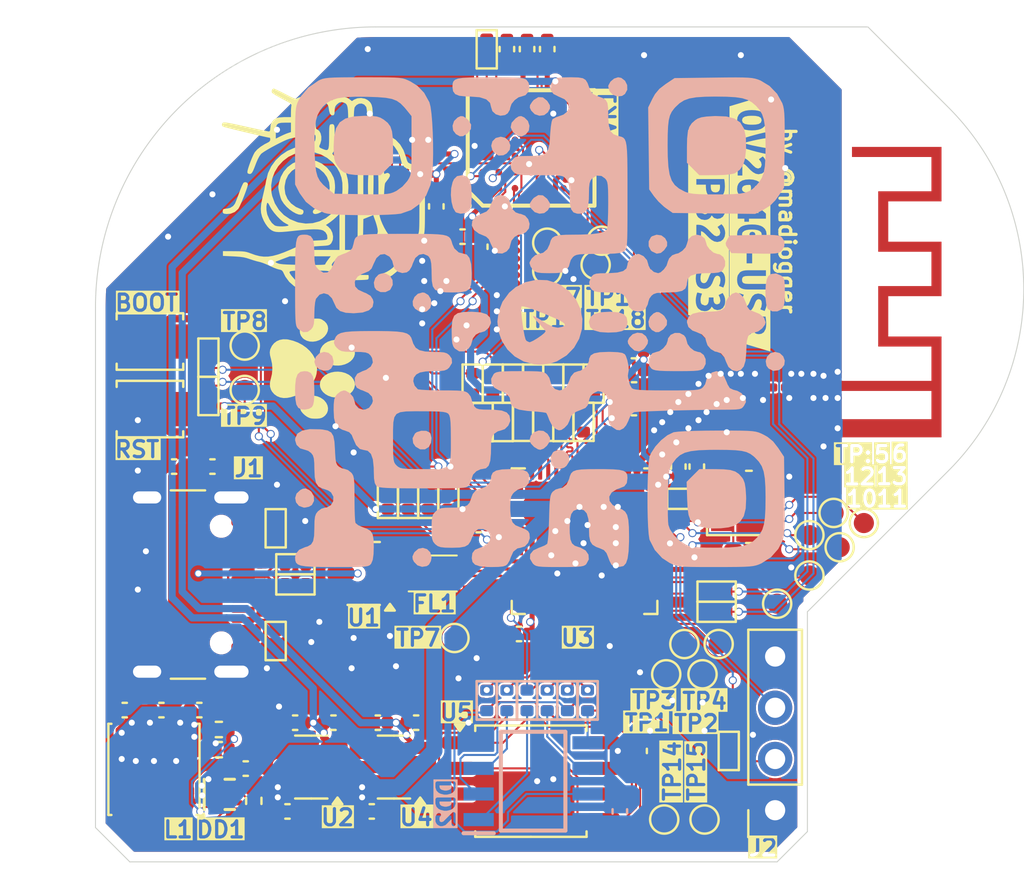
<source format=kicad_pcb>
(kicad_pcb (version 20241229) (generator "pcbnew") (generator_version "9.0")
  (layers (0 "F.Cu" signal) (2 "B.Cu" signal) (13 "F.Paste" user) (15 "B.Paste" user) (5 "F.SilkS" user "F.Silkscreen") (7 "B.SilkS" user "B.Silkscreen") (1 "F.Mask" user) (3 "B.Mask" user) (25 "Edge.Cuts" user))
  (net 0 "")
  (net 1 "Net-(AE1-A)")
  (net 2 "Earth")
  (net 3 "VCC-5V")
  (net 4 "Net-(C3-Pad2)")
  (net 5 "+3V3")
  (net 6 "XTAL_IN")
  (net 7 "Net-(C10-Pad1)")
  (net 8 "+1V2")
  (net 9 "+2V8")
  (net 10 "Net-(U3-LNA_IN)")
  (net 11 "PCLK")
  (net 12 "Net-(VK1-VREFH)")
  (net 13 "Net-(VK1-VREFN)")
  (net 15 "Net-(DD1-FB)")
  (net 16 "Net-(DD1-EN)")
  (net 17 "Net-(DD1-LX)")
  (net 18 "Net-(DD2-SIO[3])")
  (net 19 "Net-(DD2-SI{slash}SIO[0])")
  (net 20 "Net-(DD2-SCLK)")
  (net 21 "Net-(DD2-CE#)")
  (net 23 "Net-(DD2-SIO[2])")
  (net 24 "Net-(DD2-SO{slash}SIO[1])")
  (net 25 "USB_mcu-")
  (net 26 "USB_mcu+")
  (net 27 "USB_filter-")
  (net 28 "USB_filter+")
  (net 29 "USB_con-")
  (net 30 "Net-(J1-CC1)")
  (net 31 "Net-(J1-CC2)")
  (net 32 "USB_con+")
  (net 33 "U0TX")
  (net 34 "U0RX")
  (net 35 "USB_res-")
  (net 36 "USB_res+")
  (net 37 "XTAL_OUT")
  (net 38 "Net-(U3-U0TXD)")
  (net 39 "SPICS0")
  (net 40 "Net-(U5-~{CS})")
  (net 41 "SPICLK")
  (net 42 "Net-(U5-CLK)")
  (net 43 "SPID")
  (net 44 "Net-(U5-DI{slash}IO_{0})")
  (net 45 "Net-(U5-DO{slash}IO_{1})")
  (net 46 "SPIQ")
  (net 47 "SPIWP")
  (net 48 "Net-(U5-~{WP}{slash}IO_{2})")
  (net 49 "Net-(U5-~{HOLD}{slash}~{RESET}{slash}IO_{3})")
  (net 50 "SPIHD")
  (net 51 "CHIP_PU")
  (net 52 "GPIO0")
  (net 53 "GPIO1")
  (net 54 "Y2")
  (net 55 "GPIO2")
  (net 56 "Y3")
  (net 57 "Y4")
  (net 58 "GPIO3")
  (net 59 "Y5")
  (net 60 "GPIO4")
  (net 61 "Y6")
  (net 62 "GPIO5")
  (net 63 "Y7")
  (net 64 "GPIO6")
  (net 65 "GPIO7")
  (net 66 "Y8")
  (net 67 "GPIO8")
  (net 68 "Y9")
  (net 69 "GPIO9")
  (net 70 "GPIO10")
  (net 71 "XVCLK")
  (net 72 "HREF")
  (net 73 "GPIO11")
  (net 74 "GPIO12")
  (net 75 "VSYNC")
  (net 76 "GPIO13")
  (net 77 "RESETB")
  (net 78 "GPIO18")
  (net 79 "SIO_C")
  (net 80 "GPIO17")
  (net 81 "SIO_D")
  (net 82 "GPIO14")
  (net 83 "STROBE")
  (net 84 "FREX")
  (net 85 "GPIO38")
  (net 86 "GPIO37")
  (net 87 "EXPST_B")
  (net 88 "SPICS1")
  (net 89 "PWDN")
  (net 90 "GPIO33")
  (net 91 "GPIO34")
  (net 92 "GPIO35")
  (net 93 "GPIO36")
  (net 94 "GPIO45")
  (net 95 "GPIO46")
  (net 96 "GPIO21")
  (net 97 "GPIO15")
  (net 98 "GPIO16")
  (net 99 "MTCK")
  (net 100 "MTDO")
  (net 101 "MTDI")
  (net 102 "MTMS")
  (net 103 "Net-(U3-SPICLK_N)")
  (net 104 "Net-(U3-SPICLK_P)")
  (net 105 "Y0")
  (net 106 "Y1")
  (net 107 "Net-(VK1-EVDD_1)")
  (net 108 "Net-(VK1-EVDD_2)")
  (footprint "PCM_Resistor_SMD_AKL:R_0402_1005Metric" (layer "F.Cu") (at 112.9 71.28 -90)
    (property "Reference" "R23" (hide yes))
    (property "Value" "0" (hide yes))
  )
  (footprint "Connector_PinSocket_2.54mm:PinSocket_1x04_P2.54mm_Vertical" (layer "F.Cu") (at 124.4 90.54 180)
    (property "Reference" "J2")
    (property "Value" "Conn_01x04_Pin")
  )
  (footprint "PCM_Resistor_SMD_AKL:R_0402_1005Metric" (layer "F.Cu") (at 99.635 76.56 -90)
    (property "Reference" "R2" (hide yes))
    (property "Value" "5.1K" (hide yes))
  )
  (footprint "Capacitor_SMD:C_0402_1005Metric" (layer "F.Cu") (at 113.1 52.8 90)
    (property "Reference" "C31" (hide yes))
    (property "Value" "100nF")
  )
  (footprint "Connector_USB:USB_C_Receptacle_GCT_USB4105-xx-A_16P_TopMnt_Horizontal" (layer "F.Cu") (at 94.335 79.35 -90)
    (property "Reference" "J1")
    (property "Value" "USB_C_Receptacle_USB2.0_14P")
  )
  (footprint "Capacitor_SMD:C_0201_0603Metric" (layer "F.Cu") (at 125.7 69.98 -90)
    (property "Reference" "C25" (hide yes))
    (property "Value" "1.8pF")
  )
  (footprint "PCM_Resistor_SMD_AKL:R_0402_1005Metric" (layer "F.Cu") (at 121.5 79.7 180)
    (property "Reference" "R34" (hide yes))
    (property "Value" "0" (hide yes))
  )
  (footprint "TestPoint:TestPoint_Pad_D1.0mm" (layer "F.Cu") (at 119.9 82.3 90)
    (property "Reference" "TP3")
    (property "Value" "TestPoint")
  )
  (footprint "Inductor_SMD:L_0201_0603Metric" (layer "F.Cu") (at 124.6 69.58)
    (property "Reference" "L3" (hide yes))
    (property "Value" "3nH")
  )
  (footprint "Capacitor_SMD:C_0402_1005Metric" (layer "F.Cu") (at 93.9699 85.575)
    (property "Reference" "C7" (hide yes))
    (property "Value" "100nF")
  )
  (footprint "Button_Switch_SMD:SW_SPST_B3U-1000P" (layer "F.Cu") (at 93.4 70.65 180)
    (property "Reference" "RST")
    (property "Value" "TS-1088-AR02016")
  )
  (footprint "LOGO" (layer "F.Cu") (at 101.712388 59.89935 -90)
    (property "Reference" "G***" (hide yes))
    (property "Value" "LOGO" (hide yes))
  )
  (footprint "PCM_Resistor_SMD_AKL:R_0402_1005Metric" (layer "F.Cu") (at 112.1 85.09 90)
    (property "Reference" "R10" (hide yes))
    (property "Value" "0" (hide yes))
  )
  (footprint "Capacitor_SMD:C_0402_1005Metric" (layer "F.Cu") (at 96.5 73.5)
    (property "Reference" "C4" (hide yes))
    (property "Value" "22uF")
  )
  (footprint "SY8843QWC:SY8843QWC" (layer "F.Cu") (at 94.42995 89.85505 90)
    (property "Reference" "DD1")
    (property "Value" "~" (hide yes))
  )
  (footprint "TestPoint:TestPoint_Pad_D1.0mm" (layer "F.Cu") (at 120.8 83.8 90)
    (property "Reference" "TP2")
    (property "Value" "TestPoint")
  )
  (footprint "Capacitor_SMD:C_0402_1005Metric" (layer "F.Cu") (at 104.7 86.2 180)
    (property "Reference" "C23" (hide yes))
    (property "Value" "22uF")
  )
  (footprint "PCM_Resistor_SMD_AKL:R_0402_1005Metric" (layer "F.Cu") (at 110.4 69.39 -90)
    (property "Reference" "R28" (hide yes))
    (property "Value" "0" (hide yes))
  )
  (footprint "TestPoint:TestPoint_Pad_D1.0mm" (layer "F.Cu") (at 98.1 67.5)
    (property "Reference" "TP8")
    (property "Value" "TestPoint")
  )
  (footprint "Resistor_SMD:R_0402_1005Metric" (layer "F.Cu") (at 96.818024 87.53785)
    (property "Reference" "R8" (hide yes))
    (property "Value" "9.1K")
  )
  (footprint "Capacitor_SMD:C_0402_1005Metric" (layer "F.Cu") (at 100.22 90.6)
    (property "Reference" "C11" (hide yes))
    (property "Value" "22uF")
  )
  (footprint "kibuzzard-68B606AE" (layer "F.Cu") (at 121.1 61.4 -90)
    (property "Reference" "kibuzzard-68B606AE" (hide yes))
    (property "Value" "G***" (hide yes))
  )
  (footprint "TestPoint:TestPoint_Pad_D1.0mm" (layer "F.Cu") (at 120.9 91 90)
    (property "Reference" "TP15")
    (property "Value" "TestPoint")
  )
  (footprint "Capacitor_SMD:C_0402_1005Metric" (layer "F.Cu") (at 94.6 73.5 180)
    (property "Reference" "C2" (hide yes))
    (property "Value" "100nF")
  )
  (footprint "RF_Antenna:Texas_SWRA117D_2.4GHz_Left" (layer "F.Cu") (at 127.5 69.5 -90)
    (property "Reference" "AE1" (hide yes))
    (property "Value" "Antenna_Shield")
  )
  (footprint "TestPoint:TestPoint_Pad_D1.0mm" (layer "F.Cu") (at 115.8 62.3 180)
    (property "Reference" "TP19")
    (property "Value" "TestPoint")
  )
  (footprint "Capacitor_SMD:C_0201_0603Metric" (layer "F.Cu") (at 123.5 69.88 -90)
    (property "Reference" "C24" (hide yes))
    (property "Value" "1.2pF")
  )
  (footprint "TestPoint:TestPoint_Pad_D1.0mm" (layer "F.Cu") (at 121.6 82.3)
    (property "Reference" "TP4")
    (property "Value" "TestPoint")
  )
  (footprint "PCM_Resistor_SMD_AKL:R_0402_1005Metric" (layer "F.Cu") (at 110.1 85.09 90)
    (property "Reference" "R15" (hide yes))
    (property "Value" "0" (hide yes))
  )
  (footprint "PCM_Resistor_SMD_AKL:R_0402_1005Metric" (layer "F.Cu") (at 100.613298 78.344107 180)
    (property "Reference" "R5" (hide yes))
    (property "Value" "18R" (hide yes))
  )
  (footprint "TestPoint:TestPoint_Pad_D1.0mm" (layer "F.Cu") (at 126.1 78.9)
    (property "Reference" "TP11" (hide yes))
    (property "Value" "TestPoint")
  )
  (footprint "PCM_Resistor_SMD_AKL:R_0402_1005Metric" (layer "F.Cu") (at 110.9 71.29 -90)
    (property "Reference" "R27" (hide yes))
    (property "Value" "0" (hide yes))
  )
  (footprint "Crystal:Crystal_SMD_2520-4Pin_2.5x2.0mm" (layer "F.Cu") (at 122.675 75.5)
    (property "Reference" "Y1" (hide yes))
    (property "Value" "XTM25040000JT00351005")
  )
  (footprint "Capacitor_SMD:C_0402_1005Metric" (layer "F.Cu") (at 119.6 73.5 90)
    (property "Reference" "C13" (hide yes))
    (property "Value" "22uF")
  )
  (footprint "PCM_Resistor_SMD_AKL:R_0402_1005Metric" (layer "F.Cu") (at 108.9 71.29 -90)
    (property "Reference" "R33" (hide yes))
    (property "Value" "0" (hide yes))
  )
  (footprint "PCM_Resistor_SMD_AKL:R_0402_1005Metric" (layer "F.Cu") (at 108.2 75.1 -90)
    (property "Reference" "R40" (hide yes))
    (property "Value" "4.7K" (hide yes))
  )
  (footprint "Capacitor_SMD:C_0402_1005Metric" (layer "F.Cu") (at 112.1 52.8 90)
    (property "Reference" "C28" (hide yes))
    (property "Value" "100nF")
  )
  (footprint "TestPoint:TestPoint_Pad_D1.0mm" (layer "F.Cu") (at 115.5 63.5 180)
    (property "Reference" "TP18")
    (property "Value" "TestPoint")
  )
  (footprint "Button_Switch_SMD:SW_SPST_B3U-1000P" (layer "F.Cu") (at 93.4 67.3 180)
    (property "Reference" "BOOT")
    (property "Value" "TS-1088-AR02016")
  )
  (footprint "PCM_Resistor_SMD_AKL:R_0402_1005Metric" (layer "F.Cu") (at 96.3 68.1 90)
    (property "Reference" "R17" (hide yes))
    (property "Value" "10K" (hide yes))
  )
  (footprint "PCM_Resistor_SMD_AKL:R_0402_1005Metric" (layer "F.Cu") (at 114.4 69.39 -90)
    (property "Reference" "R20" (hide yes))
    (property "Value" "0" (hide yes))
  )
  (footprint "Inductor_SMD:L_0402_1005Metric" (layer "F.Cu") (at 117.4 68.7 180)
    (property "Reference" "L2" (hide yes))
    (property "Value" "2nH")
  )
  (footprint "Capacitor_SMD:C_0402_1005Metric" (layer "F.Cu") (at 110.5 62.6 -90)
    (property "Reference" "C26" (hide yes))
    (property "Value" "15pF")
  )
  (footprint "Capacitor_SMD:C_0402_1005Metric" (layer "F.Cu") (at 121.1 77.92 90)
    (property "Reference" "C19" (hide yes))
    (property "Value" "22uF")
  )
  (footprint "Capacitor_SMD:C_0402_1005Metric" (layer "F.Cu") (at 111.7 81.8 180)
    (property "Reference" "C18" (hide yes))
    (property "Value" "22uF")
  )
  (footprint "Capacitor_SMD:C_0402_1005Metric" (layer "F.Cu") (at 118.4 87.6 -90)
    (property "Reference" "C21" (hide yes))
    (property "Value" "22uF")
  )
  (footprint "Capacitor_SMD:C_0402_1005Metric" (layer "F.Cu") (at 120.516815 73.5 90)
    (property "Reference" "C14" (hide yes))
    (property "Value" "22uF")
  )
  (footprint "Inductor_SMD:L_Cenker_CKCS4020" (layer "F.Cu") (at 93.6 88.515 90)
    (property "Reference" "L1")
    (property "Value" "0.68uH")
  )
  (footprint "LOGO" (layer "F.Cu") (at 101.4 68.8 -90)
    (property "Reference" "G***" (hide yes))
    (property "Value" "LOGO" (hide yes))
  )
  (footprint "Capacitor_SMD:C_0402_1005Metric" (layer "F.Cu") (at 102.5 86.2)
    (property "Reference" "C15" (hide yes))
    (property "Value" "22uF")
  )
  (footprint "PCM_Resistor_SMD_AKL:R_0402_1005Metric" (layer "F.Cu") (at 109.9 71.3 -90)
    (property "Reference" "R29" (hide yes))
    (property "Value" "0" (hide yes))
  )
  (footprint "TestPoint:TestPoint_Pad_D1.0mm" (layer "F.Cu") (at 124.5 80.3)
    (property "Reference" "TP10" (hide yes))
    (property "Value" "TestPoint")
  )
  (footprint "TestPoint:TestPoint_Pad_D1.0mm" (layer "F.Cu") (at 108.5 82 90)
    (property "Reference" "TP7")
    (property "Value" "TestPoint")
  )
  (footprint "Resistor_SMD:R_0402_1005Metric" (layer "F.Cu") (at 96.818024 86.53785 180)
    (property "Reference" "R7" (hide yes))
    (property "Value" "41К")
  )
  (footprint "Capacitor_SMD:C_0603_1608Metric" (layer "F.Cu") (at 123.1 73.2)
    (property "Reference" "C3" (hide yes))
    (property "Value" "18pF")
  )
  (footprint "Inductor_SMD:L_CommonModeChoke_Coilcraft_0805USB" (layer "F.Cu") (at 107.6 78.8 90)
    (property "Reference" "FL1")
    (property "Value" "DLW21SZ900HQ2L")
  )
  (footprint "Capacitor_SMD:C_0402_1005Metric" (layer "F.Cu") (at 108.9 62.1 180)
    (property "Reference" "C33" (hide yes))
    (property "Value" "100nF")
  )
  (footprint "Capacitor_SMD:C_0402_1005Metric" (layer "F.Cu") (at 117.4 70.6)
    (property "Reference" "C10" (hide yes))
    (property "Value" "22uF")
  )
  (footprint "PCM_Resistor_SMD_AKL:R_0402_1005Metric" (layer "F.Cu") (at 107.2 75.1 -90)
    (property "Reference" "R32" (hide yes))
    (property "Value" "0" (hide yes))
  )
  (footprint "PCM_Resistor_SMD_AKL:R_0402_1005Metric" (layer "F.Cu") (at 122.1 87.6 90)
    (property "Reference" "R9" (hide yes))
    (property "Value" "499" (hide yes))
  )
  (footprint "Package_DFN_QFN:QFN-56-1EP_7x7mm_P0.4mm_EP4x4mm" (layer "F.Cu") (at 114.95 77.2 -90)
    (property "Reference" "U3")
    (property "Value" "ESP32-S3")
  )
  (footprint "TestPoint:TestPoint_Pad_D1.0mm" (layer "F.Cu") (at 126.1 76.9)
    (property "Reference" "TP12" (hide yes))
    (property "Value" "TestPoint")
  )
  (footprint "PCM_Resistor_SMD_AKL:R_0402_1005Metric" (layer "F.Cu") (at 113.4 69.39 -90)
    (property "Reference" "R22" (hide yes))
    (property "Value" "0" (hide yes))
  )
  (footprint "PCM_Resistor_SMD_AKL:R_0402_1005Metric" (layer "F.Cu") (at 111.9 71.28 -90)
    (property "Reference" "R25" (hide yes))
    (property "Value" "0" (hide yes))
  )
  (footprint "OV2640:OV2640" (layer "F.Cu") (at 112.3 57.7 90)
    (property "Reference" "VK1")
    (property "Value" "OV2640-VL9A" (hide yes))
  )
  (footprint "Capacitor_SMD:C_0402_1005Metric" (layer "F.Cu") (at 114.3 62.6 -90)
    (property "Reference" "C34" (hide yes))
    (property "Value" "100nF")
  )
  (footprint "PCM_Resistor_SMD_AKL:R_0402_1005Metric" (layer "F.Cu") (at 105.2 75.1 -90)
    (property "Reference" "R41" (hide yes))
    (property "Value" "4.7K" (hide yes))
  )
  (footprint "Capacitor_SMD:C_0402_1005Metric" (layer "F.Cu") (at 107.2 56.6 180)
    (property "Reference" "C32" (hide yes))
    (property "Value" "100nF")
  )
  (footprint "Capacitor_SMD:C_0402_1005Metric" (layer "F.Cu") (at 107.6 60.6 -90)
    (property "Reference" "C35" (hide yes))
    (property "Value" "100nF")
  )
  (footprint "Package_SO:SOIC-8_5.3x5.3mm_P1.27mm" (layer "F.Cu") (at 112.29 89.1)
    (property "Reference" "U5")
    (property "Value" "W25Q64JVSSIQ")
  )
  (footprint "TestPoint:TestPoint_Pad_D1.0mm" (layer "F.Cu") (at 98.1 69.7)
    (property "Reference" "TP9")
    (property "Value" "TestPoint")
  )
  (footprint "PCM_Resistor_SMD_AKL:R_0402_1005Metric" (layer "F.Cu") (at 96.3 70 -90)
    (property "Reference" "R16" (hide yes))
    (property "Value" "10K" (hide yes))
  )
  (footprint "Package_TO_SOT_SMD:SOT-23-3" (layer "F.Cu") (at 105.5 88.4 180)
    (property "Reference" "U4")
    (property "Value" "XC6206-2.8V")
  )
  (footprint "PCM_Resistor_SMD_AKL:R_0402_1005Metric" (layer "F.Cu") (at 115.4 69.39 -90)
    (property "Reference" "R18" (hide yes))
    (property "Value" "0" (hide yes))
  )
  (footprint "PCM_Resistor_SMD_AKL:R_0402_1005Metric" (layer "F.Cu") (at 111.1 85.09 90)
    (property "Reference" "R14" (hide yes))
    (property "Value" "0" (hide yes))
  )
  (footprint "PCM_Resistor_SMD_AKL:R_0402_1005Metric" (layer "F.Cu") (at 110.1 52.81 -90)
    (property "Reference" "R39" (hide yes))
    (property "Value" "1K" (hide yes))
  )
  (footprint "Capacitor_SMD:C_0402_1005Metric" (layer "F.Cu") (at 92.1499 85.575 180)
    (property "Reference" "C5" (hide yes))
    (property "Value" "22uF")
  )
  (footprint "TestPoint:TestPoint_Pad_D1.0mm" (layer "F.Cu") (at 113.1 63.8 90)
    (property "Reference" "TP16")
    (property "Value" "TestPoint")
  )
  (footprint "PCM_Resistor_SMD_AKL:R_0402_1005Metric" (layer "F.Cu") (at 111.4 69.39 -90)
    (property "Reference" "R26" (hide yes))
    (property "Value" "0" (hide yes))
  )
  (footprint "Package_TO_SOT_SMD:SOT-23-6" (layer "F.Cu") (at 104 78.8 180)
    (property "Reference" "U1")
    (property "Value" "USBLC6-2SC6")
  )
  (footprint "kibuzzard-68B606C1" (layer "F.Cu") (at 123.150432 61.412112 -90)
    (property "Reference" "kibuzzard-68B606C1" (hide yes))
    (property "Value" "G***" (hide yes))
  )
  (footprint "PCM_Resistor_SMD_AKL:R_0402_1005Metric" (layer "F.Cu") (at 113.9 71.29 -90)
    (property "Reference" "R21" (hide yes))
    (property "Value" "0" (hide yes))
  )
  (footprint "PCM_Resistor_SMD_AKL:R_0402_1005Metric" (layer "F.Cu") (at 99.635 82.15 90)
    (property "Reference" "R3" (hide yes))
    (property "Value" "5.1K" (hide yes))
  )
  (footprint "TestPoint:TestPoint_Pad_D1.0mm" (layer "F.Cu") (at 128.8 76.3)
    (property "Reference" "TP6" (hide yes))
    (property "Value" "TestPoint")
  )
  (footprint "Capacitor_SMD:C_0402_1005Metric" (layer "F.Cu") (at 95.8499 85.575)
    (property "Reference" "C8" (hide yes))
    (property "Value" "22uF")
  )
  (footprint "TestPoint:TestPoint_Pad_D1.0mm" (layer "F.Cu") (at 113.1 62.4 90)
    (property "Reference" "TP17")
    (property "Value" "TestPoint")
  )
  (footprint "PCM_Resistor_SMD_AKL:R_0402_1005Metric" (layer "F.Cu") (at 106.2 75.1 -90)
    (property "Reference" "R31" (hide yes))
    (property "Value" "0" (hide yes))
  )
  (footprint "TestPoint:TestPoint_Pad_D1.0mm" (layer "F.Cu") (at 127.6 77.5)
    (property "Reference" "TP13" (hide yes))
    (property "Value" "TestPoint")
  )
  (footprint "PCM_Resistor_SMD_AKL:R_0402_1005Metric" (layer "F.Cu") (at 114.1 85.09 90)
    (property "Reference" "R13" (hide yes))
    (property "Value" "0" (hide yes))
  )
  (footprint "PCM_Resistor_SMD_AKL:R_0402_1005Metric" (layer "F.Cu") (at 113.1 85.09 90)
    (property "Reference" "R11" (hide yes))
    (property "Value" "0" (hide yes))
  )
  (footprint "PCM_Resistor_SMD_AKL:R_0402_1005Metric" (layer "F.Cu") (at 121.5 80.7 180)
    (property "Reference" "R35" (hide yes))
    (property "Value" "0" (hide yes))
  )
  (footprint "Capacitor_SMD:C_0402_1005Metric" (layer "F.Cu") (at 107.2 58 180)
    (property "Reference" "C27" (hide yes))
    (property "Value" "100nF")
  )
  (footprint "Capacitor_SMD:C_0402_1005Metric" (layer "F.Cu") (at 100.6 86.2 180)
    (property "Reference" "C16" (hide yes))
    (property "Value" "22uF")
  )
  (footprint "PCM_Resistor_SMD_AKL:R_0402_1005Metric" (layer "F.Cu") (at 114.9 71.28 -90)
    (property "Reference" "R19" (hide yes))
    (property "Value" "0" (hide yes))
  )
  (footprint "Capacitor_SMD:C_0402_1005Metric" (layer "F.Cu") (at 106.6 86.2)
    (property "Reference" "C22" (hide yes))
    (property "Value" "22uF")
  )
  (footprint "PCM_Resistor_SMD_AKL:R_0402_1005Metric" (layer "F.Cu") (at 115.1 85.09 90)
    (property "Reference" "R12" (hide yes))
    (property "Value" "0" (hide yes))
  )
  (footprint "PCM_Resistor_SMD_AKL:R_0402_1005Metric" (layer "F.Cu") (at 109.4 69.39 -90)
    (property "Reference" "R30" (hide yes))
    (property "Value" "0" (hide yes))
  )
  (footprint "Capacitor_SMD:C_0402_1005Metric" (layer "F.Cu") (at 111.1 52.8 90)
    (property "Reference" "C30" (hide yes))
    (property "Value" "100nF")
  )
  (footprint "PCM_Resistor_SMD_AKL:R_0402_1005Metric" (layer "F.Cu") (at 100.613298 79.344107 180)
    (property "Reference" "R4" (hide yes))
    (property "Value" "18R" (hide yes))
  )
  (footprint "PCM_Resistor_SMD_AKL:R_0402_1005Metric" (layer "F.Cu") (at 112.4 69.39 -90)
    (property "Reference" "R24" (hide yes))
    (property "Value" "0" (hide yes))
  )
  (footprint "Capacitor_SMD:C_0402_1005Metric" (layer "F.Cu") (at 109.7 76.4 180)
    (property "Reference" "C20" (hide yes))
    (property "Value" "22uF")
  )
  (footprint "PCM_Resistor_SMD_AKL:R_0402_1005Metric" (layer "F.Cu") (at 120 75.1 180)
    (property "Reference" "R6" (hide yes))
    (property "Value" "0" (hide yes))
  )
  (footprint "TestPoint:TestPoint_Pad_D1.0mm" (layer "F.Cu") (at 127.3 75.8)
    (property "Reference" "TP5" (hide yes))
    (property "Value" "TestPoint")
  )
  (footprint "Capacitor_SMD:C_0402_1005Metric" (layer "F.Cu") (at 117.40736 69.678716)
    (property "Reference" "C12" (hide yes))
    (property "Value" "22uF")
  )
  (footprint "TestPoint:TestPoint_Pad_D1.0mm" (layer "F.Cu") (at 119 83.8 90)
    (property "Reference" "TP1")
    (property "Value" "TestPoint")
  )
  (footprint "Capacitor_SMD:C_0402_1005Metric" (layer "F.Cu") (at 117.395835 67.771122 180)
    (property "Reference" "C9" (hide yes))
    (property "Value" "22uF")
  )
  (footprint "Capacitor_SMD:C_0402_1005Metric" (layer "F.Cu") (at 98.1499 88.475)
    (property "Reference" "C1" (hide yes))
    (property "Value" "22uF")
  )
  (footprint "Capacitor_SMD:C_0603_1608Metric" (layer "F.Cu") (at 123.1 77.8 180)
    (property "Reference" "C6" (hide yes))
    (property "Value" "18pF")
  )
  (footprint "Package_TO_SOT_SMD:SOT-23-3" (layer "F.Cu") (at 101.4 88.4 180)
    (property "Reference" "U2")
    (property "Value" "XC6206-1.2V")
  )
  (footprint "TestPoint:TestPoint_Pad_D1.0mm" (layer "F.Cu") (at 118.9 91 90)
    (property "Reference" "TP14")
    (property "Value" "TestPoint")
  )
  (footprint "Resistor_SMD:R_0402_1005Metric" (layer "F.Cu") (at 98.5499 90.075 90)
    (property "Reference" "R1" (hide yes))
    (property "Value" "10K")
  )
  (footprint "Capacitor_SMD:C_0402_1005Metric" (layer "F.Cu") (at 104.4 90.6)
    (property "Reference" "C17" (hide yes))
    (property "Value" "22uF")
  )
  (footprint "PCM_Resistor_SMD_AKL:R_0402_1005Metric" (layer "B.Cu") (at 114.1 85.1 90)
    (property "Reference" "R37" (hide yes))
    (property "Value" "0" (hide yes))
  )
  (footprint "PCM_Resistor_SMD_AKL:R_0402_1005Metric" (layer "B.Cu") (at 111.1 85.1 90)
    (property "Reference" "R38" (hide yes))
    (property "Value" "0" (hide yes))
  )
  (footprint "LOGO" (layer "B.Cu") (at 112.7 66.3 180)
    (property "Reference" "G***" (hide yes))
    (property "Value" "LOGO" (hide yes))
  )
  (footprint "PCM_Resistor_SMD_AKL:R_0402_1005Metric" (layer "B.Cu") (at 112.1 85.1 90)
    (property "Reference" "R36" (hide yes))
    (property "Value" "0" (hide yes))
  )
  (footprint "Capacitor_SMD:C_0402_1005Metric" (layer "B.Cu") (at 116.7 90.6 90)
    (property "Reference" "C29" (hide yes))
    (property "Value" "22uF")
  )
  (footprint "PCM_Resistor_SMD_AKL:R_0402_1005Metric" (layer "B.Cu") (at 115.1 85.1 90)
    (property "Reference" "R44" (hide yes))
    (property "Value" "0" (hide yes))
  )
  (footprint "PCM_Resistor_SMD_AKL:R_0402_1005Metric" (layer "B.Cu") (at 113.1 85.1 90)
    (property "Reference" "R43" (hide yes))
    (property "Value" "0" (hide yes))
  )
  (footprint "LY68L6400SLIT:LY68L6400SLIT" (layer "B.Cu") (at 112.4 89.1)
    (property "Reference" "DD2")
    (property "Value" "LY68L6400SLIT" (hide yes))
  )
  (footprint "PCM_Resistor_SMD_AKL:R_0402_1005Metric" (layer "B.Cu") (at 110.1 85.1 90)
    (property "Reference" "R42" (hide yes))
    (property "Value" "0" (hide yes))
  )
  (gr_line (start 128.999999 51.7) (end 104.6 51.7) (stroke (width 0.05)) (layer "Edge.Cuts"))
  (gr_line (start 90.7 91.4) (end 90.7 65.6) (stroke (width 0.05)) (layer "Edge.Cuts"))
  (gr_line (start 133 55.700001) (end 128.999999 51.7) (stroke (width 0.05)) (layer "Edge.Cuts"))
  (gr_line (start 92.4 93.1) (end 90.7 91.4) (stroke (width 0.05)) (layer "Edge.Cuts"))
  (gr_line (start 124.5 93.1) (end 92.4 93.1) (stroke (width 0.05)) (layer "Edge.Cuts"))
  (gr_line (start 133 73.7) (end 126 80.7) (stroke (width 0.05)) (layer "Edge.Cuts"))
  (gr_line (start 126 91.6) (end 124.5 93.1) (stroke (width 0.05)) (layer "Edge.Cuts"))
  (gr_arc (start 133 55.7) (mid 136.727922 64.7) (end 133 73.7) (stroke (width 0.05)) (layer "Edge.Cuts"))
  (gr_line (start 126 80.7) (end 126 91.6) (stroke (width 0.05)) (layer "Edge.Cuts"))
  (gr_arc (start 90.7 65.6) (mid 94.771216 55.771216) (end 104.6 51.7) (stroke (width 0.05)) (layer "Edge.Cuts"))
  (gr_text "6" (at 130.573442 72.869638 0) (layer "F.SilkS" knockout) (effects (font (size 0.8 0.8) (thickness 0.16) (bold yes))))
  (gr_text "11" (at 130.2 75.1 0) (layer "F.SilkS" knockout) (effects (font (size 0.8 0.8) (thickness 0.16) (bold yes))))
  (gr_text "10" (at 128.7 75.1 0) (layer "F.SilkS" knockout) (effects (font (size 0.8 0.8) (thickness 0.16) (bold yes))))
  (gr_text "TP:" (at 128.3 72.9 0) (layer "F.SilkS" knockout) (effects (font (size 0.8 0.8) (thickness 0.16) (bold yes))))
  (gr_text "13" (at 129.324683 73.990571 0) (layer "F.SilkS" knockout) (effects (font (size 0.8 0.8) (thickness 0.16) (bold yes)) (justify left)))
  (gr_text "by @madjogger" (at 125 61.3 270) (layer "F.SilkS") (effects (font (size 0.8 0.8) (thickness 0.16) (bold yes))))
  (gr_text "12" (at 128.6 74 0) (layer "F.SilkS" knockout) (effects (font (size 0.8 0.8) (thickness 0.16) (bold yes))))
  (gr_text "5" (at 129.7 72.9 0) (layer "F.SilkS" knockout) (effects (font (size 0.8 0.8) (thickness 0.16) (bold yes))))
  (segment (start 127.42 69.58) (end 127.5 69.5) (width 0.3566) (layer "F.Cu") (net 1))
  (segment (start 124.92 69.58) (end 127.42 69.58) (width 0.3566) (layer "F.Cu") (net 1))
  (via (at 110.5 62.8) (size 0.4) (drill 0.3) (layers "F.Cu" "B.Cu") (net 2))
  (via (at 116.5 78.4) (size 0.4) (drill 0.3) (layers "F.Cu" "B.Cu") (net 2))
  (via (at 110.6 66.7) (size 0.4) (drill 0.3) (layers "F.Cu" "B.Cu") (net 2))
  (via (at 120.6 69.4) (size 0.4) (drill 0.3) (layers "F.Cu" "B.Cu") (net 2))
  (via (at 105.6 83.4) (size 0.4) (drill 0.3) (layers "F.Cu" "B.Cu") (net 2))
  (via (at 118.8 71.3) (size 0.4) (drill 0.3) (layers "F.Cu" "B.Cu") (net 2))
  (via (at 107 62.3) (size 0.4) (drill 0.3) (layers "F.Cu" "B.Cu") (net 2))
  (via (at 96.3 89) (size 0.4) (drill 0.3) (layers "F.Cu" "B.Cu") (net 2))
  (via (at 107.8 64.8) (size 0.4) (drill 0.3) (layers "F.Cu" "B.Cu") (net 2))
  (via (at 123.3 86.8) (size 0.4) (drill 0.3) (layers "F.Cu" "B.Cu") (net 2))
  (via (at 119.3 85.1) (size 0.4) (drill 0.3) (layers "F.Cu" "B.Cu") (net 2))
  (via (at 95.988414 89.808325) (size 0.4) (drill 0.3) (layers "F.Cu" "B.Cu") (net 2))
  (via (at 113.3 77.9) (size 0.4) (drill 0.3) (layers "F.Cu" "B.Cu") (net 2))
  (via (at 104.2 52.8) (size 0.4) (drill 0.3) (layers "F.Cu" "B.Cu") (net 2))
  (via (at 103.5 72.8) (size 0.4) (drill 0.3) (layers "F.Cu" "B.Cu") (net 2))
  (via (at 110.6 65) (size 0.4) (drill 0.3) (layers "F.Cu" "B.Cu") (net 2))
  (via (at 109.5 57.6) (size 0.4) (drill 0.3) (layers "F.Cu" "B.Cu") (net 2))
  (via (at 121 70.8) (size 0.4) (drill 0.3) (layers "F.Cu" "B.Cu") (net 2))
  (via (at 113.4 56) (size 0.4) (drill 0.3) (layers "F.Cu" "B.Cu") (net 2))
  (via (at 122.7 68.9) (size 0.4) (drill 0.3) (layers "F.Cu" "B.Cu") (net 2))
  (via (at 124.9 58.7) (size 0.4) (drill 0.3) (layers "F.Cu" "B.Cu") (net 2))
  (via (at 106.9 66.4) (size 0.4) (drill 0.3) (layers "F.Cu" "B.Cu") (net 2))
  (via (at 108.6 67.2) (size 0.4) (drill 0.3) (layers "F.Cu" "B.Cu") (net 2))
  (via (at 105.1 69.1) (size 0.4) (drill 0.3) (layers "F.Cu" "B.Cu") (net 2))
  (via (at 126.9 70.1) (size 0.4) (drill 0.3) (layers "F.Cu" "B.Cu") (net 2))
  (via (at 126.3 68.9) (size 0.4) (drill 0.3) (layers "F.Cu" "B.Cu") (net 2))
  (via (at 114 63.8) (size 0.4) (drill 0.3) (layers "F.Cu" "B.Cu") (net 2))
  (via (at 99.4 63.4) (size 0.4) (drill 0.3) (layers "F.Cu" "B.Cu") (net 2))
  (via (at 121.5 70.4) (size 0.4) (drill 0.3) (layers "F.Cu" "B.Cu") (net 2))
  (via (at 125.2 78.5) (size 0.4) (drill 0.3) (layers "F.Cu" "B.Cu") (net 2))
  (via (at 101.4 82.2) (size 0.4) (drill 0.3) (layers "F.Cu" "B.Cu") (net 2))
  (via (at 109.6 83) (size 0.4) (drill 0.3) (layers "F.Cu" "B.Cu") (net 2))
  (via (at 120.8 85.2) (size 0.4) (drill 0.3) (layers "F.Cu" "B.Cu") (net 2))
  (via (at 92.8 73.7) (size 0.4) (drill 0.3) (layers "F.Cu" "B.Cu") (net 2))
  (via (at 107.2 57.3) (size 0.4) (drill 0.3) (layers "F.Cu" "B.Cu") (net 2))
  (via (at 119.2 70.8) (size 0.4) (drill 0.3) (layers "F.Cu" "B.Cu") (net 2))
  (via (at 95.969629 89.323667) (size 0.4) (drill 0.3) (layers "F.Cu" "B.Cu") (net 2))
  (via (at 109.2 86.2) (size 0.4) (drill 0.3) (layers "F.Cu" "B.Cu") (net 2))
  (via (at 116.2 82.4) (size 0.4) (drill 0.3) (layers "F.Cu" "B.Cu") (net 2))
  (via (at 110.6 65.8) (size 0.4) (drill 0.3) (layers "F.Cu" "B.Cu") (net 2))
  (via (at 125.1 70.1) (size 0.4) (drill 0.3) (layers "F.Cu" "B.Cu") (net 2))
  (via (at 96.5 60) (size 0.4) (drill 0.3) (layers "F.Cu" "B.Cu") (net 2))
  (via (at 106.4 57.3) (size 0.4) (drill 0.3) (layers "F.Cu" "B.Cu") (net 2))
  (via (at 103.4 83.5) (size 0.4) (drill 0.3) (layers "F.Cu" "B.Cu") (net 2))
  (via (at 118.4 71.7) (size 0.4) (drill 0.3) (layers "F.Cu" "B.Cu") (net 2))
  (via (at 108.1 64.3) (size 0.4) (drill 0.3) (layers "F.Cu" "B.Cu") (net 2))
  (via (at 114.1 76.2) (size 0.4) (drill 0.3) (layers "F.Cu" "B.Cu") (net 2))
  (via (at 100.1 65.3) (size 0.4) (drill 0.3) (layers "F.Cu" "B.Cu") (net 2))
  (via (at 102.6 71.5) (size 0.4) (drill 0.3) (layers "F.Cu" "B.Cu") (net 2))
  (via (at 103.4 67.6) (size 0.4) (drill 0.3) (layers "F.Cu" "B.Cu") (net 2))
  (via (at 120.1 69.9) (size 0.4) (drill 0.3) (layers "F.Cu" "B.Cu") (net 2))
  (via (at 93.2 77.7) (size 0.4) (drill 0.3) (layers "F.Cu" "B.Cu") (net 2))
  (via (at 106.9 63.3) (size 0.4) (drill 0.3) (layers "F.Cu" "B.Cu") (net 2))
  (via (at 116.5 77.3) (size 0.4) (drill 0.3) (layers "F.Cu" "B.Cu") (net 2))
  (via (at 113.6 78.8) (size 0.4) (drill 0.3) (layers "F.Cu" "B.Cu") (net 2))
  (via (at 113.4 89) (size 0.4) (drill 0.3) (layers "F.Cu" "B.Cu") (net 2))
  (via (at 107 64.3) (size 0.4) (drill 0.3) (layers "F.Cu" "B.Cu") (net 2))
  (via (at 122.7 53.1) (size 0.4) (drill 0.3) (layers "F.Cu" "B.Cu") (net 2))
  (via (at 120.6 71.2) (size 0.4) (drill 0.3) (layers "F.Cu" "B.Cu") (net 2))
  (via (at 125.1 74) (size 0.4) (drill 0.3) (layers "F.Cu" "B.Cu") (net 2))
  (via (at 115.1 76.4) (size 0.4) (drill 0.3) (layers "F.Cu" "B.Cu") (net 2))
  (via (at 101.8 81.2) (size 0.4) (drill 0.3) (layers "F.Cu" "B.Cu") (net 2))
  (via (at 125.2 68.9) (size 0.4) (drill 0.3) (layers "F.Cu" "B.Cu") (net 2))
  (via (at 123.8 70.2) (size 0.4) (drill 0.3) (layers "F.Cu" "B.Cu") (net 2))
  (via (at 120.9 86.6) (size 0.4) (drill 0.3) (layers "F.Cu" "B.Cu") (net 2))
  (via (at 104.3 56) (size 0.4) (drill 0.3) (layers "F.Cu" "B.Cu") (net 2))
  (via (at 106.9 65.7) (size 0.4) (drill 0.3) (layers "F.Cu" "B.Cu") (net 2))
  (via (at 114.4 64.2) (size 0.4) (drill 0.3) (layers "F.Cu" "B.Cu") (net 2))
  (via (at 117.7 83.7) (size 0.4) (drill 0.3) (layers "F.Cu" "B.Cu") (net 2))
  (via (at 92.8 79.6) (size 0.4) (drill 0.3) (layers "F.Cu" "B.Cu") (net 2))
  (via (at 126.3 70.1) (size 0.4) (drill 0.3) (layers "F.Cu" "B.Cu") (net 2))
  (via (at 114.5 78.3) (size 0.4) (drill 0.3) (layers "F.Cu" "B.Cu") (net 2))
  (via (at 103.5 82) (size 0.4) (drill 0.3) (layers "F.Cu" "B.Cu") (net 2))
  (via (at 126.8 72.5) (size 0.4) (drill 0.3) (layers "F.Cu" "B.Cu") (net 2))
  (via (at 99.7 56.8) (size 0.4) (drill 0.3) (layers "F.Cu" "B.Cu") (net 2))
  (via (at 109.1 66.5) (size 0.4) (drill 0.3) (layers "F.Cu" "B.Cu") (net 2))
  (via (at 105.3 81.9) (size 0.4) (drill 0.3) (layers "F.Cu" "B.Cu") (net 2))
  (via (at 118.8 72.9) (size 0.4) (drill 0.3) (layers "F.Cu" "B.Cu") (net 2))
  (via (at 114.7 75.5) (size 0.4) (drill 0.3) (layers "F.Cu" "B.Cu") (net 2))
  (via (at 94.3 62.1) (size 0.4) (drill 0.3) (layers "F.Cu" "B.Cu") (net 2))
  (via (at 122 70.2) (size 0.4) (drill 0.3) (layers "F.Cu" "B.Cu") (net 2))
  (via (at 114.9 77.3) (size 0.4) (drill 0.3) (layers "F.Cu" "B.Cu") (net 2))
  (via (at 120.1 71.6) (size 0.4) (drill 0.3) (layers "F.Cu" "B.Cu") (net 2))
  (via (at 116.5 76.5) (size 0.4) (drill 0.3) (layers "F.Cu" "B.Cu") (net 2))
  (via (at 122.2 68.9) (size 0.4) (drill 0.3) (layers "F.Cu" "B.Cu") (net 2))
  (via (at 117.9 53.1) (size 0.4) (drill 0.3) (layers "F.Cu" "B.Cu") (net 2))
  (via (at 119.5 72.3) (size 0.4) (drill 0.3) (layers "F.Cu" "B.Cu") (net 2))
  (via (at 108.7 84) (size 0.4) (drill 0.3) (layers "F.Cu" "B.Cu") (net 2))
  (via (at 123.4 68.9) (size 0.4) (drill 0.3) (layers "F.Cu" "B.Cu") (net 2))
  (via (at 99.7 74.4) (size 0.4) (drill 0.3) (layers "F.Cu" "B.Cu") (net 2))
  (via (at 92.8 71.2) (size 0.4) (drill 0.3) (layers "F.Cu" "B.Cu") (net 2))
  (via (at 122.8 70.1) (size 0.4) (drill 0.3) (layers "F.Cu" "B.Cu") (net 2))
  (via (at 115.9 75.5) (size 0.4) (drill 0.3) (layers "F.Cu" "B.Cu") (net 2))
  (via (at 126.8 69) (size 0.4) (drill 0.3) (layers "F.Cu" "B.Cu") (net 2))
  (via (at 127.5 70.1) (size 0.4) (drill 0.3) (layers "F.Cu" "B.Cu") (net 2))
  (via (at 124.2 55.3) (size 0.4) (drill 0.3) (layers "F.Cu" "B.Cu") (net 2))
  (via (at 99.2 83.5) (size 0.4) (drill 0.3) (layers "F.Cu" "B.Cu") (net 2))
  (via (at 121.1 69) (size 0.4) (drill 0.3) (layers "F.Cu" "B.Cu") (net 2))
  (via (at 99.8 85.4) (size 0.4) (drill 0.3) (layers "F.Cu" "B.Cu") (net 2))
  (via (at 125.7 68.9) (size 0.4) (drill 0.3) (layers "F.Cu" "B.Cu") (net 2))
  (via (at 116.6 75.5) (size 0.4) (drill 0.3) (layers "F.Cu" "B.Cu") (net 2))
  (via (at 115.8 78.9) (size 0.4) (drill 0.3) (layers "F.Cu" "B.Cu") (net 2))
  (via (at 127.5 68.8) (size 0.4) (drill 0.3) (layers "F.Cu" "B.Cu") (net 2))
  (via (at 122 71.8) (size 0.4) (drill 0.3) (layers "F.Cu" "B.Cu") (net 2))
  (via (at 113.5 76.7) (size 0.4) (drill 0.3) (layers "F.Cu" "B.Cu") (net 2))
  (via (at 121.7 68.9) (size 0.4) (drill 0.3) (layers "F.Cu" "B.Cu") (net 2))
  (via (at 107.5 65.4) (size 0.4) (drill 0.3) (layers "F.Cu" "B.Cu") (net 2))
  (via (at 119.6 70.3) (size 0.4) (drill 0.3) (layers "F.Cu" "B.Cu") (net 2))
  (via (at 112.6 89.1) (size 0.4) (drill 0.3) (layers "F.Cu" "B.Cu") (net 2))
  (via (at 101.1 76.2) (size 0.4) (drill 0.3) (layers "F.Cu" "B.Cu") (net 2))
  (via (at 96.660112 87.220539) (size 0.4) (drill 0.3) (layers "F.Cu" "B.Cu") (net 2))
  (segment (start 109.7 87.195) (end 109.2 86.695) (width 0.1016) (layer "B.Cu") (net 2))
  (segment (start 109.2 86.695) (end 109.2 86.2) (width 0.1016) (layer "B.Cu") (net 2))
  (segment (start 102.8625 78.8) (end 103.7 78.8) (width 0.3) (layer "F.Cu") (net 3))
  (via (at 103.7 78.8) (size 0.4) (drill 0.3) (layers "F.Cu" "B.Cu") (net 3))
  (via (at 95.8 78.8) (size 0.4) (drill 0.3) (layers "F.Cu" "B.Cu") (net 3))
  (segment (start 103.7 78.8) (end 95.8 78.8) (width 0.3) (layer "B.Cu") (net 3))
  (segment (start 123.875 74.475) (end 123.55 74.8) (width 0.1016) (layer "F.Cu") (net 4))
  (segment (start 120.51 75.1) (end 120.8634 75.4534) (width 0.1016) (layer "F.Cu") (net 4))
  (segment (start 122.8966 75.4534) (end 123.55 74.8) (width 0.1016) (layer "F.Cu") (net 4))
  (segment (start 120.8634 75.4534) (end 122.8966 75.4534) (width 0.1016) (layer "F.Cu") (net 4))
  (segment (start 123.875 73.2) (end 123.875 74.475) (width 0.1016) (layer "F.Cu") (net 4))
  (segment (start 117.7724 78.366372) (end 117.7724 75.2276) (width 0.25) (layer "F.Cu") (net 5))
  (segment (start 112.35 81.107771) (end 112.25514 81.202631) (width 0.25) (layer "F.Cu") (net 5))
  (segment (start 104.61 75.61) (end 104.6 75.6) (width 0.1016) (layer "F.Cu") (net 5))
  (segment (start 92.009378 91.0518) (end 91.5966 90.639022) (width 0.1016) (layer "F.Cu") (net 5))
  (segment (start 112.35 81.297491) (end 112.35 81.63) (width 0.25) (layer "F.Cu") (net 5))
  (segment (start 96.6048 91.0518) (end 92.009378 91.0518) (width 0.1016) (layer "F.Cu") (net 5))
  (segment (start 94.3691 71.7809) (end 95.7191 71.7809) (width 0.3566) (layer "F.Cu") (net 5))
  (segment (start 115.8775 87.195) (end 116.195 87.195) (width 0.1016) (layer "F.Cu") (net 5))
  (segment (start 96.9499 90.375) (end 96.9499 90.7067) (width 0.1016) (layer "F.Cu") (net 5))
  (segment (start 111.893972 76.6) (end 112.35 77.056028) (width 0.25) (layer "F.Cu") (net 5))
  (segment (start 118.4 74.8) (end 118.4 74.6) (width 0.25) (layer "F.Cu") (net 5))
  (segment (start 109.38 61.1) (end 109.38 62.1) (width 0.25) (layer "F.Cu") (net 5))
  (segment (start 118.4 78.6) (end 120.9 78.6) (width 0.25) (layer "F.Cu") (net 5))
  (segment (start 96.31 70.5) (end 96.3 70.51) (width 0.3566) (layer "F.Cu") (net 5))
  (segment (start 120.516815 73.98) (end 119.02 73.98) (width 0.25) (layer "F.Cu") (net 5))
  (segment (start 96.7 70.5) (end 96.31 70.5) (width 0.3566) (layer "F.Cu") (net 5))
  (segment (start 91.5966 90.639022) (end 91.5966 87.3184) (width 0.1016) (layer "F.Cu") (net 5))
  (segment (start 109.39 75.61) (end 110.18 76.4) (width 0.25) (layer "F.Cu") (net 5))
  (segment (start 94.3691 66.1691) (end 94.3691 71.7809) (width 0.3566) (layer "F.Cu") (net 5))
  (segment (start 103.92 90.6) (end 103.92 89.9) (width 0.25) (layer "F.Cu") (net 5))
  (segment (start 96.3 67.59) (end 96.3 66.6382) (width 0.3566) (layer "F.Cu") (net 5))
  (segment (start 95.8309 66.1691) (end 94.3691 66.1691) (width 0.3566) (layer "F.Cu") (net 5))
  (segment (start 108.9 75.61) (end 109.39 75.61) (width 0.25) (layer "F.Cu") (net 5))
  (segment (start 118.4 75) (end 118.4 74.8) (width 0.25) (layer "F.Cu") (net 5))
  (segment (start 105.2 75.61) (end 104.61 75.61) (width 0.1016) (layer "F.Cu") (net 5))
  (segment (start 117.875835 68.690835) (end 117.885 68.7) (width 0.25) (layer "F.Cu") (net 5))
  (segment (start 118.006028 78.6) (end 117.7724 78.366372) (width 0.25) (layer "F.Cu") (net 5))
  (segment (start 112.35 77.056028) (end 112.35 80.65) (width 0.25) (layer "F.Cu") (net 5))
  (segment (start 103.92 89.4) (end 103.92 88.8425) (width 0.25) (layer "F.Cu") (net 5))
  (segment (start 111.043877 76.6) (end 110.843877 76.4) (width 0.25) (layer "F.Cu") (net 5))
  (segment (start 118.2 74.8) (end 118.4 74.8) (width 0.25) (layer "F.Cu") (net 5))
  (segment (start 97.1 70.5) (end 96.7 70.5) (width 0.3566) (layer "F.Cu") (net 5))
  (segment (start 112.25514 81.202631) (end 112.35 81.297491) (width 0.25) (layer "F.Cu") (net 5))
  (segment (start 96.7 70.8) (end 96.7 70.5) (width 0.3566) (layer "F.Cu") (net 5))
  (segment (start 91.75 87.165) (end 93.6 87.165) (width 0.1016) (layer "F.Cu") (net 5))
  (segment (start 120.9 78.6) (end 121.1 78.4) (width 0.25) (layer "F.Cu") (net 5))
  (segment (start 118.4 87.12) (end 118.4 86.8) (width 0.1016) (layer "F.Cu") (net 5))
  (segment (start 96.3 66.6382) (end 95.8309 66.1691) (width 0.3566) (layer "F.Cu") (net 5))
  (segment (start 99.74 89.4) (end 99.74 88.9225) (width 0.25) (layer "F.Cu") (net 5))
  (segment (start 119.02 73.98) (end 118.4 74.6) (width 0.25) (layer "F.Cu") (net 5))
  (segment (start 112.35 80.65) (end 112.35 81.107771) (width 0.25) (layer "F.Cu") (net 5))
  (segment (start 99.74 88.9225) (end 100.2625 88.4) (width 0.25) (layer "F.Cu") (net 5))
  (segment (start 117.7724 75.2276) (end 118.2 74.8) (width 0.25) (layer "F.Cu") (net 5))
  (segment (start 108.2 75.61) (end 108.9 75.61) (width 0.25) (layer "F.Cu") (net 5))
  (segment (start 109.38 61.1) (end 109.38 61.02) (width 0.25) (layer "F.Cu") (net 5))
  (segment (start 111.5 76.6) (end 111.893972 76.6) (width 0.25) (layer "F.Cu") (net 5))
  (segment (start 116.195 87.195) (end 116.6 87.6) (width 0.1016) (layer "F.Cu") (net 5))
  (segment (start 109.38 61.02) (end 110.7 59.7) (width 0.25) (layer "F.Cu") (net 5))
  (segment (start 111.5 76.6) (end 111.043877 76.6) (width 0.25) (layer "F.Cu") (net 5))
  (segment (start 103.92 88.8425) (end 104.3625 88.4) (width 0.25) (layer "F.Cu") (net 5))
  (segment (start 112.35 81.63) (end 112.18 81.8) (width 0.25) (layer "F.Cu") (net 5))
  (segment (start 96.9499 90.7067) (end 96.6048 91.0518) (width 0.1016) (layer "F.Cu") (net 5))
  (segment (start 95.7191 71.7809) (end 96.7 70.8) (width 0.3566) (layer "F.Cu") (net 5))
  (segment (start 118.4 78.6) (end 118.006028 78.6) (width 0.25) (layer "F.Cu") (net 5))
  (segment (start 91.5966 87.3184) (end 91.75 87.165) (width 0.1016) (layer "F.Cu") (net 5))
  (segment (start 103.92 89.9) (end 103.92 89.4) (width 0.25) (layer "F.Cu") (net 5))
  (segment (start 118.4 86.8) (end 118.2 86.6) (width 0.1016) (layer "F.Cu") (net 5))
  (segment (start 117.875835 67.771122) (end 117.875835 68.2) (width 0.25) (layer "F.Cu") (net 5))
  (segment (start 117.875835 68.2) (end 117.875835 68.690835) (width 0.25) (layer "F.Cu") (net 5))
  (segment (start 99.74 89.9) (end 99.74 89.4) (width 0.25) (layer "F.Cu") (net 5))
  (segment (start 110.843877 76.4) (end 110.18 76.4) (width 0.25) (layer "F.Cu") (net 5))
  (segment (start 99.74 90.6) (end 99.74 89.9) (width 0.25) (layer "F.Cu") (net 5))
  (via (at 97.1 70.5) (size 0.4) (drill 0.3) (layers "F.Cu" "B.Cu") (net 5))
  (via (at 92.7 88.1) (size 0.4) (drill 0.3) (layers "F.Cu" "B.Cu") (net 5))
  (via (at 94.9 86.2) (size 0.4) (drill 0.3) (layers "F.Cu" "B.Cu") (net 5))
  (via (at 99.74 89.4) (size 0.4) (drill 0.3) (layers "F.Cu" "B.Cu") (net 5))
  (via (at 108.9 75.61) (size 0.4) (drill 0.3) (layers "F.Cu" "B.Cu") (net 5))
  (via (at 119 74) (size 0.4) (drill 0.3) (layers "F.Cu" "B.Cu") (net 5))
  (via (at 92 86.7) (size 0.4) (drill 0.3) (layers "F.Cu" "B.Cu") (net 5))
  (via (at 93.4 86.2) (size 0.4) (drill 0.3) (layers "F.Cu" "B.Cu") (net 5))
  (via (at 117.875835 68.2) (size 0.4) (drill 0.3) (layers "F.Cu" "B.Cu") (net 5))
  (via (at 116.6 87.6) (size 0.4) (drill 0.3) (layers "F.Cu" "B.Cu") (net 5))
  (via (at 92.5 86.2) (size 0.4) (drill 0.3) (layers "F.Cu" "B.Cu") (net 5))
  (via (at 112.25514 81.202631) (size 0.4) (drill 0.3) (layers "F.Cu" "B.Cu") (net 5))
  (via (at 95.6 86.3) (size 0.4) (drill 0.3) (layers "F.Cu" "B.Cu") (net 5))
  (via (at 95.6 86.9) (size 0.4) (drill 0.3) (layers "F.Cu" "B.Cu") (net 5))
  (via (at 109.38 61.1) (size 0.4) (drill 0.3) (layers "F.Cu" "B.Cu") (net 5))
  (via (at 99.74 89.9) (size 0.4) (drill 0.3) (layers "F.Cu" "B.Cu") (net 5))
  (via (at 92 88) (size 0.4) (drill 0.3) (layers "F.Cu" "B.Cu") (net 5))
  (via (at 94.7 88.1) (size 0.4) (drill 0.3) (layers "F.Cu" "B.Cu") (net 5))
  (via (at 104.6 75.6) (size 0.4) (drill 0.3) (layers "F.Cu" "B.Cu") (net 5))
  (via (at 103.92 89.4) (size 0.4) (drill 0.3) (layers "F.Cu" "B.Cu") (net 5))
  (via (at 103.92 89.9) (size 0.4) (drill 0.3) (layers "F.Cu" "B.Cu") (net 5))
  (via (at 118.6 74.4) (size 0.4) (drill 0.3) (layers "F.Cu" "B.Cu") (net 5))
  (via (at 93.6 88.1) (size 0.4) (drill 0.3) (layers "F.Cu" "B.Cu") (net 5))
  (via (at 118.2 86.6) (size 0.4) (drill 0.3) (layers "F.Cu" "B.Cu") (net 5))
  (segment (start 114.817214 74.25) (end 118.75 74.25) (width 0.8) (layer "B.Cu") (net 5))
  (segment (start 109.38 61.1) (end 109.2 61.28) (width 0.3566) (layer "B.Cu") (net 5))
  (segment (start 118.75 74.25) (end 118.6 74.4) (width 0.25) (layer "B.Cu") (net 5))
  (segment (start 104.6 75.6) (end 99.5 70.5) (width 0.3566) (layer "B.Cu") (net 5))
  (segment (start 109.3 67.6) (end 109.3 69.1) (width 0.3566) (layer "B.Cu") (net 5))
  (segment (start 107.5 87.6) (end 107.5 81.567214) (width 0.8) (layer "B.Cu") (net 5))
  (segment (start 99.5 70.5) (end 97.1 70.5) (width 0.3566) (layer "B.Cu") (net 5))
  (segment (start 116.375835 69.7) (end 117.875835 68.2) (width 0.3566) (layer "B.Cu") (net 5))
  (segment (start 109.9793 66.9207) (end 109.3 67.6) (width 0.3566) (layer "B.Cu") (net 5))
  (segment (start 115.175 91.08) (end 115.1 91.005) (width 0.3566) (layer "B.Cu") (net 5))
  (segment (start 117.875835 72.875835) (end 119 74) (width 0.25) (layer "B.Cu") (net 5))
  (segment (start 116.7 91.08) (end 115.175 91.08) (width 0.3566) (layer "B.Cu") (net 5))
  (segment (start 116.6 87.6) (end 117.2 87.6) (width 0.3566) (layer "B.Cu") (net 5))
  (segment (start 113.383607 75.683607) (end 114.817214 74.25) (width 0.8) (layer "B.Cu") (net 5))
  (segment (start 109.9 69.7) (end 116.375835 69.7) (width 0.3566) (layer "B.Cu") (net 5))
  (segment (start 117.2 87.6) (end 118.2 86.6) (width 0.3566) (layer "B.Cu") (net 5))
  (segment (start 107.5 81.567214) (end 113.383607 75.683607) (width 0.8) (layer "B.Cu") (net 5))
  (segment (start 105.7 89.4) (end 107.5 87.6) (width 0.8) (layer "B.Cu") (net 5))
  (segment (start 108.9 75.61) (end 108.89 75.6) (width 0.3566) (layer "B.Cu") (net 5))
  (segment (start 109.2 61.28) (end 109.2 64.280746) (width 0.3566) (layer "B.Cu") (net 5))
  (segment (start 117.875835 68.2) (end 117.875835 72.875835) (width 0.25) (layer "B.Cu") (net 5))
  (segment (start 113.383607 75.683607) (end 113.3 75.6) (width 0.8) (layer "B.Cu") (net 5))
  (segment (start 109.3 69.1) (end 109.9 69.7) (width 0.3566) (layer "B.Cu") (net 5))
  (segment (start 109.9793 65.060046) (end 109.9793 66.9207) (width 0.3566) (layer "B.Cu") (net 5))
  (segment (start 103.92 89.4) (end 105.7 89.4) (width 0.8) (layer "B.Cu") (net 5))
  (segment (start 108.7 75.6) (end 104.6 75.6) (width 0.3566) (layer "B.Cu") (net 5))
  (segment (start 124.4 90.54) (end 123.935 91.005) (width 0.3566) (layer "B.Cu") (net 5))
  (segment (start 113.3 75.6) (end 108.7 75.6) (width 0.8) (layer "B.Cu") (net 5))
  (segment (start 123.935 91.005) (end 115.1 91.005) (width 0.3566) (layer "B.Cu") (net 5))
  (segment (start 108.89 75.6) (end 108.7 75.6) (width 0.3566) (layer "B.Cu") (net 5))
  (segment (start 119 74) (end 118.75 74.25) (width 0.25) (layer "B.Cu") (net 5))
  (segment (start 109.2 64.280746) (end 109.9793 65.060046) (width 0.3566) (layer "B.Cu") (net 5))
  (segment (start 121.8 76.2) (end 121.7 76.2) (width 0.1016) (layer "F.Cu") (net 6))
  (segment (start 121.7 76.2) (end 121.3 75.8) (width 0.1016) (layer "F.Cu") (net 6))
  (segment (start 121.3 75.8) (end 118.4 75.8) (width 0.1016) (layer "F.Cu") (net 6))
  (segment (start 122.325 76.725) (end 121.8 76.2) (width 0.1016) (layer "F.Cu") (net 6))
  (segment (start 122.325 77.8) (end 122.325 76.725) (width 0.1016) (layer "F.Cu") (net 6))
  (segment (start 116.915 68.7) (end 116.915 70.595) (width 0.25) (layer "F.Cu") (net 7))
  (segment (start 116.915 70.595) (end 116.92 70.6) (width 0.25) (layer "F.Cu") (net 7))
  (segment (start 116.92 73.67) (end 116.92 70.6) (width 0.25) (layer "F.Cu") (net 7))
  (segment (start 117 73.75) (end 117.1441 73.75) (width 0.25) (layer "F.Cu") (net 7))
  (segment (start 116.75 73.75) (end 117 73.75) (width 0.25) (layer "F.Cu") (net 7))
  (segment (start 117 73.75) (end 116.92 73.67) (width 0.25) (layer "F.Cu") (net 7))
  (segment (start 113.5074 60.9) (end 113.5074 60.7926) (width 0.25) (layer "F.Cu") (net 8))
  (segment (start 102.02 86.2) (end 102.02 86.7) (width 0.3566) (layer "F.Cu") (net 8))
  (segment (start 102.02 86.9325) (end 102.5375 87.45) (width 0.3566) (layer "F.Cu") (net 8))
  (segment (start 101.08 86.2) (end 101.5 86.2) (width 0.3566) (layer "F.Cu") (net 8))
  (segment (start 113.75 59.05) (end 114 59.3) (width 0.25) (layer "F.Cu") (net 8))
  (segment (start 113.5074 59.2926) (end 113.5074 60.9) (width 0.25) (layer "F.Cu") (net 8))
  (segment (start 101.5 86.2) (end 102.02 86.2) (width 0.3566) (layer "F.Cu") (net 8))
  (segment (start 113.1 54.9) (end 113.1 54.4) (width 0.25) (layer "F.Cu") (net 8))
  (segment (start 102.02 86.7) (end 102.02 86.9325) (width 0.3566) (layer "F.Cu") (net 8))
  (segment (start 113.9 55.7) (end 113.1 54.9) (width 0.25) (layer "F.Cu") (net 8))
  (segment (start 113.5074 60.9) (end 113.5074 61.3274) (width 0.25) (layer "F.Cu") (net 8))
  (segment (start 113.9 58.9) (end 113.75 59.05) (width 0.25) (layer "F.Cu") (net 8))
  (segment (start 113.5074 61.3274) (end 114.3 62.12) (width 0.25) (layer "F.Cu") (net 8))
  (segment (start 113.5 54.4) (end 113.1 54.4) (width 0.3566) (layer "F.Cu") (net 8))
  (segment (start 113.75 59.05) (end 113.5074 59.2926) (width 0.25) (layer "F.Cu") (net 8))
  (segment (start 113.1 54.4) (end 113.1 53.28) (width 0.25) (layer "F.Cu") (net 8))
  (segment (start 114 59.3) (end 114.3 59.3) (width 0.25) (layer "F.Cu") (net 8))
  (via (at 113.5 54.4) (size 0.4) (drill 0.3) (layers "F.Cu" "B.Cu") (net 8))
  (via (at 102.02 86.7) (size 0.4) (drill 0.3) (layers "F.Cu" "B.Cu") (net 8))
  (via (at 114.3 59.3) (size 0.4) (drill 0.3) (layers "F.Cu" "B.Cu") (net 8))
  (via (at 101.5 86.2) (size 0.4) (drill 0.3) (layers "F.Cu" "B.Cu") (net 8))
  (segment (start 102 86.7) (end 101.5 86.2) (width 0.3566) (layer "B.Cu") (net 8))
  (segment (start 114.3 59.3) (end 114.3 55.2) (width 0.25) (layer "B.Cu") (net 8))
  (segment (start 103.7 54.4) (end 113.5 54.4) (width 0.3566) (layer "B.Cu") (net 8))
  (segment (start 101.5 86.2) (end 101.5 84.5) (width 0.3566) (layer "B.Cu") (net 8))
  (segment (start 94.5 63.6) (end 98.3 59.8) (width 0.3566) (layer "B.Cu") (net 8))
  (segment (start 102.02 86.7) (end 102 86.7) (width 0.3566) (layer "B.Cu") (net 8))
  (segment (start 114.3 55.2) (end 113.5 54.4) (width 0.25) (layer "B.Cu") (net 8))
  (segment (start 94.5 80) (end 94.5 75.4) (width 0.3566) (layer "B.Cu") (net 8))
  (segment (start 95.5 81) (end 94.5 80) (width 0.3566) (layer "B.Cu") (net 8))
  (segment (start 98.3 59.8) (end 103.7 54.4) (width 0.3566) (layer "B.Cu") (net 8))
  (segment (start 98.4 81.4) (end 98 81) (width 0.3566) (layer "B.Cu") (net 8))
  (segment (start 94.5 75.4) (end 94.5 63.6) (width 0.3566) (layer "B.Cu") (net 8))
  (segment (start 98 81) (end 97.2 81) (width 0.3566) (layer "B.Cu") (net 8))
  (segment (start 97.2 81) (end 95.5 81) (width 0.3566) (layer "B.Cu") (net 8))
  (segment (start 101.5 84.5) (end 98.4 81.4) (width 0.3566) (layer "B.Cu") (net 8))
  (segment (start 111.9 54.08) (end 111.9 55.855221) (width 0.25) (layer "F.Cu") (net 9))
  (segment (start 106.12 86.8) (end 106.12 86.9325) (width 0.25) (layer "F.Cu") (net 9))
  (segment (start 110.6926 56.8926) (end 110.7 56.9) (width 0.25) (layer "F.Cu") (net 9))
  (segment (start 111.1 53.28) (end 111.9 54.08) (width 0.25) (layer "F.Cu") (net 9))
  (segment (start 111.647821 56.1074) (end 111.0926 56.1074) (width 0.25) (layer "F.Cu") (net 9))
  (segment (start 110.7 56.5) (end 110.7 56.9) (width 0.25) (layer "F.Cu") (net 9))
  (segment (start 111.9 55.855221) (end 111.647821 56.1074) (width 0.25) (layer "F.Cu") (net 9))
  (segment (start 110.7 56.9) (end 110.7 58.1) (width 0.25) (layer "F.Cu") (net 9))
  (segment (start 105.6 86.2) (end 106.12 86.2) (width 0.25) (layer "F.Cu") (net 9))
  (segment (start 108.7874 56.8926) (end 110.6926 56.8926) (width 0.25) (layer "F.Cu") (net 9))
  (segment (start 106.12 86.9325) (end 106.6375 87.45) (width 0.25) (layer "F.Cu") (net 9))
  (segment (start 107.6 60.12) (end 107.6 59) (width 0.25) (layer "F.Cu") (net 9))
  (segment (start 108.5 58) (end 107.68 58) (width 0.25) (layer "F.Cu") (net 9))
  (segment (start 107.68 58) (end 108.7874 56.8926) (width 0.25) (layer "F.Cu") (net 9))
  (segment (start 106.12 86.2) (end 106.12 86.8) (width 0.25) (layer "F.Cu") (net 9))
  (segment (start 105.18 86.2) (end 105.6 86.2) (width 0.25) (layer "F.Cu") (net 9))
  (segment (start 106.8 59) (end 107.6 59) (width 0.3566) (layer "F.Cu") (net 9))
  (segment (start 111.0926 56.1074) (end 110.7 56.5) (width 0.25) (layer "F.Cu") (net 9))
  (via (at 106.8 59) (size 0.4) (drill 0.3) (layers "F.Cu" "B.Cu") (net 9))
  (via (at 108.5 58) (size 0.4) (drill 0.3) (layers "F.Cu" "B.Cu") (net 9))
  (via (at 107.6 59) (size 0.4) (drill 0.3) (layers "F.Cu" "B.Cu") (net 9))
  (via (at 106.12 86.8) (size 0.4) (drill 0.3) (layers "F.Cu" "B.Cu") (net 9))
  (via (at 105.6 86.2) (size 0.4) (drill 0.3) (layers "F.Cu" "B.Cu") (net 9))
  (segment (start 95 63.9) (end 100.6 58.3) (width 0.3566) (layer "B.Cu") (net 9))
  (segment (start 95.4 80.1) (end 95 79.7) (width 0.3566) (layer "B.Cu") (net 9))
  (segment (start 95 79.7) (end 95 76.3) (width 0.3566) (layer "B.Cu") (net 9))
  (segment (start 95.8408 80.5408) (end 95.4 80.1) (width 0.3566) (layer "B.Cu") (net 9))
  (segment (start 106.12 86.8) (end 106.12 86.72) (width 0.25) (layer "B.Cu") (net 9))
  (segment (start 98.190206 80.5408) (end 97.5 80.5408) (width 0.3566) (layer "B.Cu") (net 9))
  (segment (start 106.12 86.72) (end 105.6 86.2) (width 0.25) (layer "B.Cu") (net 9))
  (segment (start 95 76.3) (end 95 63.9) (width 0.3566) (layer "B.Cu") (net 9))
  (segment (start 101.674703 84.025296) (end 98.190206 80.5408) (width 0.3566) (layer "B.Cu") (net 9))
  (segment (start 105.6 86.2) (end 103.849407 86.2) (width 0.3566) (layer "B.Cu") (net 9))
  (segment (start 107.6 58.9) (end 108.5 58) (width 0.25) (layer "B.Cu") (net 9))
  (segment (start 106.1 58.3) (end 106.8 59) (width 0.3566) (layer "B.Cu") (net 9))
  (segment (start 97.5 80.5408) (end 95.8408 80.5408) (width 0.3566) (layer "B.Cu") (net 9))
  (segment (start 100.6 58.3) (end 106.1 58.3) (width 0.3566) (layer "B.Cu") (net 9))
  (segment (start 103.849407 86.2) (end 101.674703 84.025296) (width 0.3566) (layer "B.Cu") (net 9))
  (segment (start 107.6 59) (end 107.6 58.9) (width 0.25) (layer "B.Cu") (net 9))
  (segment (start 117.55 73.35) (end 121.34 69.56) (width 0.3566) (layer "F.Cu") (net 10))
  (segment (start 123.5 69.56) (end 124.26 69.56) (width 0.3566) (layer "F.Cu") (net 10))
  (segment (start 121.34 69.56) (end 123.5 69.56) (width 0.3566) (layer "F.Cu") (net 10))
  (segment (start 117.55 73.75) (end 117.55 73.35) (width 0.3566) (layer "F.Cu") (net 10))
  (segment (start 124.26 69.56) (end 124.28 69.58) (width 0.3566) (layer "F.Cu") (net 10))
  (segment (start 112.14468 67.069199) (end 112.709883 67.069199) (width 0.1016) (layer "F.Cu") (net 11))
  (segment (start 112.0634 65.212319) (end 112.0634 65.171679) (width 0.1016) (layer "F.Cu") (net 11))
  (segment (start 113.359887 65.293599) (end 112.14468 65.293599) (width 0.1016) (layer "F.Cu") (net 11))
  (segment (start 112.14468 64.683999) (end 113.359887 64.683999) (width 0.1016) (layer "F.Cu") (net 11))
  (segment (start 111.4 68.88) (end 111.4 68.52652) (width 0.1016) (layer "F.Cu") (net 11))
  (segment (start 113.441167 65.009119) (end 113.441167 64.968479) (width 0.1016) (layer "F.Cu") (net 11))
  (segment (start 110.5 62.12) (end 110.5 61.1) (width 0.1016) (layer "F.Cu") (net 11))
  (segment (start 112.5774 60.145046) (end 112.5774 59.133818) (width 0.1016) (layer "F.Cu") (net 11))
  (segment (start 112.0634 65.618719) (end 112.0634 65.578079) (width 0.1016) (layer "F.Cu") (net 11))
  (segment (start 112.8 57.8) (end 113.1 58.1) (width 0.1016) (layer "F.Cu") (net 11))
  (segment (start 111.758078 68.115399) (end 112.0634 67.810079) (width 0.1016) (layer "F.Cu") (net 11))
  (segment (start 112.697018 59.0142) (end 112.697018 58.502982) (width 0.1016) (layer "F.Cu") (net 11))
  (segment (start 113.441167 64.602719) (end 113.441167 64.562079) (width 0.1016) (layer "F.Cu") (net 11))
  (segment (start 112.0634 64.805919) (end 112.0634 64.765279) (width 0.1016) (layer "F.Cu") (net 11))
  (segment (start 112.0634 66.237679) (end 112.0634 65.984479) (width 0.1016) (layer "F.Cu") (net 11))
  (segment (start 112.309902 67.272399) (end 112.14468 67.272399) (width 0.1016) (layer "F.Cu") (net 11))
  (segment (start 112.0634 66.744079) (end 112.0634 66.237679) (width 0.1016) (layer "F.Cu") (net 11))
  (segment (start 113.441167 65.415519) (end 113.441167 65.374879) (width 0.1016) (layer "F.Cu") (net 11))
  (segment (start 112.421478 61.67852) (end 112.5774 61.5226) (width 0.1016) (layer "F.Cu") (net 11))
  (segment (start 112.7 57.8) (end 112.8 57.8) (width 0.1016) (layer "F.Cu") (net 11))
  (segment (start 112.697018 58.502982) (end 113.1 58.1) (width 0.1016) (layer "F.Cu") (net 11))
  (segment (start 112.14468 65.090399) (end 113.359887 65.090399) (width 0.1016) (layer "F.Cu") (net 11))
  (segment (start 112.259902 65.699999) (end 112.14468 65.699999) (width 0.1016) (layer "F.Cu") (net 11))
  (segment (start 113.359887 64.887199) (end 112.14468 64.887199) (width 0.1016) (layer "F.Cu") (net 11))
  (segment (start 112.0634 66.784719) (end 112.0634 66.744079) (width 0.1016) (layer "F.Cu") (net 11))
  (segment (start 112.709883 66.865999) (end 112.14468 66.865999) (width 0.1016) (layer "F.Cu") (net 11))
  (segment (start 111.4 68.52652) (end 111.4 68.473479) (width 0.1016) (layer "F.Cu") (net 11))
  (segment (start 112.391182 67.394319) (end 112.391182 67.353679) (width 0.1016) (layer "F.Cu") (net 11))
  (segment (start 112.0634 67.191119) (end 112.0634 67.150479) (width 0.1016) (layer "F.Cu") (net 11))
  (segment (start 112.0634 64.399519) (end 112.0634 64.358879) (width 0.1016) (layer "F.Cu") (net 11))
  (segment (start 112.5774 61.5226) (end 112.5774 60.145046) (width 0.1016) (layer "F.Cu") (net 11))
  (segment (start 112.0634 64.358879) (end 112.0634 62.0366) (width 0.1016) (layer "F.Cu") (net 11))
  (segment (start 110.5 61.1) (end 111 60.6) (width 0.1016) (layer "F.Cu") (net 11))
  (segment (start 111.4 68.473479) (end 111.758078 68.115399) (width 0.1016) (layer "F.Cu") (net 11))
  (segment (start 112.14468 65.903199) (end 112.259902 65.903199) (width 0.1016) (layer "F.Cu") (net 11))
  (segment (start 112.0634 62.0366) (end 112.421478 61.67852) (width 0.1016) (layer "F.Cu") (net 11))
  (segment (start 113.359887 64.480799) (end 112.14468 64.480799) (width 0.1016) (layer "F.Cu") (net 11))
  (segment (start 112.5774 59.133818) (end 112.697018 59.0142) (width 0.1016) (layer "F.Cu") (net 11))
  (segment (start 112.791163 66.987919) (end 112.791163 66.947279) (width 0.1016) (layer "F.Cu") (net 11))
  (segment (start 112.0634 67.810079) (end 112.0634 67.556879) (width 0.1016) (layer "F.Cu") (net 11))
  (segment (start 112.14468 67.475599) (end 112.309902 67.475599) (width 0.1016) (layer "F.Cu") (net 11))
  (segment (start 112.341182 65.821919) (end 112.341182 65.781279) (width 0.1016) (layer "F.Cu") (net 11))
  (segment (start 112.14468 65.496799) (end 113.359887 65.496799) (width 0.1016) (layer "F.Cu") (net 11))
  (via (at 111 60.6) (size 0.4) (drill 0.3) (layers "F.Cu" "B.Cu") (net 11))
  (via (at 112.7 57.8) (size 0.4) (drill 0.3) (layers "F.Cu" "B.Cu") (net 11))
  (arc (start 112.0634 65.578079) (mid 112.087206 65.520605) (end 112.14468 65.496799) (width 0.1016) (layer "F.Cu") (net 11))
  (arc (start 112.14468 64.887199) (mid 112.087206 64.863393) (end 112.0634 64.805919) (width 0.1016) (layer "F.Cu") (net 11))
  (arc (start 112.259902 65.903199) (mid 112.317376 65.879393) (end 112.341182 65.821919) (width 0.1016) (layer "F.Cu") (net 11))
  (arc (start 113.359887 65.090399) (mid 113.417361 65.066593) (end 113.441167 65.009119) (width 0.1016) (layer "F.Cu") (net 11))
  (arc (start 112.14468 66.865999) (mid 112.087206 66.842193) (end 112.0634 66.784719) (width 0.1016) (layer "F.Cu") (net 11))
  (arc (start 112.309902 67.475599) (mid 112.367376 67.451793) (end 112.391182 67.394319) (width 0.1016) (layer "F.Cu") (net 11))
  (arc (start 112.391182 67.353679) (mid 112.367376 67.296205) (end 112.309902 67.272399) (width 0.1016) (layer "F.Cu") (net 11))
  (arc (start 112.0634 67.150479) (mid 112.087206 67.093005) (end 112.14468 67.069199) (width 0.1016) (layer "F.Cu") (net 11))
  (arc (start 112.14468 67.272399) (mid 112.087206 67.248593) (end 112.0634 67.191119) (width 0.1016) (layer "F.Cu") (net 11))
  (arc (start 112.791163 66.947279) (mid 112.767357 66.889805) (end 112.709883 66.865999) (width 0.1016) (layer "F.Cu") (net 11))
  (arc (start 112.0634 65.171679) (mid 112.087206 65.114205) (end 112.14468 65.090399) (width 0.1016) (layer "F.Cu") (net 11))
  (arc (start 113.441167 64.562079) (mid 113.417361 64.504605) (end 113.359887 64.480799) (width 0.1016) (layer "F.Cu") (net 11))
  (arc (start 112.709883 67.069199) (mid 112.767357 67.045393) (end 112.791163 66.987919) (width 0.1016) (layer "F.Cu") (net 11))
  (arc (start 112.0634 64.765279) (mid 112.087206 64.707805) (end 112.14468 64.683999) (width 0.1016) (layer "F.Cu") (net 11))
  (arc (start 112.14468 65.293599) (mid 112.087206 65.269793) (end 112.0634 65.212319) (width 0.1016) (layer "F.Cu") (net 11))
  (arc (start 112.14468 64.480799) (mid 112.087206 64.456993) (end 112.0634 64.399519) (width 0.1016) (layer "F.Cu") (net 11))
  (arc (start 113.441167 64.968479) (mid 113.417361 64.911005) (end 113.359887 64.887199) (width 0.1016) (layer "F.Cu") (net 11))
  (arc (start 113.441167 65.374879) (mid 113.417361 65.317405) (end 113.359887 65.293599) (width 0.1016) (layer "F.Cu") (net 11))
  (arc (start 113.359887 64.683999) (mid 113.417361 64.660193) (end 113.441167 64.602719) (width 0.1016) (layer "F.Cu") (net 11))
  (arc (start 112.341182 65.781279) (mid 112.317376 65.723805) (end 112.259902 65.699999) (width 0.1016) (layer "F.Cu") (net 11))
  (arc (start 112.14468 65.699999) (mid 112.087206 65.676193) (end 112.0634 65.618719) (width 0.1016) (layer "F.Cu") (net 11))
  (arc (start 112.0634 65.984479) (mid 112.087206 65.927005) (end 112.14468 65.903199) (width 0.1016) (layer "F.Cu") (net 11))
  (arc (start 113.359887 65.496799) (mid 113.417361 65.472993) (end 113.441167 65.415519) (width 0.1016) (layer "F.Cu") (net 11))
  (arc (start 112.0634 67.556879) (mid 112.087206 67.499405) (end 112.14468 67.475599) (width 0.1016) (layer "F.Cu") (net 11))
  (segment (start 112.7 58.9) (end 112.7 57.8) (width 0.1016) (layer "B.Cu") (net 11))
  (segment (start 111 60.6) (end 112.7 58.9) (width 0.1016) (layer "B.Cu") (net 11))
  (segment (start 111.5 56.5) (end 112.2 56.5) (width 0.1016) (layer "F.Cu") (net 12))
  (segment (start 112.6184 56.0816) (end 112.6184 53.7984) (width 0.1016) (layer "F.Cu") (net 12))
  (segment (start 112.2 56.5) (end 112.6184 56.0816) (width 0.1016) (layer "F.Cu") (net 12))
  (segment (start 112.6184 53.7984) (end 112.1 53.28) (width 0.1016) (layer "F.Cu") (net 12))
  (segment (start 109.9 56.5) (end 107.78 56.5) (width 0.25) (layer "F.Cu") (net 13))
  (segment (start 107.78 56.5) (end 107.68 56.6) (width 0.25) (layer "F.Cu") (net 13))
  (segment (start 96.075 90.375) (end 96.4998 90.375) (width 0.1016) (layer "F.Cu") (net 15))
  (segment (start 95.9 90.6) (end 95.9 90.55) (width 0.1016) (layer "F.Cu") (net 15))
  (segment (start 97.328024 87) (end 97.328024 87.53785) (width 0.3) (layer "F.Cu") (net 15))
  (segment (start 95.9 90.55) (end 96.075 90.375) (width 0.1016) (layer "F.Cu") (net 15))
  (segment (start 97.56036 87) (end 97.328024 87) (width 0.1016) (layer "F.Cu") (net 15))
  (segment (start 97.567874 87.007514) (end 97.56036 87) (width 0.1016) (layer "F.Cu") (net 15))
  (segment (start 97.328024 86.53785) (end 97.328024 87) (width 0.3) (layer "F.Cu") (net 15))
  (via (at 95.9 90.6) (size 0.4) (drill 0.3) (layers "F.Cu" "B.Cu") (net 15))
  (via (at 97.567874 87.007514) (size 0.4) (drill 0.3) (layers "F.Cu" "B.Cu") (net 15))
  (segment (start 95.483767 90.183767) (end 95.9 90.6) (width 0.1016) (layer "B.Cu") (net 15))
  (segment (start 97.567874 87.007514) (end 97.567874 87.032126) (width 0.1016) (layer "B.Cu") (net 15))
  (segment (start 95.483767 89.116233) (end 95.483767 90.183767) (width 0.1016) (layer "B.Cu") (net 15))
  (segment (start 97.567874 87.032126) (end 95.483767 89.116233) (width 0.1016) (layer "B.Cu") (net 15))
  (segment (start 97.625 89.7251) (end 97.978398 89.7251) (width 0.1016) (layer "F.Cu") (net 16))
  (segment (start 97.978398 89.7251) (end 98.5499 90.296602) (width 0.1016) (layer "F.Cu") (net 16))
  (segment (start 98.5499 90.296602) (end 98.5499 90.585) (width 0.1016) (layer "F.Cu") (net 16))
  (segment (start 110.01 85.7) (end 110.1 85.61) (width 0.1016) (layer "B.Cu") (net 18))
  (segment (start 112.065 89.735) (end 111.15 90.65) (width 0.1016) (layer "B.Cu") (net 18))
  (segment (start 109 91.6) (end 108.5 91.1) (width 0.1016) (layer "B.Cu") (net 18))
  (segment (start 111.15 91.05) (end 110.6 91.6) (width 0.1016) (layer "B.Cu") (net 18))
  (segment (start 111.15 90.65) (end 111.15 91.05) (width 0.1016) (layer "B.Cu") (net 18))
  (segment (start 109.061058 85.7) (end 110.01 85.7) (width 0.1016) (layer "B.Cu") (net 18))
  (segment (start 108.5 91.1) (end 108.5 86.261058) (width 0.1016) (layer "B.Cu") (net 18))
  (segment (start 108.5 86.261058) (end 109.061058 85.7) (width 0.1016) (layer "B.Cu") (net 18))
  (segment (start 115.1 89.735) (end 112.065 89.735) (width 0.1016) (layer "B.Cu") (net 18))
  (segment (start 110.6 91.6) (end 109 91.6) (width 0.1016) (layer "B.Cu") (net 18))
  (segment (start 115.1 85.61) (end 115.1 87.195) (width 0.1016) (layer "B.Cu") (net 19))
  (segment (start 113.1 86.89) (end 114.675 88.465) (width 0.1016) (layer "B.Cu") (net 20))
  (segment (start 114.675 88.465) (end 115.1 88.465) (width 0.1016) (layer "B.Cu") (net 20))
  (segment (start 113.1 85.61) (end 113.1 86.89) (width 0.1016) (layer "B.Cu") (net 20))
  (segment (start 109.8118 91.005) (end 109.7 91.005) (width 0.1016) (layer "B.Cu") (net 21))
  (segment (start 112.1 85.61) (end 112.1 88.7168) (width 0.1016) (layer "B.Cu") (net 21))
  (segment (start 112.1 88.7168) (end 109.8118 91.005) (width 0.1016) (layer "B.Cu") (net 21))
  (segment (start 111.1 87.49) (end 111.1 85.61) (width 0.1016) (layer "B.Cu") (net 23))
  (segment (start 110.125 88.465) (end 111.1 87.49) (width 0.1016) (layer "B.Cu") (net 23))
  (segment (start 109.7 88.465) (end 110.125 88.465) (width 0.1016) (layer "B.Cu") (net 23))
  (segment (start 113.6766 85.1866) (end 114.1 85.61) (width 0.1016) (layer "B.Cu") (net 24))
  (segment (start 110.6266 87.674618) (end 110.6266 85.351798) (width 0.1016) (layer "B.Cu") (net 24))
  (segment (start 110.791798 85.1866) (end 113.6766 85.1866) (width 0.1016) (layer "B.Cu") (net 24))
  (segment (start 109.7 89.735) (end 109.5882 89.735) (width 0.1016) (layer "B.Cu") (net 24))
  (segment (start 110.501218 87.8) (end 110.6266 87.674618) (width 0.1016) (layer "B.Cu") (net 24))
  (segment (start 109.5882 89.735) (end 108.7966 88.9434) (width 0.1016) (layer "B.Cu") (net 24))
  (segment (start 108.7966 87.9866) (end 108.9832 87.8) (width 0.1016) (layer "B.Cu") (net 24))
  (segment (start 108.7966 88.9434) (end 108.7966 87.9866) (width 0.1016) (layer "B.Cu") (net 24))
  (segment (start 108.9832 87.8) (end 110.501218 87.8) (width 0.1016) (layer "B.Cu") (net 24))
  (segment (start 110.6266 85.351798) (end 110.791798 85.1866) (width 0.1016) (layer "B.Cu") (net 24))
  (segment (start 110.823549 78.67645) (end 110.899999 78.6) (width 0.1201) (layer "F.Cu") (net 25))
  (segment (start 109.005001 78.365) (end 109.316451 78.67645) (width 0.1201) (layer "F.Cu") (net 25))
  (segment (start 110.899999 78.6) (end 111.5 78.6) (width 0.1201) (layer "F.Cu") (net 25))
  (segment (start 109.316451 78.67645) (end 110.823549 78.67645) (width 0.1201) (layer "F.Cu") (net 25))
  (segment (start 108.435 78.365) (end 109.005001 78.365) (width 0.1201) (layer "F.Cu") (net 25))
  (segment (start 108.435 79.235) (end 109.005001 79.235) (width 0.1201) (layer "F.Cu") (net 26))
  (segment (start 109.316451 78.92355) (end 110.823549 78.92355) (width 0.1201) (layer "F.Cu") (net 26))
  (segment (start 110.899999 79) (end 111.5 79) (width 0.1201) (layer "F.Cu") (net 26))
  (segment (start 109.005001 79.235) (end 109.316451 78.92355) (width 0.1201) (layer "F.Cu") (net 26))
  (segment (start 110.823549 78.92355) (end 110.899999 79) (width 0.1201) (layer "F.Cu") (net 26))
  (segment (start 106.32645 78.67645) (end 106.32855 78.67645) (width 0.1201) (layer "F.Cu") (net 27))
  (segment (start 105.5 77.85) (end 106.32645 78.67645) (width 0.1201) (layer "F.Cu") (net 27))
  (segment (start 106.32855 78.67645) (end 106.64 78.365) (width 0.1201) (layer "F.Cu") (net 27))
  (segment (start 105.1375 77.85) (end 105.5 77.85) (width 0.1201) (layer "F.Cu") (net 27))
  (segment (start 106.64 78.365) (end 106.765 78.365) (width 0.1201) (layer "F.Cu") (net 27))
  (segment (start 106.32645 78.92355) (end 106.32855 78.92355) (width 0.1201) (layer "F.Cu") (net 28))
  (segment (start 105.1375 79.75) (end 105.5 79.75) (width 0.1201) (layer "F.Cu") (net 28))
  (segment (start 105.5 79.75) (end 106.32645 78.92355) (width 0.1201) (layer "F.Cu") (net 28))
  (segment (start 106.32855 78.92355) (end 106.64 79.235) (width 0.1201) (layer "F.Cu") (net 28))
  (segment (start 106.64 79.235) (end 106.765 79.235) (width 0.1201) (layer "F.Cu") (net 28))
  (segment (start 98.44 78.6) (end 98.56645 78.72645) (width 0.1201) (layer "F.Cu") (net 29))
  (segment (start 97.601834 79.6) (end 98.015 79.6) (width 0.1201) (layer "F.Cu") (net 29))
  (segment (start 97.27735 79.275516) (end 97.601834 79.6) (width 0.1201) (layer "F.Cu") (net 29))
  (segment (start 99.246847 78.720557) (end 99.623297 78.344107) (width 0.1201) (layer "F.Cu") (net 29))
  (segment (start 98.015 78.6) (end 97.440001 78.6) (width 0.1201) (layer "F.Cu") (net 29))
  (segment (start 97.27735 78.762651) (end 97.27735 79.275516) (width 0.1201) (layer "F.Cu") (net 29))
  (segment (start 99.623297 78.344107) (end 100.103298 78.344107) (width 0.1201) (layer "F.Cu") (net 29))
  (segment (start 98.015 78.6) (end 98.44 78.6) (width 0.1201) (layer "F.Cu") (net 29))
  (segment (start 99 78.72645) (end 99.005893 78.720557) (width 0.1201) (layer "F.Cu") (net 29))
  (segment (start 99.005893 78.720557) (end 99.246847 78.720557) (width 0.1201) (layer "F.Cu") (net 29))
  (segment (start 98.56645 78.72645) (end 99 78.72645) (width 0.1201) (layer "F.Cu") (net 29))
  (segment (start 97.440001 78.6) (end 97.27735 78.762651) (width 0.1201) (layer "F.Cu") (net 29))
  (segment (start 98.605 78.1) (end 98.015 78.1) (width 0.1016) (layer "F.Cu") (net 30))
  (segment (start 99.635 77.07) (end 98.605 78.1) (width 0.1016) (layer "F.Cu") (net 30))
  (segment (start 99.095 81.1) (end 98.015 81.1) (width 0.1016) (layer "F.Cu") (net 31))
  (segment (start 99.635 81.64) (end 99.095 81.1) (width 0.1016) (layer "F.Cu") (net 31))
  (segment (start 98.56645 78.97355) (end 99.09456 78.97355) (width 0.1201) (layer "F.Cu") (net 32))
  (segment (start 98.5 79.1) (end 98.015 79.1) (width 0.1201) (layer "F.Cu") (net 32))
  (segment (start 98.015 79.1) (end 98.44 79.1) (width 0.1201) (layer "F.Cu") (net 32))
  (segment (start 99.623297 79.344107) (end 100.103298 79.344107) (width 0.1201) (layer "F.Cu") (net 32))
  (segment (start 98.44 79.1) (end 98.56645 78.97355) (width 0.1201) (layer "F.Cu") (net 32))
  (segment (start 98.75265 79.775516) (end 98.75265 79.35265) (width 0.1201) (layer "F.Cu") (net 32))
  (segment (start 99.246847 78.967657) (end 99.623297 79.344107) (width 0.1201) (layer "F.Cu") (net 32))
  (segment (start 99.100453 78.967657) (end 99.246847 78.967657) (width 0.1201) (layer "F.Cu") (net 32))
  (segment (start 98.428166 80.1) (end 98.75265 79.775516) (width 0.1201) (layer "F.Cu") (net 32))
  (segment (start 98.75265 79.35265) (end 98.5 79.1) (width 0.1201) (layer "F.Cu") (net 32))
  (segment (start 99.09456 78.97355) (end 99.100453 78.967657) (width 0.1201) (layer "F.Cu") (net 32))
  (segment (start 98.015 80.1) (end 98.428166 80.1) (width 0.1201) (layer "F.Cu") (net 32))
  (segment (start 122.1 88.11) (end 124.29 88.11) (width 0.1016) (layer "F.Cu") (net 33))
  (segment (start 124.29 88.11) (end 124.4 88) (width 0.1016) (layer "F.Cu") (net 33))
  (segment (start 118.99836 76.856899) (end 119.372644 76.856899) (width 0.1016) (layer "F.Cu") (net 34))
  (segment (start 119.515745 77) (end 119.7 77) (width 0.1016) (layer "F.Cu") (net 34))
  (segment (start 118.4 77) (end 118.855259 77) (width 0.1016) (layer "F.Cu") (net 34))
  (segment (start 119.372644 76.856899) (end 119.515745 77) (width 0.1016) (layer "F.Cu") (net 34))
  (segment (start 118.855259 77) (end 118.99836 76.856899) (width 0.1016) (layer "F.Cu") (net 34))
  (via (at 119.7 77) (size 0.4) (drill 0.3) (layers "F.Cu" "B.Cu") (net 34))
  (segment (start 119.7 77) (end 119.7 80.76) (width 0.1016) (layer "B.Cu") (net 34))
  (segment (start 119.7 80.76) (end 124.4 85.46) (width 0.1016) (layer "B.Cu") (net 34))
  (segment (start 101.1561 78.311305) (end 102.444945 78.311305) (width 0.1201) (layer "F.Cu") (net 35))
  (segment (start 101.123298 78.344107) (end 101.1561 78.311305) (width 0.1201) (layer "F.Cu") (net 35))
  (segment (start 102.444945 78.311305) (end 102.8625 77.89375) (width 0.1201) (layer "F.Cu") (net 35))
  (segment (start 102.8625 77.89375) (end 102.8625 77.85) (width 0.1201) (layer "F.Cu") (net 35))
  (segment (start 101.167405 79.3) (end 102.4125 79.3) (width 0.1201) (layer "F.Cu") (net 36))
  (segment (start 101.123298 79.344107) (end 101.167405 79.3) (width 0.1201) (layer "F.Cu") (net 36))
  (segment (start 102.4125 79.3) (end 102.8625 79.75) (width 0.1201) (layer "F.Cu") (net 36))
  (segment (start 119.19 75.4) (end 119.49 75.1) (width 0.1016) (layer "F.Cu") (net 37))
  (segment (start 118.4 75.4) (end 119.19 75.4) (width 0.1016) (layer "F.Cu") (net 37))
  (segment (start 118.4 77.4) (end 119.094201 77.4) (width 0.1016) (layer "F.Cu") (net 38))
  (segment (start 119.094201 77.4) (end 119.185502 77.308699) (width 0.1016) (layer "F.Cu") (net 38))
  (segment (start 122.3 84.1) (end 122.3 86.89) (width 0.1016) (layer "F.Cu") (net 38))
  (segment (start 122.3 86.89) (end 122.1 87.09) (width 0.1016) (layer "F.Cu") (net 38))
  (via (at 119.185502 77.308699) (size 0.4) (drill 0.3) (layers "F.Cu" "B.Cu") (net 38))
  (via (at 122.3 84.1) (size 0.4) (drill 0.3) (layers "F.Cu" "B.Cu") (net 38))
  (segment (start 122.3 83.7) (end 122.3 84.1) (width 0.1016) (layer "B.Cu") (net 38))
  (segment (start 119.4958 80.8958) (end 122.3 83.7) (width 0.1016) (layer "B.Cu") (net 38))
  (segment (start 119.185502 77.308699) (end 119.4958 77.618997) (width 0.1016) (layer "B.Cu") (net 38))
  (segment (start 119.4958 77.618997) (end 119.4958 80.8958) (width 0.1016) (layer "B.Cu") (net 38))
  (segment (start 113.55 83.353253) (end 113.55 80.65) (width 0.1016) (layer "F.Cu") (net 39))
  (segment (start 112.1 84.58) (end 112.323253 84.58) (width 0.1016) (layer "F.Cu") (net 39))
  (segment (start 112.323253 84.58) (end 113.55 83.353253) (width 0.1016) (layer "F.Cu") (net 39))
  (segment (start 110.905 87.195) (end 108.7025 87.195) (width 0.1016) (layer "F.Cu") (net 40))
  (segment (start 112.1 86) (end 110.905 87.195) (width 0.1016) (layer "F.Cu") (net 40))
  (segment (start 112.1 85.6) (end 112.1 86) (width 0.1016) (layer "F.Cu") (net 40))
  (segment (start 113.95 83.73) (end 113.1 84.58) (width 0.1016) (layer "F.Cu") (net 41))
  (segment (start 113.95 80.65) (end 113.95 83.73) (width 0.1016) (layer "F.Cu") (net 41))
  (via (at 113.1 84.58) (size 0.4) (drill 0.3) (layers "F.Cu" "B.Cu") (net 41))
  (segment (start 117.065 89.735) (end 117.2958 89.5042) (width 0.1016) (layer "F.Cu") (net 42))
  (segment (start 117.2958 89.5042) (end 117.2958 86.7958) (width 0.1016) (layer "F.Cu") (net 42))
  (segment (start 117.2958 86.7958) (end 116.7 86.2) (width 0.1016) (layer "F.Cu") (net 42))
  (segment (start 116.7 86.2) (end 113.7 86.2) (width 0.1016) (layer "F.Cu") (net 42))
  (segment (start 113.7 86.2) (end 113.1 85.6) (width 0.1016) (layer "F.Cu") (net 42))
  (segment (start 115.8775 89.735) (end 117.065 89.735) (width 0.1016) (layer "F.Cu") (net 42))
  (segment (start 114.75 84.23) (end 114.75 80.65) (width 0.1016) (layer "F.Cu") (net 43))
  (segment (start 115.1 84.58) (end 114.75 84.23) (width 0.1016) (layer "F.Cu") (net 43))
  (via (at 115.1 84.58) (size 0.4) (drill 0.3) (layers "F.Cu" "B.Cu") (net 43))
  (segment (start 117.5 90.4) (end 116.895 91.005) (width 0.1016) (layer "F.Cu") (net 44))
  (segment (start 115.1 85.6) (end 116.8 85.6) (width 0.1016) (layer "F.Cu") (net 44))
  (segment (start 116.895 91.005) (end 115.8775 91.005) (width 0.1016) (layer "F.Cu") (net 44))
  (segment (start 117.5 86.3) (end 117.5 90.4) (width 0.1016) (layer "F.Cu") (net 44))
  (segment (start 116.8 85.6) (end 117.5 86.3) (width 0.1016) (layer "F.Cu") (net 44))
  (segment (start 114.165 88.465) (end 108.7025 88.465) (width 0.1016) (layer "F.Cu") (net 45))
  (segment (start 116.588782 91.6) (end 115.062028 91.6) (width 0.1016) (layer "F.Cu") (net 45))
  (segment (start 114.6 91.137972) (end 114.6 88.9) (width 0.1016) (layer "F.Cu") (net 45))
  (segment (start 116.492182 85.0034) (end 117.7042 86.215418) (width 0.1016) (layer "F.Cu") (net 45))
  (segment (start 115.062028 91.6) (end 114.6 91.137972) (width 0.1016) (layer "F.Cu") (net 45))
  (segment (start 117.7042 90.484582) (end 116.588782 91.6) (width 0.1016) (layer "F.Cu") (net 45))
  (segment (start 114.6966 85.0034) (end 116.492182 85.0034) (width 0.1016) (layer "F.Cu") (net 45))
  (segment (start 114.6 88.9) (end 114.165 88.465) (width 0.1016) (layer "F.Cu") (net 45))
  (segment (start 114.1 85.6) (end 114.6966 85.0034) (width 0.1016) (layer "F.Cu") (net 45))
  (segment (start 117.7042 86.215418) (end 117.7042 90.484582) (width 0.1016) (layer "F.Cu") (net 45))
  (segment (start 114.35 84.33) (end 114.1 84.58) (width 0.1016) (layer "F.Cu") (net 46))
  (segment (start 114.35 80.65) (end 114.35 84.33) (width 0.1016) (layer "F.Cu") (net 46))
  (via (at 114.1 84.58) (size 0.4) (drill 0.3) (layers "F.Cu" "B.Cu") (net 46))
  (segment (start 111.1 84.58) (end 111.5234 84.1566) (width 0.1016) (layer "F.Cu") (net 47))
  (segment (start 113.15 83.35) (end 113.15 80.65) (width 0.1016) (layer "F.Cu") (net 47))
  (segment (start 112.3434 84.1566) (end 113.15 83.35) (width 0.1016) (layer "F.Cu") (net 47))
  (segment (start 111.5234 84.1566) (end 112.3434 84.1566) (width 0.1016) (layer "F.Cu") (net 47))
  (via (at 111.1 84.58) (size 0.4) (drill 0.3) (layers "F.Cu" "B.Cu") (net 47))
  (segment (start 107.933746 86.7) (end 107.7366 86.897146) (width 0.1016) (layer "F.Cu") (net 48))
  (segment (start 107.7366 88.7691) (end 108.7025 89.735) (width 0.1016) (layer "F.Cu") (net 48))
  (segment (start 111.1 85.6) (end 111.1 85.9) (width 0.1016) (layer "F.Cu") (net 48))
  (segment (start 110.3 86.7) (end 107.933746 86.7) (width 0.1016) (layer "F.Cu") (net 48))
  (segment (start 111.1 85.9) (end 110.3 86.7) (width 0.1016) (layer "F.Cu") (net 48))
  (segment (start 107.7366 86.897146) (end 107.7366 88.7691) (width 0.1016) (layer "F.Cu") (net 48))
  (segment (start 112.5734 85.2734) (end 112.4766 85.1766) (width 0.1016) (layer "F.Cu") (net 49))
  (segment (start 112.5734 85.805002) (end 112.5734 85.2734) (width 0.1016) (layer "F.Cu") (net 49))
  (segment (start 116.615418 86.4042) (end 113.172598 86.4042) (width 0.1016) (layer "F.Cu") (net 49))
  (segment (start 117.0916 86.880382) (end 116.615418 86.4042) (width 0.1016) (layer "F.Cu") (net 49))
  (segment (start 115.8775 88.465) (end 116.935 88.465) (width 0.1016) (layer "F.Cu") (net 49))
  (segment (start 113.172598 86.4042) (end 112.5734 85.805002) (width 0.1016) (layer "F.Cu") (net 49))
  (segment (start 116.935 88.465) (end 117.0916 88.3084) (width 0.1016) (layer "F.Cu") (net 49))
  (segment (start 112.4766 85.1766) (end 110.5234 85.1766) (width 0.1016) (layer "F.Cu") (net 49))
  (segment (start 117.0916 88.3084) (end 117.0916 86.880382) (width 0.1016) (layer "F.Cu") (net 49))
  (segment (start 110.5234 85.1766) (end 110.1 85.6) (width 0.1016) (layer "F.Cu") (net 49))
  (segment (start 112.75 83.352436) (end 112.75 80.65) (width 0.1016) (layer "F.Cu") (net 50))
  (segment (start 110.7276 83.9524) (end 112.150036 83.9524) (width 0.1016) (layer "F.Cu") (net 50))
  (segment (start 110.1 84.58) (end 110.7276 83.9524) (width 0.1016) (layer "F.Cu") (net 50))
  (segment (start 112.150036 83.9524) (end 112.75 83.352436) (width 0.1016) (layer "F.Cu") (net 50))
  (via (at 110.1 84.58) (size 0.4) (drill 0.3) (layers "F.Cu" "B.Cu") (net 50))
  (segment (start 116.6 71.4) (end 116.6 73) (width 0.1016) (layer "F.Cu") (net 51))
  (segment (start 95.14 70.65) (end 96.3 69.49) (width 0.1016) (layer "F.Cu") (net 51))
  (segment (start 96.81 69.49) (end 97 69.3) (width 0.1016) (layer "F.Cu") (net 51))
  (segment (start 116.3 71.1) (end 116.6 71.4) (width 0.1016) (layer "F.Cu") (net 51))
  (segment (start 116.6 73) (end 116.35 73.25) (width 0.1016) (layer "F.Cu") (net 51))
  (segment (start 96.3 69.49) (end 96.81 69.49) (width 0.1016) (layer "F.Cu") (net 51))
  (segment (start 95.1 70.65) (end 95.14 70.65) (width 0.1016) (layer "F.Cu") (net 51))
  (segment (start 116.35 73.25) (end 116.35 73.75) (width 0.1016) (layer "F.Cu") (net 51))
  (via (at 116.3 71.1) (size 0.4) (drill 0.3) (layers "F.Cu" "B.Cu") (net 51))
  (via (at 97 69.3) (size 0.4) (drill 0.3) (layers "F.Cu" "B.Cu") (net 51))
  (segment (start 116.3 71.1) (end 116.1 71.1) (width 0.1016) (layer "B.Cu") (net 51))
  (segment (start 112.7 74.5) (end 107.285974 74.5) (width 0.1016) (layer "B.Cu") (net 51))
  (segment (start 102.085974 69.3) (end 97 69.3) (width 0.1016) (layer "B.Cu") (net 51))
  (segment (start 116.1 71.1) (end 112.7 74.5) (width 0.1016) (layer "B.Cu") (net 51))
  (segment (start 107.285974 74.5) (end 102.085974 69.3) (width 0.1016) (layer "B.Cu") (net 51))
  (segment (start 96.91 68.61) (end 97 68.7) (width 0.1016) (layer "F.Cu") (net 52))
  (segment (start 115.952532 72.748523) (end 115.952532 73.747468) (width 0.1016) (layer "F.Cu") (net 52))
  (segment (start 116.2 71.638942) (end 116.2 72.501055) (width 0.1016) (layer "F.Cu") (net 52))
  (segment (start 96.3 68.61) (end 96.91 68.61) (width 0.1016) (layer "F.Cu") (net 52))
  (segment (start 116.2 72.501055) (end 115.952532 72.748523) (width 0.1016) (layer "F.Cu") (net 52))
  (segment (start 115.952532 73.747468) (end 115.95 73.75) (width 0.1016) (layer "F.Cu") (net 52))
  (segment (start 115.8482 71.287142) (end 116.2 71.638942) (width 0.1016) (layer "F.Cu") (net 52))
  (segment (start 95.1 67.41) (end 96.3 68.61) (width 0.1016) (layer "F.Cu") (net 52))
  (segment (start 95.1 67.3) (end 95.1 67.41) (width 0.1016) (layer "F.Cu") (net 52))
  (segment (start 116.2 70.3) (end 115.8482 70.6518) (width 0.1016) (layer "F.Cu") (net 52))
  (segment (start 115.8482 70.6518) (end 115.8482 71.287142) (width 0.1016) (layer "F.Cu") (net 52))
  (via (at 116.2 70.3) (size 0.4) (drill 0.3) (layers "F.Cu" "B.Cu") (net 52))
  (via (at 97 68.7) (size 0.4) (drill 0.3) (layers "F.Cu" "B.Cu") (net 52))
  (segment (start 101.8 68.7) (end 107.3958 74.2958) (width 0.1016) (layer "B.Cu") (net 52))
  (segment (start 107.3958 74.2958) (end 112.171588 74.2958) (width 0.1016) (layer "B.Cu") (net 52))
  (segment (start 116.167388 70.3) (end 116.2 70.3) (width 0.1016) (layer "B.Cu") (net 52))
  (segment (start 112.171588 74.2958) (end 116.167388 70.3) (width 0.1016) (layer "B.Cu") (net 52))
  (segment (start 97 68.7) (end 101.8 68.7) (width 0.1016) (layer "B.Cu") (net 52))
  (segment (start 115.82255 72.52745) (end 115.82255 72.2) (width 0.1016) (layer "F.Cu") (net 53))
  (segment (start 115.55 70.5) (end 115.55 70.05) (width 0.1016) (layer "F.Cu") (net 53))
  (segment (start 115.55 70.05) (end 115.4 69.9) (width 0.1016) (layer "F.Cu") (net 53))
  (segment (start 115.55 73.75) (end 115.55 72.8) (width 0.1016) (layer "F.Cu") (net 53))
  (segment (start 115.55 71.6) (end 115.55 70.5) (width 0.1016) (layer "F.Cu") (net 53))
  (segment (start 115.55 71.92745) (end 115.55 71.6) (width 0.1016) (layer "F.Cu") (net 53))
  (arc (start 115.686275 72.663725) (mid 115.782636 72.623811) (end 115.82255 72.52745) (width 0.1016) (layer "F.Cu") (net 53))
  (arc (start 115.55 72.8) (mid 115.589914 72.703639) (end 115.686275 72.663725) (width 0.1016) (layer "F.Cu") (net 53))
  (arc (start 115.686275 72.063725) (mid 115.589914 72.023811) (end 115.55 71.92745) (width 0.1016) (layer "F.Cu") (net 53))
  (arc (start 115.82255 72.2) (mid 115.782636 72.103639) (end 115.686275 72.063725) (width 0.1016) (layer "F.Cu") (net 53))
  (segment (start 116.282759 60.74088) (end 116.51872 60.74088) (width 0.1016) (layer "F.Cu") (net 54))
  (segment (start 116.019087 58.969491) (end 115.794289 59.19429) (width 0.1016) (layer "F.Cu") (net 54))
  (segment (start 116.6 60.82216) (end 116.6 60.8628) (width 0.1016) (layer "F.Cu") (net 54))
  (segment (start 115.282069 59.246723) (end 115.310805 59.275459) (width 0.1016) (layer "F.Cu") (net 54))
  (segment (start 116.426496 59.826496) (end 116.455233 59.855233) (width 0.1016) (layer "F.Cu") (net 54))
  (segment (start 115.731763 58.682081) (end 115.506922 58.906923) (width 0.1016) (layer "F.Cu") (net 54))
  (segment (start 115.363239 58.763239) (end 115.588079 58.538396) (width 0.1016) (layer "F.Cu") (net 54))
  (segment (start 116.00052 59.85016) (end 116.22534 59.625339) (width 0.1016) (layer "F.Cu") (net 54))
  (segment (start 115.713162 59.562784) (end 115.937973 59.337972) (width 0.1016) (layer "F.Cu") (net 54))
  (segment (start 116.71872 60.53768) (end 116.68128 60.53768) (width 0.1016) (layer "F.Cu") (net 54))
  (segment (start 115.650606 59.050605) (end 115.650606 59.050606) (width 0.1016) (layer "F.Cu") (net 54))
  (segment (start 115.219555 58.619557) (end 115.219556 58.619556) (width 0.1016) (layer "F.Cu") (net 54))
  (segment (start 116.494424 59.471202) (end 116.52316 59.499938) (width 0.1016) (layer "F.Cu") (net 54))
  (segment (start 116.081657 59.481657) (end 115.856836 59.706477) (width 0.1016) (layer "F.Cu") (net 54))
  (segment (start 116.207024 59.183868) (end 116.23576 59.212604) (width 0.1016) (layer "F.Cu") (net 54))
  (segment (start 115.650606 59.050606) (end 115.875403 58.825806) (width 0.1016) (layer "F.Cu") (net 54))
  (segment (start 115.990351 58.825807) (end 116.019087 58.854543) (width 0.1016) (layer "F.Cu") (net 54))
  (segment (start 116.6 63.344358) (end 116.6 63.6) (width 0.1016) (layer "F.Cu") (net 54))
  (segment (start 115.703027 58.538397) (end 115.731763 58.567133) (width 0.1016) (layer "F.Cu") (net 54))
  (segment (start 115.425753 59.275459) (end 115.650606 59.050605) (width 0.1016) (layer "F.Cu") (net 54))
  (segment (start 115.219556 58.619556) (end 115.065435 58.773676) (width 0.1016) (layer "F.Cu") (net 54))
  (segment (start 115.856836 59.821424) (end 115.885572 59.85016) (width 0.1016) (layer "F.Cu") (net 54))
  (segment (start 115.309592 58.357103) (end 115.338328 58.385839) (width 0.1016) (layer "F.Cu") (net 54))
  (segment (start 115.79429 59.19429) (end 115.569478 59.419101) (width 0.1016) (layer "F.Cu") (net 54))
  (segment (start 116.51872 60.53768) (end 116.282759 60.53768) (width 0.1016) (layer "F.Cu") (net 54))
  (segment (start 116.081656 59.481657) (end 116.081657 59.481657) (width 0.1016) (layer "F.Cu") (net 54))
  (segment (start 116.22534 59.62534) (end 116.282812 59.567865) (width 0.1016) (layer "F.Cu") (net 54))
  (segment (start 115.937973 59.337972) (end 115.937973 59.337973) (width 0.1016) (layer "F.Cu") (net 54))
  (segment (start 115.133348 58.418401) (end 115.194644 58.357102) (width 0.1016) (layer "F.Cu") (net 54))
  (segment (start 115.065435 58.888623) (end 115.094171 58.917359) (width 0.1016) (layer "F.Cu") (net 54))
  (segment (start 115.794289 59.19429) (end 115.79429 59.19429) (width 0.1016) (layer "F.Cu") (net 54))
  (segment (start 111.9 68.3) (end 111.9 70.77) (width 0.1016) (layer "F.Cu") (net 54))
  (segment (start 116.6 60) (end 116.6 60.2532) (width 0.1016) (layer "F.Cu") (net 54))
  (segment (start 116.201479 60.61896) (end 116.201479 60.6596) (width 0.1016) (layer "F.Cu") (net 54))
  (segment (start 115.937973 59.337973) (end 116.092076 59.183867) (width 0.1016) (layer "F.Cu") (net 54))
  (segment (start 115.277029 58.562083) (end 115.219555 58.619557) (width 0.1016) (layer "F.Cu") (net 54))
  (segment (start 116.22534 59.625339) (end 116.22534 59.62534) (width 0.1016) (layer "F.Cu") (net 54))
  (segment (start 115.506923 58.906923) (end 115.282069 59.131776) (width 0.1016) (layer "F.Cu") (net 54))
  (segment (start 116.6 60.8628) (end 116.6 63.344358) (width 0.1016) (layer "F.Cu") (net 54))
  (segment (start 115.209119 58.917359) (end 115.363239 58.763238) (width 0.1016) (layer "F.Cu") (net 54))
  (segment (start 115.569478 59.534048) (end 115.598214 59.562784) (width 0.1016) (layer "F.Cu") (net 54))
  (segment (start 113.9 58.1) (end 114.2184 58.4184) (width 0.1016) (layer "F.Cu") (net 54))
  (segment (start 115.016484 58.4184) (end 115.0184 58.4184) (width 0.1016) (layer "F.Cu") (net 54))
  (segment (start 116.8 60.41576) (end 116.8 60.4564) (width 0.1016) (layer "F.Cu") (net 54))
  (segment (start 116.68128 60.33448) (end 116.71872 60.33448) (width 0.1016) (layer "F.Cu") (net 54))
  (segment (start 116.455233 59.855233) (end 116.6 60) (width 0.1016) (layer "F.Cu") (net 54))
  (segment (start 115.506922 58.906923) (end 115.506923 58.906923) (width 0.1016) (layer "F.Cu") (net 54))
  (segment (start 116.23576 59.327552) (end 116.081656 59.481657) (width 0.1016) (layer "F.Cu") (net 54))
  (segment (start 116.68128 60.53768) (end 116.51872 60.53768) (width 0.1016) (layer "F.Cu") (net 54))
  (segment (start 116.282812 59.567865) (end 116.379476 59.471201) (width 0.1016) (layer "F.Cu") (net 54))
  (segment (start 116.52316 59.614886) (end 116.426497 59.71155) (width 0.1016) (layer "F.Cu") (net 54))
  (segment (start 114.2184 58.4184) (end 115.016484 58.4184) (width 0.1016) (layer "F.Cu") (net 54))
  (segment (start 115.338328 58.500787) (end 115.277029 58.562083) (width 0.1016) (layer "F.Cu") (net 54))
  (segment (start 116.6 63.6) (end 111.9 68.3) (width 0.1016) (layer "F.Cu") (net 54))
  (segment (start 115.363239 58.763238) (end 115.363239 58.763239) (width 0.1016) (layer "F.Cu") (net 54))
  (arc (start 116.71872 60.33448) (mid 116.776194 60.358286) (end 116.8 60.41576) (width 0.1016) (layer "F.Cu") (net 54))
  (arc (start 116.8 60.4564) (mid 116.776194 60.513874) (end 116.71872 60.53768) (width 0.1016) (layer "F.Cu") (net 54))
  (arc (start 115.885572 59.85016) (mid 115.943046 59.873967) (end 116.00052 59.85016) (width 0.1016) (layer "F.Cu") (net 54))
  (arc (start 116.426497 59.71155) (mid 116.40269 59.769022) (end 116.426496 59.826496) (width 0.1016) (layer "F.Cu") (net 54))
  (arc (start 115.310805 59.275459) (mid 115.368279 59.299266) (end 115.425753 59.275459) (width 0.1016) (layer "F.Cu") (net 54))
  (arc (start 115.588079 58.538396) (mid 115.645553 58.514591) (end 115.703027 58.538397) (width 0.1016) (layer "F.Cu") (net 54))
  (arc (start 116.019087 58.854543) (mid 116.042895 58.912018) (end 116.019087 58.969491) (width 0.1016) (layer "F.Cu") (net 54))
  (arc (start 116.282759 60.53768) (mid 116.225285 60.561486) (end 116.201479 60.61896) (width 0.1016) (layer "F.Cu") (net 54))
  (arc (start 115.282069 59.131776) (mid 115.258263 59.189249) (end 115.282069 59.246723) (width 0.1016) (layer "F.Cu") (net 54))
  (arc (start 116.379476 59.471201) (mid 116.43695 59.447396) (end 116.494424 59.471202) (width 0.1016) (layer "F.Cu") (net 54))
  (arc (start 115.194644 58.357102) (mid 115.252118 58.333297) (end 115.309592 58.357103) (width 0.1016) (layer "F.Cu") (net 54))
  (arc (start 115.875403 58.825806) (mid 115.932877 58.802001) (end 115.990351 58.825807) (width 0.1016) (layer "F.Cu") (net 54))
  (arc (start 115.731763 58.567133) (mid 115.755571 58.624608) (end 115.731763 58.682081) (width 0.1016) (layer "F.Cu") (net 54))
  (arc (start 115.569478 59.419101) (mid 115.545672 59.476574) (end 115.569478 59.534048) (width 0.1016) (layer "F.Cu") (net 54))
  (arc (start 115.065435 58.773676) (mid 115.041629 58.831149) (end 115.065435 58.888623) (width 0.1016) (layer "F.Cu") (net 54))
  (arc (start 115.0184 58.4184) (mid 115.075874 58.442206) (end 115.133348 58.418401) (width 0.1016) (layer "F.Cu") (net 54))
  (arc (start 116.51872 60.74088) (mid 116.576194 60.764686) (end 116.6 60.82216) (width 0.1016) (layer "F.Cu") (net 54))
  (arc (start 116.23576 59.212604) (mid 116.259568 59.270079) (end 116.23576 59.327552) (width 0.1016) (layer "F.Cu") (net 54))
  (arc (start 115.094171 58.917359) (mid 115.151645 58.941166) (end 115.209119 58.917359) (width 0.1016) (layer "F.Cu") (net 54))
  (arc (start 116.092076 59.183867) (mid 116.14955 59.160062) (end 116.207024 59.183868) (width 0.1016) (layer "F.Cu") (net 54))
  (arc (start 116.201479 60.6596) (mid 116.225285 60.717074) (end 116.282759 60.74088) (width 0.1016) (layer "F.Cu") (net 54))
  (arc (start 115.338328 58.385839) (mid 115.362134 58.443312) (end 115.338328 58.500787) (width 0.1016) (layer "F.Cu") (net 54))
  (arc (start 116.6 60.2532) (mid 116.623806 60.310674) (end 116.68128 60.33448) (width 0.1016) (layer "F.Cu") (net 54))
  (arc (start 115.856836 59.706477) (mid 115.83303 59.76395) (end 115.856836 59.821424) (width 0.1016) (layer "F.Cu") (net 54))
  (arc (start 116.52316 59.499938) (mid 116.546968 59.557413) (end 116.52316 59.614886) (width 0.1016) (layer "F.Cu") (net 54))
  (arc (start 115.598214 59.562784) (mid 115.655688 59.586591) (end 115.713162 59.562784) (width 0.1016) (layer "F.Cu") (net 54))
  (segment (start 115.06872 72.12128) (end 115.005427 72.12128) (width 0.1016) (layer "F.Cu") (net 55))
  (segment (start 115.15 73.21856) (end 115.15 73.2592) (width 0.1016) (layer "F.Cu") (net 55))
  (segment (start 114.9 71.79) (end 114.943381 71.833381) (width 0.1016) (layer "F.Cu") (net 55))
  (segment (start 115.005402 72.73088) (end 115.06872 72.73088) (width 0.1016) (layer "F.Cu") (net 55))
  (segment (start 115.005427 72.32448) (end 115.06872 72.32448) (width 0.1016) (layer "F.Cu") (net 55))
  (segment (start 115.15 72.40576) (end 115.15 72.4464) (width 0.1016) (layer "F.Cu") (net 55))
  (segment (start 114.924122 72.60896) (end 114.924122 72.6496) (width 0.1016) (layer "F.Cu") (net 55))
  (segment (start 115.12242 72.01242) (end 115.15 72.04) (width 0.1016) (layer "F.Cu") (net 55))
  (segment (start 114.924147 73.01536) (end 114.924147 73.056) (width 0.1016) (layer "F.Cu") (net 55))
  (segment (start 115.005427 73.13728) (end 115.06872 73.13728) (width 0.1016) (layer "F.Cu") (net 55))
  (segment (start 114.943381 71.833381) (end 115.12242 72.01242) (width 0.1016) (layer "F.Cu") (net 55))
  (segment (start 115.06872 72.52768) (end 115.005402 72.52768) (width 0.1016) (layer "F.Cu") (net 55))
  (segment (start 115.06872 72.93408) (end 115.005427 72.93408) (width 0.1016) (layer "F.Cu") (net 55))
  (segment (start 115.15 72.81216) (end 115.15 72.8528) (width 0.1016) (layer "F.Cu") (net 55))
  (segment (start 114.924147 72.20256) (end 114.924147 72.2432) (width 0.1016) (layer "F.Cu") (net 55))
  (segment (start 115.15 73.2592) (end 115.15 73.75) (width 0.1016) (layer "F.Cu") (net 55))
  (arc (start 115.005402 72.52768) (mid 114.947928 72.551486) (end 114.924122 72.60896) (width 0.1016) (layer "F.Cu") (net 55))
  (arc (start 115.005427 72.12128) (mid 114.947953 72.145086) (end 114.924147 72.20256) (width 0.1016) (layer "F.Cu") (net 55))
  (arc (start 115.15 72.8528) (mid 115.126194 72.910274) (end 115.06872 72.93408) (width 0.1016) (layer "F.Cu") (net 55))
  (arc (start 114.924147 73.056) (mid 114.947953 73.113474) (end 115.005427 73.13728) (width 0.1016) (layer "F.Cu") (net 55))
  (arc (start 115.15 72.4464) (mid 115.126194 72.503874) (end 115.06872 72.52768) (width 0.1016) (layer "F.Cu") (net 55))
  (arc (start 115.06872 73.13728) (mid 115.126194 73.161086) (end 115.15 73.21856) (width 0.1016) (layer "F.Cu") (net 55))
  (arc (start 115.15 72.04) (mid 115.126194 72.097474) (end 115.06872 72.12128) (width 0.1016) (layer "F.Cu") (net 55))
  (arc (start 115.06872 72.73088) (mid 115.126194 72.754686) (end 115.15 72.81216) (width 0.1016) (layer "F.Cu") (net 55))
  (arc (start 115.06872 72.32448) (mid 115.126194 72.348286) (end 115.15 72.40576) (width 0.1016) (layer "F.Cu") (net 55))
  (arc (start 114.924147 72.2432) (mid 114.947953 72.300674) (end 115.005427 72.32448) (width 0.1016) (layer "F.Cu") (net 55))
  (arc (start 114.924122 72.6496) (mid 114.947928 72.707074) (end 115.005402 72.73088) (width 0.1016) (layer "F.Cu") (net 55))
  (arc (start 115.005427 72.93408) (mid 114.947953 72.957886) (end 114.924147 73.01536) (width 0.1016) (layer "F.Cu") (net 55))
  (segment (start 117.067713 59.167713) (end 117.010239 59.225186) (width 0.1016) (layer "F.Cu") (net 56))
  (segment (start 117.70307 60.03768) (end 117.48128 60.03768) (width 0.1016) (layer "F.Cu") (net 56))
  (segment (start 112.4 68.088782) (end 112.4 68.88) (width 0.1016) (layer "F.Cu") (net 56))
  (segment (start 116.888616 58.772074) (end 116.780345 58.880346) (width 0.1016) (layer "F.Cu") (net 56))
  (segment (start 116.924029 59.024029) (end 117.032273 58.915782) (width 0.1016) (layer "F.Cu") (net 56))
  (segment (start 117.4 60.93176) (end 117.4 60.9724) (width 0.1016) (layer "F.Cu") (net 56))
  (segment (start 117.297606 59.397606) (end 117.4 59.5) (width 0.1016) (layer "F.Cu") (net 56))
  (segment (start 116.7097 59.238358) (end 116.924029 59.024028) (width 0.1016) (layer "F.Cu") (net 56))
  (segment (start 117.4 63.088782) (end 112.4 68.088782) (width 0.1016) (layer "F.Cu") (net 56))
  (segment (start 117.4 60.44408) (end 117.096905 60.44408) (width 0.1016) (layer "F.Cu") (net 56))
  (segment (start 117.78435 60.32216) (end 117.78435 60.3628) (width 0.1016) (layer "F.Cu") (net 56))
  (segment (start 116.671922 58.414038) (end 116.550454 58.535507) (width 0.1016) (layer "F.Cu") (net 56))
  (segment (start 117.096905 60.64728) (end 117.4 60.64728) (width 0.1016) (layer "F.Cu") (net 56))
  (segment (start 117.48128 60.03768) (end 117.4 60.03768) (width 0.1016) (layer "F.Cu") (net 56))
  (segment (start 117.48128 60.64728) (end 117.70307 60.64728) (width 0.1016) (layer "F.Cu") (net 56))
  (segment (start 116.492979 58.592979) (end 116.278681 58.807276) (width 0.1016) (layer "F.Cu") (net 56))
  (segment (start 117.175957 59.059467) (end 117.067712 59.167713) (width 0.1016) (layer "F.Cu") (net 56))
  (segment (start 117.015625 60.52536) (end 117.015625 60.566) (width 0.1016) (layer "F.Cu") (net 56))
  (segment (start 117.78435 59.91576) (end 117.78435 59.9564) (width 0.1016) (layer "F.Cu") (net 56))
  (segment (start 116.422365 58.95096) (end 116.636662 58.736662) (width 0.1016) (layer "F.Cu") (net 56))
  (segment (start 117.147221 58.915783) (end 117.175957 58.944519) (width 0.1016) (layer "F.Cu") (net 56))
  (segment (start 116.853358 59.497014) (end 116.882094 59.52575) (width 0.1016) (layer "F.Cu") (net 56))
  (segment (start 116.924029 59.024028) (end 116.924029 59.024029) (width 0.1016) (layer "F.Cu") (net 56))
  (segment (start 117.4 62.875198) (end 117.4 63.088782) (width 0.1016) (layer "F.Cu") (net 56))
  (segment (start 116.636662 58.736662) (end 116.744932 58.628389) (width 0.1016) (layer "F.Cu") (net 56))
  (segment (start 116.85988 58.62839) (end 116.888616 58.657126) (width 0.1016) (layer "F.Cu") (net 56))
  (segment (start 117.067712 59.167713) (end 117.067713 59.167713) (width 0.1016) (layer "F.Cu") (net 56))
  (segment (start 117.70307 60.44408) (end 117.4 60.44408) (width 0.1016) (layer "F.Cu") (net 56))
  (segment (start 117.78435 60.72856) (end 117.78435 60.7692) (width 0.1016) (layer "F.Cu") (net 56))
  (segment (start 117.4 60.24088) (end 117.70307 60.24088) (width 0.1016) (layer "F.Cu") (net 56))
  (segment (start 116.566016 59.209622) (end 116.594752 59.238358) (width 0.1016) (layer "F.Cu") (net 56))
  (segment (start 116 58.1) (end 116.291823 58.391823) (width 0.1016) (layer "F.Cu") (net 56))
  (segment (start 117.26887 59.368869) (end 117.297606 59.397606) (width 0.1016) (layer "F.Cu") (net 56))
  (segment (start 117.09693 60.24088) (end 117.4 60.24088) (width 0.1016) (layer "F.Cu") (net 56))
  (segment (start 116.49298 58.592981) (end 116.492979 58.592979) (width 0.1016) (layer "F.Cu") (net 56))
  (segment (start 117.4 60.9724) (end 117.4 62.875198) (width 0.1016) (layer "F.Cu") (net 56))
  (segment (start 117.01565 60.11896) (end 117.01565 60.1596) (width 0.1016) (layer "F.Cu") (net 56))
  (segment (start 116.780345 58.880346) (end 116.780346 58.880346) (width 0.1016) (layer "F.Cu") (net 56))
  (segment (start 117.4 59.5) (end 117.4 59.7532) (width 0.1016) (layer "F.Cu") (net 56))
  (segment (start 116.278681 58.922224) (end 116.307417 58.95096) (width 0.1016) (layer "F.Cu") (net 56))
  (segment (start 117.4 60.64728) (end 117.48128 60.64728) (width 0.1016) (layer "F.Cu") (net 56))
  (segment (start 116.406771 58.391824) (end 116.528238 58.270354) (width 0.1016) (layer "F.Cu") (net 56))
  (segment (start 117.4 60.03768) (end 117.09693 60.03768) (width 0.1016) (layer "F.Cu") (net 56))
  (segment (start 117.70307 60.85048) (end 117.48128 60.85048) (width 0.1016) (layer "F.Cu") (net 56))
  (segment (start 116.997042 59.52575) (end 117.153922 59.368869) (width 0.1016) (layer "F.Cu") (net 56))
  (segment (start 117.48128 59.83448) (end 117.70307 59.83448) (width 0.1016) (layer "F.Cu") (net 56))
  (segment (start 116.780346 58.880346) (end 116.566016 59.094675) (width 0.1016) (layer "F.Cu") (net 56))
  (segment (start 116.550454 58.535507) (end 116.49298 58.592981) (width 0.1016) (layer "F.Cu") (net 56))
  (segment (start 117.010239 59.225186) (end 116.853358 59.382067) (width 0.1016) (layer "F.Cu") (net 56))
  (segment (start 114.7 58.1) (end 116 58.1) (width 0.1016) (layer "F.Cu") (net 56))
  (segment (start 116.643186 58.270354) (end 116.671922 58.29909) (width 0.1016) (layer "F.Cu") (net 56))
  (arc (start 116.594752 59.238358) (mid 116.652226 59.262165) (end 116.7097 59.238358) (width 0.1016) (layer "F.Cu") (net 56))
  (arc (start 117.01565 60.1596) (mid 117.039456 60.217074) (end 117.09693 60.24088) (width 0.1016) (layer "F.Cu") (net 56))
  (arc (start 117.032273 58.915782) (mid 117.089747 58.891977) (end 117.147221 58.915783) (width 0.1016) (layer "F.Cu") (net 56))
  (arc (start 116.744932 58.628389) (mid 116.802406 58.604584) (end 116.85988 58.62839) (width 0.1016) (layer "F.Cu") (net 56))
  (arc (start 116.566016 59.094675) (mid 116.54221 59.152148) (end 116.566016 59.209622) (width 0.1016) (layer "F.Cu") (net 56))
  (arc (start 116.882094 59.52575) (mid 116.939568 59.549557) (end 116.997042 59.52575) (width 0.1016) (layer "F.Cu") (net 56))
  (arc (start 116.528238 58.270354) (mid 116.585713 58.246548) (end 116.643186 58.270354) (width 0.1016) (layer "F.Cu") (net 56))
  (arc (start 117.096905 60.44408) (mid 117.039431 60.467886) (end 117.015625 60.52536) (width 0.1016) (layer "F.Cu") (net 56))
  (arc (start 117.70307 60.64728) (mid 117.760544 60.671086) (end 117.78435 60.72856) (width 0.1016) (layer "F.Cu") (net 56))
  (arc (start 117.09693 60.03768) (mid 117.039456 60.061486) (end 117.01565 60.11896) (width 0.1016) (layer "F.Cu") (net 56))
  (arc (start 117.78435 60.7692) (mid 117.760544 60.826674) (end 117.70307 60.85048) (width 0.1016) (layer "F.Cu") (net 56))
  (arc (start 117.4 59.7532) (mid 117.423806 59.810674) (end 117.48128 59.83448) (width 0.1016) (layer "F.Cu") (net 56))
  (arc (start 117.015625 60.566) (mid 117.039431 60.623474) (end 117.096905 60.64728) (width 0.1016) (layer "F.Cu") (net 56))
  (arc (start 117.70307 60.24088) (mid 117.760544 60.264686) (end 117.78435 60.32216) (width 0.1016) (layer "F.Cu") (net 56))
  (arc (start 117.70307 59.83448) (mid 117.760544 59.858286) (end 117.78435 59.91576) (width 0.1016) (layer "F.Cu") (net 56))
  (arc (start 117.153922 59.368869) (mid 117.211396 59.345062) (end 117.26887 59.368869) (width 0.1016) (layer "F.Cu") (net 56))
  (arc (start 117.78435 59.9564) (mid 117.760544 60.013874) (end 117.70307 60.03768) (width 0.1016) (layer "F.Cu") (net 56))
  (arc (start 117.175957 58.944519) (mid 117.199765 59.001994) (end 117.175957 59.059467) (width 0.1016) (layer "F.Cu") (net 56))
  (arc (start 116.671922 58.29909) (mid 116.69573 58.356565) (end 116.671922 58.414038) (width 0.1016) (layer "F.Cu") (net 56))
  (arc (start 117.78435 60.3628) (mid 117.760544 60.420274) (end 117.70307 60.44408) (width 0.1016) (layer "F.Cu") (net 56))
  (arc (start 117.48128 60.85048) (mid 117.423806 60.874286) (end 117.4 60.93176) (width 0.1016) (layer "F.Cu") (net 56))
  (arc (start 116.853358 59.382067) (mid 116.829552 59.43954) (end 116.853358 59.497014) (width 0.1016) (layer "F.Cu") (net 56))
  (arc (start 116.307417 58.95096) (mid 116.364891 58.974767) (end 116.422365 58.95096) (width 0.1016) (layer "F.Cu") (net 56))
  (arc (start 116.291823 58.391823) (mid 116.349297 58.415629) (end 116.406771 58.391824) (width 0.1016) (layer "F.Cu") (net 56))
  (arc (start 116.278681 58.807276) (mid 116.254874 58.86475) (end 116.278681 58.922224) (width 0.1016) (layer "F.Cu") (net 56))
  (arc (start 116.888616 58.657126) (mid 116.912424 58.714601) (end 116.888616 58.772074) (width 0.1016) (layer "F.Cu") (net 56))
  (segment (start 117.633363 58.418416) (end 117.769908 58.281871) (width 0.1016) (layer "F.Cu") (net 57))
  (segment (start 118.1 61.226799) (end 118.1 62.8) (width 0.1016) (layer "F.Cu") (net 57))
  (segment (start 116.950788 58.353841) (end 116.979524 58.382577) (width 0.1016) (layer "F.Cu") (net 57))
  (segment (start 116.87785 58.024464) (end 116.943683 57.95863) (width 0.1016) (layer "F.Cu") (net 57))
  (segment (start 116.230284 57.955687) (end 116.270924 57.955687) (width 0.1016) (layer "F.Cu") (net 57))
  (segment (start 117.338875 57.850805) (end 117.14484 58.044841) (width 0.1016) (layer "F.Cu") (net 57))
  (segment (start 116.433484 57.7) (end 116.474124 57.7) (width 0.1016) (layer "F.Cu") (net 57))
  (segment (start 115.308124 57.7) (end 115.814524 57.7) (width 0.1016) (layer "F.Cu") (net 57))
  (segment (start 117.777047 58.677047) (end 117.805784 58.705784) (width 0.1016) (layer "F.Cu") (net 57))
  (segment (start 116.943683 57.95863) (end 117.001157 57.901156) (width 0.1016) (layer "F.Cu") (net 57))
  (segment (start 117.626294 58.13812) (end 117.432207 58.332208) (width 0.1016) (layer "F.Cu") (net 57))
  (segment (start 117.805784 58.705784) (end 118.1 59) (width 0.1016) (layer "F.Cu") (net 57))
  (segment (start 117.238139 58.641224) (end 117.266875 58.66996) (width 0.1016) (layer "F.Cu") (net 57))
  (segment (start 113.9 57.3) (end 114.3 57.7) (width 0.1016) (layer "F.Cu") (net 57))
  (segment (start 118.1 59) (end 118.1 61.226799) (width 0.1016) (layer "F.Cu") (net 57))
  (segment (start 117.001157 57.901156) (end 117.001157 57.901157) (width 0.1016) (layer "F.Cu") (net 57))
  (segment (start 116.8 57.814947) (end 116.734166 57.88078) (width 0.1016) (layer "F.Cu") (net 57))
  (segment (start 116.734166 57.995728) (end 116.762902 58.024464) (width 0.1016) (layer "F.Cu") (net 57))
  (segment (start 116.727324 57.7) (end 116.8 57.7) (width 0.1016) (layer "F.Cu") (net 57))
  (segment (start 117.884856 58.281872) (end 117.913592 58.310608) (width 0.1016) (layer "F.Cu") (net 57))
  (segment (start 116.352204 57.874407) (end 116.352204 57.78128) (width 0.1016) (layer "F.Cu") (net 57))
  (segment (start 117.575891 58.475891) (end 117.633363 58.418416) (width 0.1016) (layer "F.Cu") (net 57))
  (segment (start 114.3 57.7) (end 115.308124 57.7) (width 0.1016) (layer "F.Cu") (net 57))
  (segment (start 117.288524 58.188524) (end 117.48261 57.994435) (width 0.1016) (layer "F.Cu") (net 57))
  (segment (start 117.432208 58.332208) (end 117.238139 58.526276) (width 0.1016) (layer "F.Cu") (net 57))
  (segment (start 117.381823 58.66996) (end 117.575891 58.475891) (width 0.1016) (layer "F.Cu") (net 57))
  (segment (start 117.310139 57.707121) (end 117.338875 57.735857) (width 0.1016) (layer "F.Cu") (net 57))
  (segment (start 117.094472 58.382577) (end 117.288524 58.188524) (width 0.1016) (layer "F.Cu") (net 57))
  (segment (start 116.149004 57.78128) (end 116.149004 57.874407) (width 0.1016) (layer "F.Cu") (net 57))
  (segment (start 117.432207 58.332208) (end 117.432208 58.332208) (width 0.1016) (layer "F.Cu") (net 57))
  (segment (start 117.913592 58.425556) (end 117.777048 58.562101) (width 0.1016) (layer "F.Cu") (net 57))
  (segment (start 112.9 68) (end 112.9 70.77) (width 0.1016) (layer "F.Cu") (net 57))
  (segment (start 117.14484 58.044841) (end 117.144841 58.044841) (width 0.1016) (layer "F.Cu") (net 57))
  (segment (start 115.814524 57.7) (end 116.067724 57.7) (width 0.1016) (layer "F.Cu") (net 57))
  (segment (start 118.1 62.8) (end 112.9 68) (width 0.1016) (layer "F.Cu") (net 57))
  (segment (start 116.474124 57.7) (end 116.727324 57.7) (width 0.1016) (layer "F.Cu") (net 57))
  (segment (start 117.001157 57.901157) (end 117.195191 57.70712) (width 0.1016) (layer "F.Cu") (net 57))
  (segment (start 117.597558 57.994436) (end 117.626294 58.023172) (width 0.1016) (layer "F.Cu") (net 57))
  (segment (start 117.144841 58.044841) (end 116.950788 58.238893) (width 0.1016) (layer "F.Cu") (net 57))
  (arc (start 117.238139 58.526276) (mid 117.214332 58.58375) (end 117.238139 58.641224) (width 0.1016) (layer "F.Cu") (net 57))
  (arc (start 116.979524 58.382577) (mid 117.036998 58.406384) (end 117.094472 58.382577) (width 0.1016) (layer "F.Cu") (net 57))
  (arc (start 117.48261 57.994435) (mid 117.540084 57.97063) (end 117.597558 57.994436) (width 0.1016) (layer "F.Cu") (net 57))
  (arc (start 117.195191 57.70712) (mid 117.252665 57.683315) (end 117.310139 57.707121) (width 0.1016) (layer "F.Cu") (net 57))
  (arc (start 116.352204 57.78128) (mid 116.37601 57.723806) (end 116.433484 57.7) (width 0.1016) (layer "F.Cu") (net 57))
  (arc (start 116.762902 58.024464) (mid 116.820376 58.048271) (end 116.87785 58.024464) (width 0.1016) (layer "F.Cu") (net 57))
  (arc (start 116.270924 57.955687) (mid 116.328398 57.931881) (end 116.352204 57.874407) (width 0.1016) (layer "F.Cu") (net 57))
  (arc (start 117.266875 58.66996) (mid 117.324349 58.693767) (end 117.381823 58.66996) (width 0.1016) (layer "F.Cu") (net 57))
  (arc (start 117.777048 58.562101) (mid 117.753241 58.619573) (end 117.777047 58.677047) (width 0.1016) (layer "F.Cu") (net 57))
  (arc (start 117.626294 58.023172) (mid 117.650102 58.080647) (end 117.626294 58.13812) (width 0.1016) (layer "F.Cu") (net 57))
  (arc (start 116.8 57.7) (mid 116.823806 57.757474) (end 116.8 57.814947) (width 0.1016) (layer "F.Cu") (net 57))
  (arc (start 116.950788 58.238893) (mid 116.926981 58.296367) (end 116.950788 58.353841) (width 0.1016) (layer "F.Cu") (net 57))
  (arc (start 117.769908 58.281871) (mid 117.827382 58.258066) (end 117.884856 58.281872) (width 0.1016) (layer "F.Cu") (net 57))
  (arc (start 116.149004 57.874407) (mid 116.17281 57.931881) (end 116.230284 57.955687) (width 0.1016) (layer "F.Cu") (net 57))
  (arc (start 117.913592 58.310608) (mid 117.9374 58.368083) (end 117.913592 58.425556) (width 0.1016) (layer "F.Cu") (net 57))
  (arc (start 117.338875 57.735857) (mid 117.362683 57.793332) (end 117.338875 57.850805) (width 0.1016) (layer "F.Cu") (net 57))
  (arc (start 116.067724 57.7) (mid 116.125198 57.723806) (end 116.149004 57.78128) (width 0.1016) (layer "F.Cu") (net 57))
  (arc (start 116.734166 57.88078) (mid 116.710359 57.938254) (end 116.734166 57.995728) (width 0.1016) (layer "F.Cu") (net 57))
  (segment (start 114.4 71.5) (end 114.2 71.3) (width 0.1016) (layer "F.Cu") (net 58))
  (segment (start 114.6 72.221602) (end 114.4 72.021602) (width 0.1016) (layer "F.Cu") (net 58))
  (segment (start 114.6034 73.6034) (end 114.6034 73.314362) (width 0.1016) (layer "F.Cu") (net 58))
  (segment (start 114.4 71.1) (end 114.4 69.9) (width 0.1016) (layer "F.Cu") (net 58))
  (segment (start 114.4 72.021602) (end 114.4 71.5) (width 0.1016) (layer "F.Cu") (net 58))
  (segment (start 114.6034 73.314362) (end 114.6 73.310962) (width 0.1016) (layer "F.Cu") (net 58))
  (segment (start 114.2 71.3) (end 114.4 71.1) (width 0.1016) (layer "F.Cu") (net 58))
  (segment (start 114.6 73.310962) (end 114.6 72.221602) (width 0.1016) (layer "F.Cu") (net 58))
  (segment (start 114.75 73.75) (end 114.6034 73.6034) (width 0.1016) (layer "F.Cu") (net 58))
  (segment (start 118.7 58.7) (end 118.7 60.2758) (width 0.1016) (layer "F.Cu") (net 59))
  (segment (start 119.091628 60.84476) (end 119.091628 60.8854) (width 0.1016) (layer "F.Cu") (net 59))
  (segment (start 118.78128 61.57628) (end 119.010351 61.57628) (width 0.1016) (layer "F.Cu") (net 59))
  (segment (start 118.358373 61.45436) (end 118.358373 61.495) (width 0.1016) (layer "F.Cu") (net 59))
  (segment (start 119.010348 60.96668) (end 118.7 60.96668) (width 0.1016) (layer "F.Cu") (net 59))
  (segment (start 119.091631 61.65756) (end 119.091631 61.6982) (width 0.1016) (layer "F.Cu") (net 59))
  (segment (start 118.35837 61.04796) (end 118.35837 61.0886) (width 0.1016) (layer "F.Cu") (net 59))
  (segment (start 118.634601 62.765399) (end 113.4 68) (width 0.1016) (layer "F.Cu") (net 59))
  (segment (start 113.4 68) (end 113.4 68.88) (width 0.1016) (layer "F.Cu") (net 59))
  (segment (start 118.7 61.37308) (end 118.439653 61.37308) (width 0.1016) (layer "F.Cu") (net 59))
  (segment (start 119.010351 61.77948) (end 118.78128 61.77948) (width 0.1016) (layer "F.Cu") (net 59))
  (segment (start 118.7 60.96668) (end 118.43965 60.96668) (width 0.1016) (layer "F.Cu") (net 59))
  (segment (start 118.7 61.9014) (end 118.7 62.7) (width 0.1016) (layer "F.Cu") (net 59))
  (segment (start 118.439652 60.76348) (end 118.7 60.76348) (width 0.1016) (layer "F.Cu") (net 59))
  (segment (start 118.358372 60.64156) (end 118.358372 60.6822) (width 0.1016) (layer "F.Cu") (net 59))
  (segment (start 119.091629 61.25116) (end 119.091629 61.2918) (width 0.1016) (layer "F.Cu") (net 59))
  (segment (start 119.091628 60.43836) (end 119.091628 60.479) (width 0.1016) (layer "F.Cu") (net 59))
  (segment (start 118.78128 60.56028) (end 118.7 60.56028) (width 0.1016) (layer "F.Cu") (net 59))
  (segment (start 118.7 61.16988) (end 119.010349 61.16988) (width 0.1016) (layer "F.Cu") (net 59))
  (segment (start 118.7 60.56028) (end 118.439652 60.56028) (width 0.1016) (layer "F.Cu") (net 59))
  (segment (start 117.3 57.3) (end 118.7 58.7) (width 0.1016) (layer "F.Cu") (net 59))
  (segment (start 118.7 61.86076) (end 118.7 61.9014) (width 0.1016) (layer "F.Cu") (net 59))
  (segment (start 118.7 62.7) (end 118.634601 62.765399) (width 0.1016) (layer "F.Cu") (net 59))
  (segment (start 118.7 60.76348) (end 119.010348 60.76348) (width 0.1016) (layer "F.Cu") (net 59))
  (segment (start 119.010348 60.56028) (end 118.78128 60.56028) (width 0.1016) (layer "F.Cu") (net 59))
  (segment (start 118.439653 61.57628) (end 118.7 61.57628) (width 0.1016) (layer "F.Cu") (net 59))
  (segment (start 119.010349 61.37308) (end 118.7 61.37308) (width 0.1016) (layer "F.Cu") (net 59))
  (segment (start 118.78128 60.35708) (end 119.010348 60.35708) (width 0.1016) (layer "F.Cu") (net 59))
  (segment (start 114.7 57.3) (end 117.3 57.3) (width 0.1016) (layer "F.Cu") (net 59))
  (segment (start 118.7 61.57628) (end 118.78128 61.57628) (width 0.1016) (layer "F.Cu") (net 59))
  (segment (start 118.43965 61.16988) (end 118.7 61.16988) (width 0.1016) (layer "F.Cu") (net 59))
  (arc (start 119.010349 61.16988) (mid 119.067823 61.193686) (end 119.091629 61.25116) (width 0.1016) (layer "F.Cu") (net 59))
  (arc (start 118.358373 61.495) (mid 118.382179 61.552474) (end 118.439653 61.57628) (width 0.1016) (layer "F.Cu") (net 59))
  (arc (start 118.439652 60.56028) (mid 118.382178 60.584086) (end 118.358372 60.64156) (width 0.1016) (layer "F.Cu") (net 59))
  (arc (start 119.010348 60.35708) (mid 119.067822 60.380886) (end 119.091628 60.43836) (width 0.1016) (layer "F.Cu") (net 59))
  (arc (start 118.35837 61.0886) (mid 118.382176 61.146074) (end 118.43965 61.16988) (width 0.1016) (layer "F.Cu") (net 59))
  (arc (start 118.78128 61.77948) (mid 118.723806 61.803286) (end 118.7 61.86076) (width 0.1016) (layer "F.Cu") (net 59))
  (arc (start 118.43965 60.96668) (mid 118.382176 60.990486) (end 118.35837 61.04796) (width 0.1016) (layer "F.Cu") (net 59))
  (arc (start 118.439653 61.37308) (mid 118.382179 61.396886) (end 118.358373 61.45436) (width 0.1016) (layer "F.Cu") (net 59))
  (arc (start 119.010351 61.57628) (mid 119.067825 61.600086) (end 119.091631 61.65756) (width 0.1016) (layer "F.Cu") (net 59))
  (arc (start 119.010348 60.76348) (mid 119.067822 60.787286) (end 119.091628 60.84476) (width 0.1016) (layer "F.Cu") (net 59))
  (arc (start 118.358372 60.6822) (mid 118.382178 60.739674) (end 118.439652 60.76348) (width 0.1016) (layer "F.Cu") (net 59))
  (arc (start 119.091628 60.479) (mid 119.067822 60.536474) (end 119.010348 60.56028) (width 0.1016) (layer "F.Cu") (net 59))
  (arc (start 118.7 60.2758) (mid 118.723806 60.333274) (end 118.78128 60.35708) (width 0.1016) (layer "F.Cu") (net 59))
  (arc (start 119.091628 60.8854) (mid 119.067822 60.942874) (end 119.010348 60.96668) (width 0.1016) (layer "F.Cu") (net 59))
  (arc (start 119.091631 61.6982) (mid 119.067825 61.755674) (end 119.010351 61.77948) (width 0.1016) (layer "F.Cu") (net 59))
  (arc (start 119.091629 61.2918) (mid 119.067823 61.349274) (end 119.010349 61.37308) (width 0.1016) (layer "F.Cu") (net 59))
  (segment (start 114.35 72.626144) (end 114.35 72.666784) (width 0.1016) (layer "F.Cu") (net 60))
  (segment (start 114.26872 72.748064) (end 114.144844 72.748064) (width 0.1016) (layer "F.Cu") (net 60))
  (segment (start 114.144808 72.055192) (end 114.323847 72.234231) (width 0.1016) (layer "F.Cu") (net 60))
  (segment (start 114.144844 72.951264) (end 114.26872 72.951264) (width 0.1016) (layer "F.Cu") (net 60))
  (segment (start 114.35 73.724478) (end 114.35 73.75) (width 0.1016) (layer "F.Cu") (net 60))
  (segment (start 114.144852 72.544864) (end 114.26872 72.544864) (width 0.1016) (layer "F.Cu") (net 60))
  (segment (start 114.35 73.073184) (end 114.35 73.724478) (width 0.1016) (layer "F.Cu") (net 60))
  (segment (start 114.26872 72.341664) (end 114.144852 72.341664) (width 0.1016) (layer "F.Cu") (net 60))
  (segment (start 114.063572 72.422944) (end 114.063572 72.463584) (width 0.1016) (layer "F.Cu") (net 60))
  (segment (start 114.35 73.032544) (end 114.35 73.073184) (width 0.1016) (layer "F.Cu") (net 60))
  (segment (start 113.9 71.8) (end 113.9 71.810384) (width 0.1016) (layer "F.Cu") (net 60))
  (segment (start 114.063564 72.829344) (end 114.063564 72.869984) (width 0.1016) (layer "F.Cu") (net 60))
  (segment (start 114.323847 72.234231) (end 114.35 72.260384) (width 0.1016) (layer "F.Cu") (net 60))
  (segment (start 113.9 71.810384) (end 114.144808 72.055192) (width 0.1016) (layer "F.Cu") (net 60))
  (arc (start 114.144852 72.341664) (mid 114.087378 72.36547) (end 114.063572 72.422944) (width 0.1016) (layer "F.Cu") (net 60))
  (arc (start 114.144844 72.748064) (mid 114.08737 72.77187) (end 114.063564 72.829344) (width 0.1016) (layer "F.Cu") (net 60))
  (arc (start 114.063564 72.869984) (mid 114.08737 72.927458) (end 114.144844 72.951264) (width 0.1016) (layer "F.Cu") (net 60))
  (arc (start 114.35 72.666784) (mid 114.326194 72.724258) (end 114.26872 72.748064) (width 0.1016) (layer "F.Cu") (net 60))
  (arc (start 114.26872 72.544864) (mid 114.326194 72.56867) (end 114.35 72.626144) (width 0.1016) (layer "F.Cu") (net 60))
  (arc (start 114.35 72.260384) (mid 114.326194 72.317858) (end 114.26872 72.341664) (width 0.1016) (layer "F.Cu") (net 60))
  (arc (start 114.063572 72.463584) (mid 114.087378 72.521058) (end 114.144852 72.544864) (width 0.1016) (layer "F.Cu") (net 60))
  (arc (start 114.26872 72.951264) (mid 114.326194 72.97507) (end 114.35 73.032544) (width 0.1016) (layer "F.Cu") (net 60))
  (segment (start 119.41872 59.495481) (end 119.313826 59.495481) (width 0.1016) (layer "F.Cu") (net 61))
  (segment (start 119.232521 59.170361) (end 119.232521 59.211001) (width 0.1016) (layer "F.Cu") (net 61))
  (segment (start 119.5 60.186361) (end 119.5 60.227001) (width 0.1016) (layer "F.Cu") (net 61))
  (segment (start 119.313801 59.292281) (end 119.41872 59.292281) (width 0.1016) (layer "F.Cu") (net 61))
  (segment (start 119.5 59.779961) (end 119.5 59.820601) (width 0.1016) (layer "F.Cu") (net 61))
  (segment (start 119.5 60.227001) (end 119.5 62.4) (width 0.1016) (layer "F.Cu") (net 61))
  (segment (start 119.41872 59.901881) (end 119.313801 59.901881) (width 0.1016) (layer "F.Cu") (net 61))
  (segment (start 119.313826 59.698681) (end 119.41872 59.698681) (width 0.1016) (layer "F.Cu") (net 61))
  (segment (start 113.9 68) (end 113.9 70.78) (width 0.1016) (layer "F.Cu") (net 61))
  (segment (start 119.14192 62.758078) (end 119.119181 62.780819) (width 0.1016) (layer "F.Cu") (net 61))
  (segment (start 119.119181 62.780819) (end 113.9 68) (width 0.1016) (layer "F.Cu") (net 61))
  (segment (start 119.232546 59.576761) (end 119.232546 59.617401) (width 0.1016) (layer "F.Cu") (net 61))
  (segment (start 119.5 58.9) (end 119.5 59.007801) (width 0.1016) (layer "F.Cu") (net 61))
  (segment (start 119.41872 59.089081) (end 119.313801 59.089081) (width 0.1016) (layer "F.Cu") (net 61))
  (segment (start 113.1 56.5) (end 113.5816 56.9816) (width 0.1016) (layer "F.Cu") (net 61))
  (segment (start 113.5816 56.9816) (end 117.5816 56.9816) (width 0.1016) (layer "F.Cu") (net 61))
  (segment (start 119.313801 60.105081) (end 119.41872 60.105081) (width 0.1016) (layer "F.Cu") (net 61))
  (segment (start 119.232521 59.983161) (end 119.232521 60.023801) (width 0.1016) (layer "F.Cu") (net 61))
  (segment (start 119.5 62.4) (end 119.14192 62.758078) (width 0.1016) (layer "F.Cu") (net 61))
  (segment (start 117.5816 56.9816) (end 119.5 58.9) (width 0.1016) (layer "F.Cu") (net 61))
  (segment (start 119.5 59.373561) (end 119.5 59.414201) (width 0.1016) (layer "F.Cu") (net 61))
  (arc (start 119.41872 59.698681) (mid 119.476194 59.722487) (end 119.5 59.779961) (width 0.1016) (layer "F.Cu") (net 61))
  (arc (start 119.41872 59.292281) (mid 119.476194 59.316087) (end 119.5 59.373561) (width 0.1016) (layer "F.Cu") (net 61))
  (arc (start 119.41872 60.105081) (mid 119.476194 60.128887) (end 119.5 60.186361) (width 0.1016) (layer "F.Cu") (net 61))
  (arc (start 119.313801 59.089081) (mid 119.256327 59.112887) (end 119.232521 59.170361) (width 0.1016) (layer "F.Cu") (net 61))
  (arc (start 119.313826 59.495481) (mid 119.256352 59.519287) (end 119.232546 59.576761) (width 0.1016) (layer "F.Cu") (net 61))
  (arc (start 119.5 59.820601) (mid 119.476194 59.878075) (end 119.41872 59.901881) (width 0.1016) (layer "F.Cu") (net 61))
  (arc (start 119.232521 59.211001) (mid 119.256327 59.268475) (end 119.313801 59.292281) (width 0.1016) (layer "F.Cu") (net 61))
  (arc (start 119.5 59.414201) (mid 119.476194 59.471675) (end 119.41872 59.495481) (width 0.1016) (layer "F.Cu") (net 61))
  (arc (start 119.5 59.007801) (mid 119.476194 59.065275) (end 119.41872 59.089081) (width 0.1016) (layer "F.Cu") (net 61))
  (arc (start 119.232521 60.023801) (mid 119.256327 60.081275) (end 119.313801 60.105081) (width 0.1016) (layer "F.Cu") (net 61))
  (arc (start 119.313801 59.901881) (mid 119.256327 59.925687) (end 119.232521 59.983161) (width 0.1016) (layer "F.Cu") (net 61))
  (arc (start 119.232546 59.617401) (mid 119.256352 59.674875) (end 119.313826 59.698681) (width 0.1016) (layer "F.Cu") (net 61))
  (segment (start 113.8034 73.314362) (end 113.8 73.310962) (width 0.1016) (layer "F.Cu") (net 62))
  (segment (start 113.8 72.431602) (end 113.4 72.031602) (width 0.1016) (layer "F.Cu") (net 62))
  (segment (start 113.8034 73.6034) (end 113.8034 73.314362) (width 0.1016) (layer "F.Cu") (net 62))
  (segment (start 113.8 73.310962) (end 113.8 72.431602) (width 0.1016) (layer "F.Cu") (net 62))
  (segment (start 113.4 71.5) (end 113.3 71.4) (width 0.1016) (layer "F.Cu") (net 62))
  (segment (start 113.4 71.1) (end 113.4 69.9) (width 0.1016) (layer "F.Cu") (net 62))
  (segment (start 113.95 73.75) (end 113.8034 73.6034) (width 0.1016) (layer "F.Cu") (net 62))
  (segment (start 113.3 71.4) (end 113.3 71.2) (width 0.1016) (layer "F.Cu") (net 62))
  (segment (start 113.3 71.2) (end 113.4 71.1) (width 0.1016) (layer "F.Cu") (net 62))
  (segment (start 113.4 72.031602) (end 113.4 71.5) (width 0.1016) (layer "F.Cu") (net 62))
  (segment (start 118.514652 57.408048) (end 118.66135 57.261349) (width 0.1016) (layer "F.Cu") (net 63))
  (segment (start 118.370968 57.379312) (end 118.399704 57.408048) (width 0.1016) (layer "F.Cu") (net 63))
  (segment (start 118.227307 57.120659) (end 118.373983 56.973982) (width 0.1016) (layer "F.Cu") (net 63))
  (segment (start 119.8 61.290199) (end 119.8 62.6) (width 0.1016) (layer "F.Cu") (net 63))
  (segment (start 118.66135 57.26135) (end 118.808065 57.114632) (width 0.1016) (layer "F.Cu") (net 63))
  (segment (start 119.8 58.4) (end 119.8 61.290199) (width 0.1016) (layer "F.Cu") (net 63))
  (segment (start 118.34827 56.539909) (end 118.377006 56.568645) (width 0.1016) (layer "F.Cu") (net 63))
  (segment (start 118.230298 56.830298) (end 118.2303 56.8303) (width 0.1016) (layer "F.Cu") (net 63))
  (segment (start 118.802019 57.695415) (end 118.891243 57.60619) (width 0.1016) (layer "F.Cu") (net 63))
  (segment (start 119.006191 57.60619) (end 119.034927 57.634927) (width 0.1016) (layer "F.Cu") (net 63))
  (segment (start 118.658335 57.666679) (end 118.687071 57.695415) (width 0.1016) (layer "F.Cu") (net 63))
  (segment (start 118.373983 56.973982) (end 118.373983 56.973983) (width 0.1016) (layer "F.Cu") (net 63))
  (segment (start 119.8 62.6) (end 114.4 68) (width 0.1016) (layer "F.Cu") (net 63))
  (segment (start 118.805034 57.405034) (end 118.74756 57.462507) (width 0.1016) (layer "F.Cu") (net 63))
  (segment (start 118.14409 56.629143) (end 118.233322 56.539908) (width 0.1016) (layer "F.Cu") (net 63))
  (segment (start 118.63562 56.827292) (end 118.664356 56.856028) (width 0.1016) (layer "F.Cu") (net 63))
  (segment (start 118.951749 57.258317) (end 118.805033 57.405034) (width 0.1016) (layer "F.Cu") (net 63))
  (segment (start 118.805033 57.405034) (end 118.805034 57.405034) (width 0.1016) (layer "F.Cu") (net 63))
  (segment (start 114.7 56.5) (end 117.9 56.5) (width 0.1016) (layer "F.Cu") (net 63))
  (segment (start 118.923013 57.114633) (end 118.951749 57.143369) (width 0.1016) (layer "F.Cu") (net 63))
  (segment (start 118.2303 56.8303) (end 118.083623 56.976976) (width 0.1016) (layer "F.Cu") (net 63))
  (segment (start 118.287771 56.772825) (end 118.230298 56.830298) (width 0.1016) (layer "F.Cu") (net 63))
  (segment (start 118.66135 57.261349) (end 118.66135 57.26135) (width 0.1016) (layer "F.Cu") (net 63))
  (segment (start 118.664356 56.970976) (end 118.517666 57.117667) (width 0.1016) (layer "F.Cu") (net 63))
  (segment (start 118.517666 57.117667) (end 118.517667 57.117667) (width 0.1016) (layer "F.Cu") (net 63))
  (segment (start 118.083623 57.091923) (end 118.112359 57.120659) (width 0.1016) (layer "F.Cu") (net 63))
  (segment (start 114.4 68) (end 114.4 68.88) (width 0.1016) (layer "F.Cu") (net 63))
  (segment (start 118.74756 57.462507) (end 118.658335 57.551732) (width 0.1016) (layer "F.Cu") (net 63))
  (segment (start 118.377006 56.683593) (end 118.287771 56.772825) (width 0.1016) (layer "F.Cu") (net 63))
  (segment (start 119.034927 57.634927) (end 119.8 58.4) (width 0.1016) (layer "F.Cu") (net 63))
  (segment (start 118.517667 57.117667) (end 118.370968 57.264365) (width 0.1016) (layer "F.Cu") (net 63))
  (segment (start 117.9 56.5) (end 118.029142 56.629142) (width 0.1016) (layer "F.Cu") (net 63))
  (segment (start 118.373983 56.973983) (end 118.520672 56.827291) (width 0.1016) (layer "F.Cu") (net 63))
  (arc (start 118.687071 57.695415) (mid 118.744545 57.719222) (end 118.802019 57.695415) (width 0.1016) (layer "F.Cu") (net 63))
  (arc (start 118.951749 57.143369) (mid 118.975557 57.200844) (end 118.951749 57.258317) (width 0.1016) (layer "F.Cu") (net 63))
  (arc (start 118.370968 57.264365) (mid 118.347162 57.321838) (end 118.370968 57.379312) (width 0.1016) (layer "F.Cu") (net 63))
  (arc (start 118.808065 57.114632) (mid 118.865539 57.090827) (end 118.923013 57.114633) (width 0.1016) (layer "F.Cu") (net 63))
  (arc (start 118.233322 56.539908) (mid 118.290796 56.516103) (end 118.34827 56.539909) (width 0.1016) (layer "F.Cu") (net 63))
  (arc (start 118.664356 56.856028) (mid 118.688164 56.913503) (end 118.664356 56.970976) (width 0.1016) (layer "F.Cu") (net 63))
  (arc (start 118.083623 56.976976) (mid 118.059817 57.034449) (end 118.083623 57.091923) (width 0.1016) (layer "F.Cu") (net 63))
  (arc (start 118.377006 56.568645) (mid 118.400812 56.626118) (end 118.377006 56.683593) (width 0.1016) (layer "F.Cu") (net 63))
  (arc (start 118.520672 56.827291) (mid 118.578146 56.803486) (end 118.63562 56.827292) (width 0.1016) (layer "F.Cu") (net 63))
  (arc (start 118.029142 56.629142) (mid 118.086616 56.652948) (end 118.14409 56.629143) (width 0.1016) (layer "F.Cu") (net 63))
  (arc (start 118.658335 57.551732) (mid 118.634529 57.609205) (end 118.658335 57.666679) (width 0.1016) (layer "F.Cu") (net 63))
  (arc (start 118.399704 57.408048) (mid 118.457178 57.431855) (end 118.514652 57.408048) (width 0.1016) (layer "F.Cu") (net 63))
  (arc (start 118.112359 57.120659) (mid 118.169833 57.144466) (end 118.227307 57.120659) (width 0.1016) (layer "F.Cu") (net 63))
  (arc (start 118.891243 57.60619) (mid 118.948717 57.582383) (end 119.006191 57.60619) (width 0.1016) (layer "F.Cu") (net 63))
  (segment (start 112.823972 72.369061) (end 112.859327 72.404416) (width 0.1016) (layer "F.Cu") (net 64))
  (segment (start 113.000748 72.404416) (end 113.076775 72.328388) (width 0.1016) (layer "F.Cu") (net 64))
  (segment (start 113.55 73.403252) (end 113.55 73.75) (width 0.1016) (layer "F.Cu") (net 64))
  (segment (start 112.9 71.836569) (end 112.9 72.010192) (width 0.1016) (layer "F.Cu") (net 64))
  (segment (start 113.465685 72.575877) (end 113.55 72.660192) (width 0.1016) (layer "F.Cu") (net 64))
  (segment (start 113.55 73.110192) (end 113.55 73.160192) (width 0.1016) (layer "F.Cu") (net 64))
  (segment (start 113.218196 72.328388) (end 113.253553 72.363745) (width 0.1016) (layer "F.Cu") (net 64))
  (segment (start 113.392452 73.010192) (end 113.45 73.010192) (width 0.1016) (layer "F.Cu") (net 64))
  (segment (start 112.9 71.79) (end 112.9 71.836569) (width 0.1016) (layer "F.Cu") (net 64))
  (segment (start 113.253553 72.363745) (end 113.465685 72.575877) (width 0.1016) (layer "F.Cu") (net 64))
  (segment (start 113.45 72.760192) (end 113.392452 72.760192) (width 0.1016) (layer "F.Cu") (net 64))
  (segment (start 113.292452 72.860192) (end 113.292452 72.910192) (width 0.1016) (layer "F.Cu") (net 64))
  (segment (start 112.9 72.151613) (end 112.823972 72.22764) (width 0.1016) (layer "F.Cu") (net 64))
  (segment (start 113.55 73.160192) (end 113.55 73.403252) (width 0.1016) (layer "F.Cu") (net 64))
  (arc (start 113.292452 72.910192) (mid 113.321741 72.980903) (end 113.392452 73.010192) (width 0.1016) (layer "F.Cu") (net 64))
  (arc (start 113.392452 72.760192) (mid 113.321741 72.789481) (end 113.292452 72.860192) (width 0.1016) (layer "F.Cu") (net 64))
  (arc (start 113.55 72.660192) (mid 113.520711 72.730903) (end 113.45 72.760192) (width 0.1016) (layer "F.Cu") (net 64))
  (arc (start 112.9 72.010192) (mid 112.929289 72.080903) (end 112.9 72.151613) (width 0.1016) (layer "F.Cu") (net 64))
  (arc (start 113.45 73.010192) (mid 113.520711 73.039481) (end 113.55 73.110192) (width 0.1016) (layer "F.Cu") (net 64))
  (arc (start 113.076775 72.328388) (mid 113.147485 72.299099) (end 113.218196 72.328388) (width 0.1016) (layer "F.Cu") (net 64))
  (arc (start 112.859327 72.404416) (mid 112.930038 72.433705) (end 113.000748 72.404416) (width 0.1016) (layer "F.Cu") (net 64))
  (arc (start 112.823972 72.22764) (mid 112.794683 72.29835) (end 112.823972 72.369061) (width 0.1016) (layer "F.Cu") (net 64))
  (segment (start 113.15 73.15) (end 112.4 72.4) (width 0.1016) (layer "F.Cu") (net 65))
  (segment (start 112.4 72.4) (end 112.4 69.9) (width 0.1016) (layer "F.Cu") (net 65))
  (segment (start 113.15 73.75) (end 113.15 73.15) (width 0.1016) (layer "F.Cu") (net 65))
  (segment (start 114.9 68) (end 120.9 62) (width 0.1016) (layer "F.Cu") (net 66))
  (segment (start 120.9 62) (end 120.9 58.6) (width 0.1016) (layer "F.Cu") (net 66))
  (segment (start 114.9 70.77) (end 114.9 68) (width 0.1016) (layer "F.Cu") (net 66))
  (segment (start 118.4816 56.1816) (end 114.2184 56.1816) (width 0.1016) (layer "F.Cu") (net 66))
  (segment (start 114.2184 56.1816) (end 113.9 56.5) (width 0.1016) (layer "F.Cu") (net 66))
  (segment (start 120.9 58.6) (end 118.4816 56.1816) (width 0.1016) (layer "F.Cu") (net 66))
  (segment (start 112.75 73.15) (end 112.75 73.335625) (width 0.1016) (layer "F.Cu") (net 67))
  (segment (start 111.9 72.441421) (end 111.859086 72.482334) (width 0.1016) (layer "F.Cu") (net 67))
  (segment (start 112.253553 72.794974) (end 112.212687 72.835839) (width 0.1016) (layer "F.Cu") (net 67))
  (segment (start 112.218196 72.618196) (end 112.253553 72.653553) (width 0.1016) (layer "F.Cu") (net 67))
  (segment (start 112.607106 73.007106) (end 112.75 73.15) (width 0.1016) (layer "F.Cu") (net 67))
  (segment (start 112.75 73.335625) (end 112.75 73.75) (width 0.1016) (layer "F.Cu") (net 67))
  (segment (start 111.9 72.142204) (end 111.9 72.3) (width 0.1016) (layer "F.Cu") (net 67))
  (segment (start 112.389463 73.012615) (end 112.430328 72.971749) (width 0.1016) (layer "F.Cu") (net 67))
  (segment (start 112.035862 72.65911) (end 112.076775 72.618196) (width 0.1016) (layer "F.Cu") (net 67))
  (segment (start 112.571749 72.971749) (end 112.607106 73.007106) (width 0.1016) (layer "F.Cu") (net 67))
  (segment (start 111.859086 72.623755) (end 111.894441 72.65911) (width 0.1016) (layer "F.Cu") (net 67))
  (segment (start 112.212687 72.97726) (end 112.248042 73.012615) (width 0.1016) (layer "F.Cu") (net 67))
  (segment (start 111.9 71.842204) (end 111.9 72.142204) (width 0.1016) (layer "F.Cu") (net 67))
  (segment (start 111.9 71.79) (end 111.9 71.842204) (width 0.1016) (layer "F.Cu") (net 67))
  (arc (start 111.894441 72.65911) (mid 111.965152 72.688399) (end 112.035862 72.65911) (width 0.1016) (layer "F.Cu") (net 67))
  (arc (start 112.076775 72.618196) (mid 112.147485 72.588907) (end 112.218196 72.618196) (width 0.1016) (layer "F.Cu") (net 67))
  (arc (start 111.859086 72.482334) (mid 111.829797 72.553044) (end 111.859086 72.623755) (width 0.1016) (layer "F.Cu") (net 67))
  (arc (start 112.430328 72.971749) (mid 112.501038 72.94246) (end 112.571749 72.971749) (width 0.1016) (layer "F.Cu") (net 67))
  (arc (start 111.9 72.3) (mid 111.929289 72.370711) (end 111.9 72.441421) (width 0.1016) (layer "F.Cu") (net 67))
  (arc (start 112.253553 72.653553) (mid 112.282842 72.724264) (end 112.253553 72.794974) (width 0.1016) (layer "F.Cu") (net 67))
  (arc (start 112.212687 72.835839) (mid 112.183398 72.906549) (end 112.212687 72.97726) (width 0.1016) (layer "F.Cu") (net 67))
  (arc (start 112.248042 73.012615) (mid 112.318753 73.041904) (end 112.389463 73.012615) (width 0.1016) (layer "F.Cu") (net 67))
  (segment (start 116.573843 55.467507) (end 116.614483 55.467507) (width 0.1016) (layer "F.Cu") (net 68))
  (segment (start 116.695763 55.78128) (end 116.695763 55.81872) (width 0.1016) (layer "F.Cu") (net 68))
  (segment (start 119 55.7) (end 121.4 58.1) (width 0.1016) (layer "F.Cu") (net 68))
  (segment (start 115.4 68) (end 115.4 68.88) (width 0.1016) (layer "F.Cu") (net 68))
  (segment (start 116.980243 55.7) (end 117.020883 55.7) (width 0.1016) (layer "F.Cu") (net 68))
  (segment (start 121.4 60.56744) (end 121.4 62) (width 0.1016) (layer "F.Cu") (net 68))
  (segment (start 114.7 55.7) (end 116.411283 55.7) (width 0.1016) (layer "F.Cu") (net 68))
  (segment (start 121.4 62) (end 115.4 68) (width 0.1016) (layer "F.Cu") (net 68))
  (segment (start 116.777043 55.9) (end 116.817683 55.9) (width 0.1016) (layer "F.Cu") (net 68))
  (segment (start 121.4 58.1) (end 121.4 60.56744) (width 0.1016) (layer "F.Cu") (net 68))
  (segment (start 117.020883 55.7) (end 119 55.7) (width 0.1016) (layer "F.Cu") (net 68))
  (segment (start 116.695763 55.548787) (end 116.695763 55.61872) (width 0.1016) (layer "F.Cu") (net 68))
  (segment (start 116.898963 55.81872) (end 116.898963 55.78128) (width 0.1016) (layer "F.Cu") (net 68))
  (segment (start 116.492563 55.61872) (end 116.492563 55.548787) (width 0.1016) (layer "F.Cu") (net 68))
  (segment (start 116.695763 55.61872) (end 116.695763 55.78128) (width 0.1016) (layer "F.Cu") (net 68))
  (arc (start 116.614483 55.467507) (mid 116.671957 55.491313) (end 116.695763 55.548787) (width 0.1016) (layer "F.Cu") (net 68))
  (arc (start 116.898963 55.78128) (mid 116.922769 55.723806) (end 116.980243 55.7) (width 0.1016) (layer "F.Cu") (net 68))
  (arc (start 116.695763 55.81872) (mid 116.719569 55.876194) (end 116.777043 55.9) (width 0.1016) (layer "F.Cu") (net 68))
  (arc (start 116.492563 55.548787) (mid 116.516369 55.491313) (end 116.573843 55.467507) (width 0.1016) (layer "F.Cu") (net 68))
  (arc (start 116.817683 55.9) (mid 116.875157 55.876194) (end 116.898963 55.81872) (width 0.1016) (layer "F.Cu") (net 68))
  (arc (start 116.411283 55.7) (mid 116.468757 55.676194) (end 116.492563 55.61872) (width 0.1016) (layer "F.Cu") (net 68))
  (segment (start 112.35 73.45) (end 111.4 72.5) (width 0.1016) (layer "F.Cu") (net 69))
  (segment (start 111.4 72.5) (end 111.4 69.9) (width 0.1016) (layer "F.Cu") (net 69))
  (segment (start 112.35 73.75) (end 112.35 73.45) (width 0.1016) (layer "F.Cu") (net 69))
  (segment (start 110.9 74) (end 110.9 71.8) (width 0.1016) (layer "F.Cu") (net 70))
  (segment (start 111.5 74.6) (end 110.9 74) (width 0.1016) (layer "F.Cu") (net 70))
  (segment (start 111.61872 61.669885) (end 111.383747 61.669885) (width 0.1016) (layer "F.Cu") (net 71))
  (segment (start 111.8184 59.831886) (end 111.7 59.950286) (width 0.1016) (layer "F.Cu") (net 71))
  (segment (start 111.7 67.8) (end 111.52096 67.979039) (width 0.1016) (layer "F.Cu") (net 71))
  (segment (start 111.7 66.018365) (end 111.7 66.059005) (width 0.1016) (layer "F.Cu") (net 71))
  (segment (start 111.302467 61.344765) (end 111.302467 61.385405) (width 0.1016) (layer "F.Cu") (net 71))
  (segment (start 111.8184 58.757342) (end 111.8184 59.831886) (width 0.1016) (layer "F.Cu") (net 71))
  (segment (start 111.302467 63.376765) (end 111.302467 63.417405) (width 0.1016) (layer "F.Cu") (net 71))
  (segment (start 111.302442 65.408765) (end 111.302442 65.449405) (width 0.1016) (layer "F.Cu") (net 71))
  (segment (start 111.7 63.173565) (end 111.7 63.214205) (width 0.1016) (layer "F.Cu") (net 71))
  (segment (start 111.7 66.059005) (end 111.7 67.8) (width 0.1016) (layer "F.Cu") (net 71))
  (segment (start 111.383747 63.092285) (end 111.61872 63.092285) (width 0.1016) (layer "F.Cu") (net 71))
  (segment (start 111.302467 65.002365) (end 111.302467 65.043005) (width 0.1016) (layer "F.Cu") (net 71))
  (segment (start 111.7 62.360765) (end 111.7 62.401405) (width 0.1016) (layer "F.Cu") (net 71))
  (segment (start 111.383747 64.311485) (end 111.61872 64.311485) (width 0.1016) (layer "F.Cu") (net 71))
  (segment (start 111.7 61.954365) (end 111.7 61.995005) (width 0.1016) (layer "F.Cu") (net 71))
  (segment (start 111.7 61.466685) (end 112.016253 61.466685) (width 0.1016) (layer "F.Cu") (net 71))
  (segment (start 111.383747 61.466685) (end 111.61872 61.466685) (width 0.1016) (layer "F.Cu") (net 71))
  (segment (start 111.5 57.3) (end 111.9 57.7) (width 0.1016) (layer "F.Cu") (net 71))
  (segment (start 111.61872 64.514685) (end 111.383722 64.514685) (width 0.1016) (layer "F.Cu") (net 71))
  (segment (start 111.302467 64.189565) (end 111.302467 64.230205) (width 0.1016) (layer "F.Cu") (net 71))
  (segment (start 111.61872 62.076285) (end 111.383747 62.076285) (width 0.1016) (layer "F.Cu") (net 71))
  (segment (start 111.302442 64.595965) (end 111.302442 64.636605) (width 0.1016) (layer "F.Cu") (net 71))
  (segment (start 112.097533 61.547965) (end 112.097533 61.588605) (width 0.1016) (layer "F.Cu") (net 71))
  (segment (start 111.383747 65.937085) (end 111.61872 65.937085) (width 0.1016) (layer "F.Cu") (net 71))
  (segment (start 111.383747 65.124285) (end 111.61872 65.124285) (width 0.1016) (layer "F.Cu") (net 71))
  (segment (start 111.7 65.205565) (end 111.7 65.246205) (width 0.1016) (layer "F.Cu") (net 71))
  (segment (start 111.302467 62.563965) (end 111.302467 62.604605) (width 0.1016) (layer "F.Cu") (net 71))
  (segment (start 111.383747 63.498685) (end 111.61872 63.498685) (width 0.1016) (layer "F.Cu") (net 71))
  (segment (start 111.61872 63.701885) (end 111.383747 63.701885) (width 0.1016) (layer "F.Cu") (net 71))
  (segment (start 111.7 65.611965) (end 111.7 65.652605) (width 0.1016) (layer "F.Cu") (net 71))
  (segment (start 111.383722 64.717885) (end 111.61872 64.717885) (width 0.1016) (layer "F.Cu") (net 71))
  (segment (start 111.383747 61.873085) (end 111.61872 61.873085) (width 0.1016) (layer "F.Cu") (net 71))
  (segment (start 111.7 59.950286) (end 111.7 61.182205) (width 0.1016) (layer "F.Cu") (net 71))
  (segment (start 111.383747 63.905085) (end 111.61872 63.905085) (width 0.1016) (layer "F.Cu") (net 71))
  (segment (start 111.52096 67.979039) (end 111.41499 68.08501) (width 0.1016) (layer "F.Cu") (net 71))
  (segment (start 111.61872 62.889085) (end 111.383747 62.889085) (width 0.1016) (layer "F.Cu") (net 71))
  (segment (start 111.61872 65.733885) (end 111.383747 65.733885) (width 0.1016) (layer "F.Cu") (net 71))
  (segment (start 111.302467 65.815165) (end 111.302467 65.855805) (width 0.1016) (layer "F.Cu") (net 71))
  (segment (start 111.9 57.7) (end 111.9 58.161058) (width 0.1016) (layer "F.Cu") (net 71))
  (segment (start 111.61872 64.921085) (end 111.383747 64.921085) (width 0.1016) (layer "F.Cu") (net 71))
  (segment (start 111.383747 62.279485) (end 111.61872 62.279485) (width 0.1016) (layer "F.Cu") (net 71))
  (segment (start 111.61872 61.263485) (end 111.383747 61.263485) (width 0.1016) (layer "F.Cu") (net 71))
  (segment (start 111.61872 64.108285) (end 111.383747 64.108285) (width 0.1016) (layer "F.Cu") (net 71))
  (segment (start 111.7482 58.687142) (end 111.8184 58.757342) (width 0.1016) (layer "F.Cu") (net 71))
  (segment (start 111.9 58.161058) (end 111.7482 58.312858) (width 0.1016) (layer "F.Cu") (net 71))
  (segment (start 111.61872 61.466685) (end 111.7 61.466685) (width 0.1016) (layer "F.Cu") (net 71))
  (segment (start 111.383722 65.530685) (end 111.61872 65.530685) (width 0.1016) (layer "F.Cu") (net 71))
  (segment (start 111.61872 65.327485) (end 111.383722 65.327485) (width 0.1016) (layer "F.Cu") (net 71))
  (segment (start 111.302467 62.970365) (end 111.302467 63.011005) (width 0.1016) (layer "F.Cu") (net 71))
  (segment (start 111.7 63.986365) (end 111.7 64.027005) (width 0.1016) (layer "F.Cu") (net 71))
  (segment (start 111.383747 62.685885) (end 111.61872 62.685885) (width 0.1016) (layer "F.Cu") (net 71))
  (segment (start 111.61872 63.295485) (end 111.383747 63.295485) (width 0.1016) (layer "F.Cu") (net 71))
  (segment (start 111.7 64.799165) (end 111.7 64.839805) (width 0.1016) (layer "F.Cu") (net 71))
  (segment (start 111.302467 63.783165) (end 111.302467 63.823805) (width 0.1016) (layer "F.Cu") (net 71))
  (segment (start 111.7 63.579965) (end 111.7 63.620605) (width 0.1016) (layer "F.Cu") (net 71))
  (segment (start 110.9 68.6) (end 110.9 70.78) (width 0.1016) (layer "F.Cu") (net 71))
  (segment (start 111.7 64.392765) (end 111.7 64.433405) (width 0.1016) (layer "F.Cu") (net 71))
  (segment (start 111.302467 61.751165) (end 111.302467 61.791805) (width 0.1016) (layer "F.Cu") (net 71))
  (segment (start 111.302467 62.157565) (end 111.302467 62.198205) (width 0.1016) (layer "F.Cu") (net 71))
  (segment (start 111.41499 68.08501) (end 110.9 68.6) (width 0.1016) (layer "F.Cu") (net 71))
  (segment (start 111.7482 58.312858) (end 111.7482 58.687142) (width 0.1016) (layer "F.Cu") (net 71))
  (segment (start 111.7 61.669885) (end 111.61872 61.669885) (width 0.1016) (layer "F.Cu") (net 71))
  (segment (start 112.016253 61.669885) (end 111.7 61.669885) (width 0.1016) (layer "F.Cu") (net 71))
  (segment (start 111.7 62.767165) (end 111.7 62.807805) (width 0.1016) (layer "F.Cu") (net 71))
  (segment (start 111.61872 62.482685) (end 111.383747 62.482685) (width 0.1016) (layer "F.Cu") (net 71))
  (arc (start 111.61872 62.685885) (mid 111.676194 62.709691) (end 111.7 62.767165) (width 0.1016) (layer "F.Cu") (net 71))
  (arc (start 111.383747 61.669885) (mid 111.326273 61.693691) (end 111.302467 61.751165) (width 0.1016) (layer "F.Cu") (net 71))
  (arc (start 111.61872 63.498685) (mid 111.676194 63.522491) (end 111.7 63.579965) (width 0.1016) (layer "F.Cu") (net 71))
  (arc (start 111.302467 62.198205) (mid 111.326273 62.255679) (end 111.383747 62.279485) (width 0.1016) (layer "F.Cu") (net 71))
  (arc (start 111.7 64.027005) (mid 111.676194 64.084479) (end 111.61872 64.108285) (width 0.1016) (layer "F.Cu") (net 71))
  (arc (start 111.61872 65.530685) (mid 111.676194 65.554491) (end 111.7 65.611965) (width 0.1016) (layer "F.Cu") (net 71))
  (arc (start 111.383747 62.076285) (mid 111.326273 62.100091) (end 111.302467 62.157565) (width 0.1016) (layer "F.Cu") (net 71))
  (arc (start 111.383722 64.514685) (mid 111.326248 64.538491) (end 111.302442 64.595965) (width 0.1016) (layer "F.Cu") (net 71))
  (arc (start 111.383747 61.263485) (mid 111.326273 61.287291) (end 111.302467 61.344765) (width 0.1016) (layer "F.Cu") (net 71))
  (arc (start 111.383747 62.482685) (mid 111.326273 62.506491) (end 111.302467 62.563965) (width 0.1016) (layer "F.Cu") (net 71))
  (arc (start 111.61872 61.873085) (mid 111.676194 61.896891) (end 111.7 61.954365) (width 0.1016) (layer "F.Cu") (net 71))
  (arc (start 111.302442 64.636605) (mid 111.326248 64.694079) (end 111.383722 64.717885) (width 0.1016) (layer "F.Cu") (net 71))
  (arc (start 111.302467 65.043005) (mid 111.326273 65.100479) (end 111.383747 65.124285) (width 0.1016) (layer "F.Cu") (net 71))
  (arc (start 111.7 63.620605) (mid 111.676194 63.678079) (end 111.61872 63.701885) (width 0.1016) (layer "F.Cu") (net 71))
  (arc (start 111.7 63.214205) (mid 111.676194 63.271679) (end 111.61872 63.295485) (width 0.1016) (layer "F.Cu") (net 71))
  (arc (start 111.302467 63.011005) (mid 111.326273 63.068479) (end 111.383747 63.092285) (width 0.1016) (layer "F.Cu") (net 71))
  (arc (start 111.383722 65.327485) (mid 111.326248 65.351291) (end 111.302442 65.408765) (width 0.1016) (layer "F.Cu") (net 71))
  (arc (start 111.61872 63.092285) (mid 111.676194 63.116091) (end 111.7 63.173565) (width 0.1016) (layer "F.Cu") (net 71))
  (arc (start 111.383747 63.295485) (mid 111.326273 63.319291) (end 111.302467 63.376765) (width 0.1016) (layer "F.Cu") (net 71))
  (arc (start 111.383747 63.701885) (mid 111.326273 63.725691) (end 111.302467 63.783165) (width 0.1016) (layer "F.Cu") (net 71))
  (arc (start 111.302467 64.230205) (mid 111.326273 64.287679) (end 111.383747 64.311485) (width 0.1016) (layer "F.Cu") (net 71))
  (arc (start 111.383747 64.108285) (mid 111.326273 64.132091) (end 111.302467 64.189565) (width 0.1016) (layer "F.Cu") (net 71))
  (arc (start 111.302467 61.385405) (mid 111.326273 61.442879) (end 111.383747 61.466685) (width 0.1016) (layer "F.Cu") (net 71))
  (arc (start 111.383747 62.889085) (mid 111.326273 62.912891) (end 111.302467 62.970365) (width 0.1016) (layer "F.Cu") (net 71))
  (arc (start 111.61872 64.311485) (mid 111.676194 64.335291) (end 111.7 64.392765) (width 0.1016) (layer "F.Cu") (net 71))
  (arc (start 111.302467 63.417405) (mid 111.326273 63.474879) (end 111.383747 63.498685) (width 0.1016) (layer "F.Cu") (net 71))
  (arc (start 112.097533 61.588605) (mid 112.073727 61.646079) (end 112.016253 61.669885) (width 0.1016) (layer "F.Cu") (net 71))
  (arc (start 111.61872 64.717885) (mid 111.676194 64.741691) (end 111.7 64.799165) (width 0.1016) (layer "F.Cu") (net 71))
  (arc (start 111.302467 61.791805) (mid 111.326273 61.849279) (end 111.383747 61.873085) (width 0.1016) (layer "F.Cu") (net 71))
  (arc (start 111.61872 62.279485) (mid 111.676194 62.303291) (end 111.7 62.360765) (width 0.1016) (layer "F.Cu") (net 71))
  (arc (start 111.7 61.182205) (mid 111.676194 61.239679) (end 111.61872 61.263485) (width 0.1016) (layer "F.Cu") (net 71))
  (arc (start 111.383747 64.921085) (mid 111.326273 64.944891) (end 111.302467 65.002365) (width 0.1016) (layer "F.Cu") (net 71))
  (arc (start 111.61872 63.905085) (mid 111.676194 63.928891) (end 111.7 63.986365) (width 0.1016) (layer "F.Cu") (net 71))
  (arc (start 111.7 65.652605) (mid 111.676194 65.710079) (end 111.61872 65.733885) (width 0.1016) (layer "F.Cu") (net 71))
  (arc (start 111.7 62.807805) (mid 111.676194 62.865279) (end 111.61872 62.889085) (width 0.1016) (layer "F.Cu") (net 71))
  (arc (start 111.302442 65.449405) (mid 111.326248 65.506879) (end 111.383722 65.530685) (width 0.1016) (layer "F.Cu") (net 71))
  (arc (start 111.7 64.839805) (mid 111.676194 64.897279) (end 111.61872 64.921085) (width 0.1016) (layer "F.Cu") (net 71))
  (arc (start 111.302467 65.855805) (mid 111.326273 65.913279) (end 111.383747 65.937085) (width 0.1016) (layer "F.Cu") (net 71))
  (arc (start 111.7 64.433405) (mid 111.676194 64.490879) (end 111.61872 64.514685) (width 0.1016) (layer "F.Cu") (net 71))
  (arc (start 111.61872 65.937085) (mid 111.676194 65.960891) (end 111.7 66.018365) (width 0.1016) (layer "F.Cu") (net 71))
  (arc (start 111.302467 63.823805) (mid 111.326273 63.881279) (end 111.383747 63.905085) (width 0.1016) (layer "F.Cu") (net 71))
  (arc (start 111.7 61.995005) (mid 111.676194 62.052479) (end 111.61872 62.076285) (width 0.1016) (layer "F.Cu") (net 71))
  (arc (start 111.383747 65.733885) (mid 111.326273 65.757691) (end 111.302467 65.815165) (width 0.1016) (layer "F.Cu") (net 71))
  (arc (start 111.302467 62.604605) (mid 111.326273 62.662079) (end 111.383747 62.685885) (width 0.1016) (layer "F.Cu") (net 71))
  (arc (start 112.016253 61.466685) (mid 112.073727 61.490491) (end 112.097533 61.547965) (width 0.1016) (layer "F.Cu") (net 71))
  (arc (start 111.7 62.401405) (mid 111.676194 62.458879) (end 111.61872 62.482685) (width 0.1016) (layer "F.Cu") (net 71))
  (arc (start 111.61872 65.124285) (mid 111.676194 65.148091) (end 111.7 65.205565) (width 0.1016) (layer "F.Cu") (net 71))
  (arc (start 111.7 65.246205) (mid 111.676194 65.303679) (end 111.61872 65.327485) (width 0.1016) (layer "F.Cu") (net 71))
  (segment (start 106.2 58.7) (end 106.4366 58.4634) (width 0.1016) (layer "F.Cu") (net 72))
  (segment (start 110.4 68.88) (end 110.4 68.161058) (width 0.1016) (layer "F.Cu") (net 72))
  (segment (start 111.5 58.3) (end 111.5 58.1) (width 0.1016) (layer "F.Cu") (net 72))
  (segment (start 106.2 67.1) (end 106.2 58.7) (width 0.1016) (layer "F.Cu") (net 72))
  (segment (start 110.4 68.161058) (end 110.038942 67.8) (width 0.1016) (layer "F.Cu") (net 72))
  (segment (start 106.9 67.8) (end 106.2 67.1) (width 0.1016) (layer "F.Cu") (net 72))
  (segment (start 111.3366 58.4634) (end 111.5 58.3) (width 0.1016) (layer "F.Cu") (net 72))
  (segment (start 106.4366 58.4634) (end 111.3366 58.4634) (width 0.1016) (layer "F.Cu") (net 72))
  (segment (start 110.038942 67.8) (end 106.9 67.8) (width 0.1016) (layer "F.Cu") (net 72))
  (segment (start 111.5 75) (end 111.1 75) (width 0.1016) (layer "F.Cu") (net 73))
  (segment (start 110.4 74.3) (end 110.4 69.9) (width 0.1016) (layer "F.Cu") (net 73))
  (segment (start 111.1 75) (end 110.4 74.3) (width 0.1016) (layer "F.Cu") (net 73))
  (segment (start 111.5 75.4) (end 111.211218 75.4) (width 0.1016) (layer "F.Cu") (net 74))
  (segment (start 111.211218 75.4) (end 109.9 74.088782) (width 0.1016) (layer "F.Cu") (net 74))
  (segment (start 109.9 74.088782) (end 109.9 71.81) (width 0.1016) (layer "F.Cu") (net 74))
  (segment (start 112.3 58.6) (end 112.2 58.5) (width 0.1016) (layer "F.Cu") (net 75))
  (segment (start 109.9 68.3) (end 109.9 70.79) (width 0.1016) (layer "F.Cu") (net 75))
  (segment (start 112.3 58.9) (end 112.3 58.6) (width 0.1016) (layer "F.Cu") (net 75))
  (via (at 109.9 68.3) (size 0.4) (drill 0.3) (layers "F.Cu" "B.Cu") (net 75))
  (via (at 112.2 58.5) (size 0.4) (drill 0.3) (layers "F.Cu" "B.Cu") (net 75))
  (segment (start 109.9 68.3) (end 111.8 66.4) (width 0.1016) (layer "B.Cu") (net 75))
  (segment (start 110.5482 60.1518) (end 112.2 58.5) (width 0.1016) (layer "B.Cu") (net 75))
  (segment (start 110.5482 60.787142) (end 110.5482 60.1518) (width 0.1016) (layer "B.Cu") (net 75))
  (segment (start 111.8 66.4) (end 111.8 62.038942) (width 0.1016) (layer "B.Cu") (net 75))
  (segment (start 111.8 62.038942) (end 110.5482 60.787142) (width 0.1016) (layer "B.Cu") (net 75))
  (segment (start 109.4 74.1) (end 109.4 69.9) (width 0.1016) (layer "F.Cu") (net 76))
  (segment (start 111.5 75.8) (end 111.1 75.8) (width 0.1016) (layer "F.Cu") (net 76))
  (segment (start 111.1 75.8) (end 109.4 74.1) (width 0.1016) (layer "F.Cu") (net 76))
  (segment (start 110.408202 52.8966) (end 110.5734 53.061798) (width 0.1016) (layer "F.Cu") (net 77))
  (segment (start 110.5734 53.061798) (end 110.5734 54.7734) (width 0.1016) (layer "F.Cu") (net 77))
  (segment (start 109.768114 56.0184) (end 110.031886 56.0184) (width 0.1016) (layer "F.Cu") (net 77))
  (segment (start 109.653914 55.9042) (end 109.768114 56.0184) (width 0.1016) (layer "F.Cu") (net 77))
  (segment (start 107.368782 68.88) (end 105.8042 67.315418) (width 0.1016) (layer "F.Cu") (net 77))
  (segment (start 109.6266 53.061798) (end 109.791798 52.8966) (width 0.1016) (layer "F.Cu") (net 77))
  (segment (start 105.8042 67.315418) (end 105.8042 56.284582) (width 0.1016) (layer "F.Cu") (net 77))
  (segment (start 105.8042 56.284582) (end 106.184582 55.9042) (width 0.1016) (layer "F.Cu") (net 77))
  (segment (start 110.2184 55.831886) (end 110.2184 55.3184) (width 0.1016) (layer "F.Cu") (net 77))
  (segment (start 110.2184 55.3184) (end 109.6266 54.7266) (width 0.1016) (layer "F.Cu") (net 77))
  (segment (start 110.5734 54.7734) (end 111.5 55.7) (width 0.1016) (layer "F.Cu") (net 77))
  (segment (start 110.031886 56.0184) (end 110.2184 55.831886) (width 0.1016) (layer "F.Cu") (net 77))
  (segment (start 109.4 68.88) (end 107.368782 68.88) (width 0.1016) (layer "F.Cu") (net 77))
  (segment (start 106.184582 55.9042) (end 109.653914 55.9042) (width 0.1016) (layer "F.Cu") (net 77))
  (segment (start 109.6266 54.7266) (end 109.6266 53.061798) (width 0.1016) (layer "F.Cu") (net 77))
  (segment (start 109.791798 52.8966) (end 110.408202 52.8966) (width 0.1016) (layer "F.Cu") (net 77))
  (segment (start 109.315418 77.3042) (end 110.211218 78.2) (width 0.1016) (layer "F.Cu") (net 78))
  (segment (start 110.211218 78.2) (end 111.5 78.2) (width 0.1016) (layer "F.Cu") (net 78))
  (segment (start 107.8942 77.3042) (end 109.315418 77.3042) (width 0.1016) (layer "F.Cu") (net 78))
  (segment (start 106.2 75.61) (end 107.8942 77.3042) (width 0.1016) (layer "F.Cu") (net 78))
  (segment (start 108.799997 65.200003) (end 108.799997 65.3) (width 0.1016) (layer "F.Cu") (net 79))
  (segment (start 106.2 74.59) (end 107.29 73.5) (width 0.1016) (layer "F.Cu") (net 79))
  (segment (start 111.0184 59.881599) (end 110 60.899999) (width 0.1016) (layer "F.Cu") (net 79))
  (segment (start 110 64) (end 108.799997 65.200003) (width 0.1016) (layer "F.Cu") (net 79))
  (segment (start 107.29 73.5) (end 107.7 73.5) (width 0.1016) (layer "F.Cu") (net 79))
  (segment (start 110 60.899999) (end 110 64) (width 0.1016) (layer "F.Cu") (net 79))
  (segment (start 111.0184 59.3816) (end 111.0184 59.881599) (width 0.1016) (layer "F.Cu") (net 79))
  (segment (start 111.5 58.9) (end 111.0184 59.3816) (width 0.1016) (layer "F.Cu") (net 79))
  (segment (start 105.2 74.59) (end 106.2 74.59) (width 0.1016) (layer "F.Cu") (net 79))
  (via (at 108.799997 65.3) (size 0.4) (drill 0.3) (layers "F.Cu" "B.Cu") (net 79))
  (via (at 107.7 73.5) (size 0.4) (drill 0.3) (layers "F.Cu" "B.Cu") (net 79))
  (segment (start 107.4 66.699997) (end 107.4 73.1) (width 0.1016) (layer "B.Cu") (net 79))
  (segment (start 108.799997 65.3) (end 107.4 66.699997) (width 0.1016) (layer "B.Cu") (net 79))
  (segment (start 107.4 73.1) (end 107.7 73.4) (width 0.1016) (layer "B.Cu") (net 79))
  (segment (start 107.7 73.4) (end 107.7 73.5) (width 0.1016) (layer "B.Cu") (net 79))
  (segment (start 108.420001 77.1) (end 109.4 77.1) (width 0.1016) (layer "F.Cu") (net 80))
  (segment (start 110.1 77.8) (end 111.5 77.8) (width 0.1016) (layer "F.Cu") (net 80))
  (segment (start 107.2 75.61) (end 107.2 75.879999) (width 0.1016) (layer "F.Cu") (net 80))
  (segment (start 109.4 77.1) (end 110.1 77.8) (width 0.1016) (layer "F.Cu") (net 80))
  (segment (start 107.2 75.879999) (end 108.420001 77.1) (width 0.1016) (layer "F.Cu") (net 80))
  (segment (start 111.5 59.7) (end 111.4518 59.7482) (width 0.1016) (layer "F.Cu") (net 81))
  (segment (start 110.9634 61.35343) (end 110.9634 63.5366) (width 0.1016) (layer "F.Cu") (net 81))
  (segment (start 108.2 73.6) (end 108.2 74.59) (width 0.1016) (layer "F.Cu") (net 81))
  (segment (start 109.4 65.1) (end 109.4 65.3) (width 0.1016) (layer "F.Cu") (net 81))
  (segment (start 111.4518 59.7482) (end 111.4518 60.86503) (width 0.1016) (layer "F.Cu") (net 81))
  (segment (start 108.3 73.5) (end 108.2 73.6) (width 0.1016) (layer "F.Cu") (net 81))
  (segment (start 107.2 74.59) (end 108.2 74.59) (width 0.1016) (layer "F.Cu") (net 81))
  (segment (start 110.9634 63.5366) (end 109.4 65.1) (width 0.1016) (layer "F.Cu") (net 81))
  (segment (start 111.4518 60.86503) (end 110.9634 61.35343) (width 0.1016) (layer "F.Cu") (net 81))
  (via (at 108.3 73.5) (size 0.4) (drill 0.3) (layers "F.Cu" "B.Cu") (net 81))
  (via (at 109.4 65.3) (size 0.4) (drill 0.3) (layers "F.Cu" "B.Cu") (net 81))
  (segment (start 108.1518 73.3518) (end 108.3 73.5) (width 0.1016) (layer "B.Cu") (net 81))
  (segment (start 109.251797 65.448203) (end 109.251797 65.487142) (width 0.1016) (layer "B.Cu") (net 81))
  (segment (start 108.1518 73.312858) (end 108.1518 73.3518) (width 0.1016) (layer "B.Cu") (net 81))
  (segment (start 109.4 65.3) (end 109.251797 65.448203) (width 0.1016) (layer "B.Cu") (net 81))
  (segment (start 107.6042 67.134739) (end 107.6042 72.765258) (width 0.1016) (layer "B.Cu") (net 81))
  (segment (start 107.6042 72.765258) (end 108.1518 73.312858) (width 0.1016) (layer "B.Cu") (net 81))
  (segment (start 109.251797 65.487142) (end 107.6042 67.134739) (width 0.1016) (layer "B.Cu") (net 81))
  (segment (start 111.1 76.2) (end 108.9 74) (width 0.1016) (layer "F.Cu") (net 82))
  (segment (start 111.5 76.2) (end 111.1 76.2) (width 0.1016) (layer "F.Cu") (net 82))
  (segment (start 108.9 74) (end 108.9 71.8) (width 0.1016) (layer "F.Cu") (net 82))
  (segment (start 108.733414 70.78) (end 105.4 67.446586) (width 0.1016) (layer "F.Cu") (net 83))
  (segment (start 105.4 67.446586) (end 105.4 56.2) (width 0.1016) (layer "F.Cu") (net 83))
  (segment (start 109.7 55.5) (end 109.9 55.7) (width 0.1016) (layer "F.Cu") (net 83))
  (segment (start 106.1 55.5) (end 109.7 55.5) (width 0.1016) (layer "F.Cu") (net 83))
  (segment (start 108.9 70.78) (end 108.733414 70.78) (width 0.1016) (layer "F.Cu") (net 83))
  (segment (start 105.4 56.2) (end 106.1 55.5) (width 0.1016) (layer "F.Cu") (net 83))
  (segment (start 122.01 79.7) (end 122.6 79.7) (width 0.1016) (layer "F.Cu") (net 84))
  (segment (start 110.4 59.2) (end 110.7 58.9) (width 0.1016) (layer "F.Cu") (net 84))
  (via (at 110.4 59.2) (size 0.4) (drill 0.3) (layers "F.Cu" "B.Cu") (net 84))
  (via (at 122.6 79.7) (size 0.4) (drill 0.3) (layers "F.Cu" "B.Cu") (net 84))
  (segment (start 113.1518 57.612858) (end 112.838942 57.3) (width 0.1016) (layer "B.Cu") (net 84))
  (segment (start 122.01122 68) (end 113.1518 59.14058) (width 0.1016) (layer "B.Cu") (net 84))
  (segment (start 112.3 57.3) (end 110.4 59.2) (width 0.1016) (layer "B.Cu") (net 84))
  (segment (start 124.3 68.2) (end 124.1 68) (width 0.1016) (layer "B.Cu") (net 84))
  (segment (start 112.838942 57.3) (end 112.3 57.3) (width 0.1016) (layer "B.Cu") (net 84))
  (segment (start 125 79.7) (end 126 78.7) (width 0.1016) (layer "B.Cu") (net 84))
  (segment (start 122.6 79.7) (end 125 79.7) (width 0.1016) (layer "B.Cu") (net 84))
  (segment (start 113.1518 59.14058) (end 113.1518 57.612858) (width 0.1016) (layer "B.Cu") (net 84))
  (segment (start 124.1 68) (end 122.01122 68) (width 0.1016) (layer "B.Cu") (net 84))
  (segment (start 126 73.088782) (end 124.3 71.388782) (width 0.1016) (layer "B.Cu") (net 84))
  (segment (start 124.3 71.388782) (end 124.3 68.2) (width 0.1016) (layer "B.Cu") (net 84))
  (segment (start 126 78.7) (end 126 73.088782) (width 0.1016) (layer "B.Cu") (net 84))
  (segment (start 120.89 79.8) (end 120.99 79.7) (width 0.1016) (layer "F.Cu") (net 85))
  (segment (start 118.4 79.8) (end 120.89 79.8) (width 0.1016) (layer "F.Cu") (net 85))
  (segment (start 120.94 80.65) (end 120.99 80.7) (width 0.1016) (layer "F.Cu") (net 86))
  (segment (start 117.55 80.65) (end 120.94 80.65) (width 0.1016) (layer "F.Cu") (net 86))
  (segment (start 109.3 59.1) (end 109.7 59.1) (width 0.1016) (layer "F.Cu") (net 87))
  (segment (start 122.01 80.7) (end 122.6 80.7) (width 0.1016) (layer "F.Cu") (net 87))
  (segment (start 109.7 59.1) (end 109.9 58.9) (width 0.1016) (layer "F.Cu") (net 87))
  (via (at 109.3 59.1) (size 0.4) (drill 0.3) (layers "F.Cu" "B.Cu") (net 87))
  (via (at 122.6 80.7) (size 0.4) (drill 0.3) (layers "F.Cu" "B.Cu") (net 87))
  (segment (start 126.3 73.1) (end 124.6 71.4) (width 0.1016) (layer "B.Cu") (net 87))
  (segment (start 111.6958 57.0958) (end 111.5 56.9) (width 0.1016) (layer "B.Cu") (net 87))
  (segment (start 111.5 56.9) (end 109.3 59.1) (width 0.1016) (layer "B.Cu") (net 87))
  (segment (start 124.6 71.4) (end 124.6 68.211218) (width 0.1016) (layer "B.Cu") (net 87))
  (segment (start 122.0958 67.7958) (end 113.356 59.055998) (width 0.1016) (layer "B.Cu") (net 87))
  (segment (start 124.6 68.211218) (end 124.184582 67.7958) (width 0.1016) (layer "B.Cu") (net 87))
  (segment (start 126.3 78.8) (end 126.3 73.1) (width 0.1016) (layer "B.Cu") (net 87))
  (segment (start 112.923524 57.0958) (end 111.6958 57.0958) (width 0.1016) (layer "B.Cu") (net 87))
  (segment (start 113.356 57.528276) (end 112.923524 57.0958) (width 0.1016) (layer "B.Cu") (net 87))
  (segment (start 113.356 59.055998) (end 113.356 57.528276) (width 0.1016) (layer "B.Cu") (net 87))
  (segment (start 124.4 80.7) (end 126.3 78.8) (width 0.1016) (layer "B.Cu") (net 87))
  (segment (start 122.6 80.7) (end 124.4 80.7) (width 0.1016) (layer "B.Cu") (net 87))
  (segment (start 124.184582 67.7958) (end 122.0958 67.7958) (width 0.1016) (layer "B.Cu") (net 87))
  (segment (start 111.3 80) (end 111.5 79.8) (width 0.1016) (layer "F.Cu") (net 88))
  (segment (start 111.3 81) (end 111.3 80) (width 0.1016) (layer "F.Cu") (net 88))
  (via (at 111.3 81) (size 0.4) (drill 0.3) (layers "F.Cu" "B.Cu") (net 88))
  (segment (start 112.1 81.8) (end 111.3 81) (width 0.1016) (layer "B.Cu") (net 88))
  (segment (start 112.1 84.59) (end 112.1 81.8) (width 0.1016) (layer "B.Cu") (net 88))
  (segment (start 110.7 55.4) (end 110.1 54.8) (width 0.1016) (layer "F.Cu") (net 89))
  (segment (start 110.1 54.8) (end 110.1 53.32) (width 0.1016) (layer "F.Cu") (net 89))
  (segment (start 110.7 55.7) (end 110.7 55.4) (width 0.1016) (layer "F.Cu") (net 89))
  (segment (start 116.9 82.2) (end 118.1 82.2) (width 0.1016) (layer "F.Cu") (net 90))
  (segment (start 118.1 82.2) (end 119 83.1) (width 0.1016) (layer "F.Cu") (net 90))
  (segment (start 115.95 81.25) (end 116.9 82.2) (width 0.1016) (layer "F.Cu") (net 90))
  (segment (start 115.95 80.65) (end 115.95 81.25) (width 0.1016) (layer "F.Cu") (net 90))
  (segment (start 119 83.1) (end 119 83.8) (width 0.1016) (layer "F.Cu") (net 90))
  (segment (start 118.575952 81.9) (end 117.017762 81.9) (width 0.1016) (layer "F.Cu") (net 91))
  (segment (start 120.475952 83.8) (end 118.575952 81.9) (width 0.1016) (layer "F.Cu") (net 91))
  (segment (start 120.8 83.8) (end 120.475952 83.8) (width 0.1016) (layer "F.Cu") (net 91))
  (segment (start 116.35 81.232238) (end 116.35 80.65) (width 0.1016) (layer "F.Cu") (net 91))
  (segment (start 117.017762 81.9) (end 116.35 81.232238) (width 0.1016) (layer "F.Cu") (net 91))
  (segment (start 119.9 82.3) (end 119.2 81.6) (width 0.1016) (layer "F.Cu") (net 92))
  (segment (start 117.3 81.6) (end 116.75 81.05) (width 0.1016) (layer "F.Cu") (net 92))
  (segment (start 119.2 81.6) (end 117.3 81.6) (width 0.1016) (layer "F.Cu") (net 92))
  (segment (start 116.75 81.05) (end 116.75 80.65) (width 0.1016) (layer "F.Cu") (net 92))
  (segment (start 117.15 80.939038) (end 117.510962 81.3) (width 0.1016) (layer "F.Cu") (net 93))
  (segment (start 120.6 81.3) (end 121.6 82.3) (width 0.1016) (layer "F.Cu") (net 93))
  (segment (start 117.15 80.65) (end 117.15 80.939038) (width 0.1016) (layer "F.Cu") (net 93))
  (segment (start 117.510962 81.3) (end 120.6 81.3) (width 0.1016) (layer "F.Cu") (net 93))
  (segment (start 125.4 75.8) (end 127.3 75.8) (width 0.1016) (layer "F.Cu") (net 94))
  (segment (start 118.5 76.5) (end 120 76.5) (width 0.1016) (layer "F.Cu") (net 94))
  (segment (start 118.4 76.6) (end 118.5 76.5) (width 0.1016) (layer "F.Cu") (net 94))
  (segment (start 120 76.5) (end 120.3 76.8) (width 0.1016) (layer "F.Cu") (net 94))
  (segment (start 125.1 76.1) (end 125.4 75.8) (width 0.1016) (layer "F.Cu") (net 94))
  (via (at 120.3 76.8) (size 0.4) (drill 0.3) (layers "F.Cu" "B.Cu") (net 94))
  (via (at 125.1 76.1) (size 0.4) (drill 0.3) (layers "F.Cu" "B.Cu") (net 94))
  (segment (start 124.7 76.2) (end 125 76.2) (width 0.1016) (layer "B.Cu") (net 94))
  (segment (start 124.1 76.8) (end 124.7 76.2) (width 0.1016) (layer "B.Cu") (net 94))
  (segment (start 125 76.2) (end 125.1 76.1) (width 0.1016) (layer "B.Cu") (net 94))
  (segment (start 120.3 76.8) (end 124.1 76.8) (width 0.1016) (layer "B.Cu") (net 94))
  (segment (start 125.5 75) (end 125.1 75.4) (width 0.1016) (layer "F.Cu") (net 95))
  (segment (start 128.8 76.3) (end 127.5 75) (width 0.1016) (layer "F.Cu") (net 95))
  (segment (start 118.4 76.2) (end 120.504988 76.2) (width 0.1016) (layer "F.Cu") (net 95))
  (segment (start 127.5 75) (end 126.2 75) (width 0.1016) (layer "F.Cu") (net 95))
  (segment (start 120.504988 76.2) (end 120.568329 76.263341) (width 0.1016) (layer "F.Cu") (net 95))
  (segment (start 126.2 75) (end 125.5 75) (width 0.1016) (layer "F.Cu") (net 95))
  (via (at 120.568329 76.263341) (size 0.4) (drill 0.3) (layers "F.Cu" "B.Cu") (net 95))
  (via (at 125.1 75.4) (size 0.4) (drill 0.3) (layers "F.Cu" "B.Cu") (net 95))
  (segment (start 125.1 75.4) (end 124.236659 76.263341) (width 0.1016) (layer "B.Cu") (net 95))
  (segment (start 124.236659 76.263341) (end 120.568329 76.263341) (width 0.1016) (layer "B.Cu") (net 95))
  (segment (start 111.5 79.4) (end 111.1 79.4) (width 0.1016) (layer "F.Cu") (net 96))
  (segment (start 111.1 79.4) (end 108.5 82) (width 0.1016) (layer "F.Cu") (net 96))
  (segment (start 111.5 77) (end 110.7 77) (width 0.1016) (layer "F.Cu") (net 97))
  (segment (start 98.9 71.393979) (end 99.388351 71.88233) (width 0.1016) (layer "F.Cu") (net 97))
  (segment (start 98.1 67.5) (end 98.9 68.3) (width 0.1016) (layer "F.Cu") (net 97))
  (segment (start 98.9 68.3) (end 98.9 69.9) (width 0.1016) (layer "F.Cu") (net 97))
  (segment (start 98.9 69.9) (end 98.9 71.393979) (width 0.1016) (layer "F.Cu") (net 97))
  (via (at 99.388351 71.88233) (size 0.4) (drill 0.3) (layers "F.Cu" "B.Cu") (net 97))
  (via (at 110.7 77) (size 0.4) (drill 0.3) (layers "F.Cu" "B.Cu") (net 97))
  (segment (start 99.4 72.311218) (end 103.688782 76.6) (width 0.1016) (layer "B.Cu") (net 97))
  (segment (start 99.388351 71.88233) (end 99.4 71.893979) (width 0.1016) (layer "B.Cu") (net 97))
  (segment (start 99.4 71.893979) (end 99.4 72.311218) (width 0.1016) (layer "B.Cu") (net 97))
  (segment (start 103.688782 76.6) (end 110.3 76.6) (width 0.1016) (layer "B.Cu") (net 97))
  (segment (start 110.3 76.6) (end 110.7 77) (width 0.1016) (layer "B.Cu") (net 97))
  (segment (start 110.493979 77.5) (end 110.111649 77.11767) (width 0.1016) (layer "F.Cu") (net 98))
  (segment (start 98.1 70.9) (end 98.8 71.6) (width 0.1016) (layer "F.Cu") (net 98))
  (segment (start 111.5 77.4) (end 111.4 77.5) (width 0.1016) (layer "F.Cu") (net 98))
  (segment (start 98.8 71.6) (end 98.8 72) (width 0.1016) (layer "F.Cu") (net 98))
  (segment (start 98.1 69.7) (end 98.1 70.9) (width 0.1016) (layer "F.Cu") (net 98))
  (segment (start 111.4 77.5) (end 110.493979 77.5) (width 0.1016) (layer "F.Cu") (net 98))
  (via (at 110.111649 77.11767) (size 0.4) (drill 0.3) (layers "F.Cu" "B.Cu") (net 98))
  (via (at 98.8 72) (size 0.4) (drill 0.3) (layers "F.Cu" "B.Cu") (net 98))
  (segment (start 109.798179 76.8042) (end 110.111649 77.11767) (width 0.1016) (layer "B.Cu") (net 98))
  (segment (start 103.6042 76.8042) (end 109.798179 76.8042) (width 0.1016) (layer "B.Cu") (net 98))
  (segment (start 98.8 72) (end 103.6042 76.8042) (width 0.1016) (layer "B.Cu") (net 98))
  (segment (start 123.4266 79.2266) (end 124.5 80.3) (width 0.1016) (layer "F.Cu") (net 99))
  (segment (start 118.689038 79.4) (end 118.862438 79.2266) (width 0.1016) (layer "F.Cu") (net 99))
  (segment (start 118.4 79.4) (end 118.689038 79.4) (width 0.1016) (layer "F.Cu") (net 99))
  (segment (start 118.862438 79.2266) (end 123.4266 79.2266) (width 0.1016) (layer "F.Cu") (net 99))
  (segment (start 126 79) (end 126.1 78.9) (width 0.1016) (layer "F.Cu") (net 100))
  (segment (start 118.4 79) (end 126 79) (width 0.1016) (layer "F.Cu") (net 100))
  (segment (start 120.2 78.2) (end 120.4 78) (width 0.1016) (layer "F.Cu") (net 101))
  (segment (start 125 76.8) (end 125.1 76.9) (width 0.1016) (layer "F.Cu") (net 101))
  (segment (start 125.1 76.9) (end 126.1 76.9) (width 0.1016) (layer "F.Cu") (net 101))
  (segment (start 118.4 78.2) (end 120.2 78.2) (width 0.1016) (layer "F.Cu") (net 101))
  (via (at 125 76.8) (size 0.4) (drill 0.3) (layers "F.Cu" "B.Cu") (net 101))
  (via (at 120.4 78) (size 0.4) (drill 0.3) (layers "F.Cu" "B.Cu") (net 101))
  (segment (start 120.4 78) (end 120.4518 78.0518) (width 0.1016) (layer "B.Cu") (net 101))
  (segment (start 125.5518 77.787142) (end 125.5518 77.3518) (width 0.1016) (layer "B.Cu") (net 101))
  (segment (start 125.287142 78.0518) (end 125.5518 77.787142) (width 0.1016) (layer "B.Cu") (net 101))
  (segment (start 120.4518 78.0518) (end 125.287142 78.0518) (width 0.1016) (layer "B.Cu") (net 101))
  (segment (start 125.5518 77.3518) (end 125 76.8) (width 0.1016) (layer "B.Cu") (net 101))
  (segment (start 125.1 77.6) (end 127.5 77.6) (width 0.1016) (layer "F.Cu") (net 102))
  (segment (start 127.5 77.6) (end 127.6 77.5) (width 0.1016) (layer "F.Cu") (net 102))
  (segment (start 118.4 77.8) (end 119.9 77.8) (width 0.1016) (layer "F.Cu") (net 102))
  (segment (start 119.9 77.8) (end 120.3 77.4) (width 0.1016) (layer "F.Cu") (net 102))
  (via (at 120.3 77.4) (size 0.4) (drill 0.3) (layers "F.Cu" "B.Cu") (net 102))
  (via (at 125.1 77.6) (size 0.4) (drill 0.3) (layers "F.Cu" "B.Cu") (net 102))
  (segment (start 120.4 77.3) (end 124.8 77.3) (width 0.1016) (layer "B.Cu") (net 102))
  (segment (start 124.8 77.3) (end 125.1 77.6) (width 0.1016) (layer "B.Cu") (net 102))
  (segment (start 120.3 77.4) (end 120.4 77.3) (width 0.1016) (layer "B.Cu") (net 102))
  (segment (start 119.3 91) (end 119.6958 90.6042) (width 0.1016) (layer "F.Cu") (net 103))
  (segment (start 119.6958 90.6042) (end 119.6958 87.2958) (width 0.1016) (layer "F.Cu") (net 103))
  (segment (start 119.6958 87.2958) (end 115.242132 82.842132) (width 0.1016) (layer "F.Cu") (net 103))
  (segment (start 115.242132 82.842132) (end 115.242132 80.742132) (width 0.1016) (layer "F.Cu") (net 103))
  (segment (start 115.242132 80.742132) (end 115.15 80.65) (width 0.1016) (layer "F.Cu") (net 103))
  (segment (start 118.9 91) (end 119.3 91) (width 0.1016) (layer "F.Cu") (net 103))
  (segment (start 119.9 87.2) (end 115.446332 82.746332) (width 0.1016) (layer "F.Cu") (net 104))
  (segment (start 119.9 90.6) (end 119.9 87.2) (width 0.1016) (layer "F.Cu") (net 104))
  (segment (start 115.446332 80.753668) (end 115.55 80.65) (width 0.1016) (layer "F.Cu") (net 104))
  (segment (start 120.3 91) (end 119.9 90.6) (width 0.1016) (layer "F.Cu") (net 104))
  (segment (start 115.446332 82.746332) (end 115.446332 80.753668) (width 0.1016) (layer "F.Cu") (net 104))
  (segment (start 120.9 91) (end 120.3 91) (width 0.1016) (layer "F.Cu") (net 104))
  (segment (start 112.4466 62.0534) (end 112.4466 63.1466) (width 0.1016) (layer "F.Cu") (net 105))
  (segment (start 112.7816 61.7184) (end 112.4466 62.0534) (width 0.1016) (layer "F.Cu") (net 105))
  (segment (start 112.4466 63.1466) (end 113.1 63.8) (width 0.1016) (layer "F.Cu") (net 105))
  (segment (start 113.1 58.9) (end 112.7816 59.2184) (width 0.1016) (layer "F.Cu") (net 105))
  (segment (start 112.7816 59.2184) (end 112.7816 61.7184) (width 0.1016) (layer "F.Cu") (net 105))
  (segment (start 113.1 59.7) (end 113.1 62.4) (width 0.1016) (layer "F.Cu") (net 106))
  (segment (start 114.7634 62.7634) (end 114.7634 60.5634) (width 0.1016) (layer "F.Cu") (net 107))
  (segment (start 115.5 63.5) (end 114.7634 62.7634) (width 0.1016) (layer "F.Cu") (net 107))
  (segment (start 114.7634 60.5634) (end 113.9 59.7) (width 0.1016) (layer "F.Cu") (net 107))
  (segment (start 115.1 61.6) (end 115.8 62.3) (width 0.1016) (layer "F.Cu") (net 108))
  (segment (start 114.7 59.7) (end 115.1 60.1) (width 0.1016) (layer "F.Cu") (net 108))
  (segment (start 115.1 60.1) (end 115.1 61.6) (width 0.1016) (layer "F.Cu") (net 108))
  (zone (net 3) (net_name "VCC-5V") (layer "F.Cu") (priority 1) (connect_pads yes (clearance 0.1016)) (min_thickness 0.1016) (fill yes (thermal_gap 0.5) (thermal_bridge_width 0.5))
    (polygon (pts (xy 98.8 82.2) (xy 97.5 82.2) (xy 97.2 81.9) (xy 97.2 81.8) (xy 96.6 81.8) (xy 96.4 82) (xy 96.4 83.3) (xy 96.3 83.4) (xy 96.3 83.9) (xy 96.6 84.2) (xy 98.1 84.2) (xy 98.5 84.6) (xy 98.5 88.2) (xy 98.4 88.3) (xy 98.4 88.7) (xy 98.5 88.8) (xy 98.9 88.8) (xy 99.1 89) (xy 99.1 89.8) (xy 99 89.9) (xy 98.2 89.9) (xy 97.8 89.5) (xy 97.3 89.5) (xy 97.2 89.4) (xy 97.2 88.1) (xy 97.5 87.8) (xy 97.7 87.8) (xy 97.8 87.7) (xy 97.8 86.2) (xy 96.7 85.1) (xy 96.3 85.1) (xy 94.3 83.1) (xy 94.3 73.8) (xy 95 73.1) (xy 96.3 73.1) (xy 96.6 73.4) (xy 96.6 73.9) (xy 96.2 74.3) (xy 96.2 76.3) (xy 96.5 76.6) (xy 98.7 76.6) (xy 98.9 76.8) (xy 98.9 77.2) (xy 98.7 77.4) (xy 97.4 77.4) (xy 97 77.8) (xy 97 80.9) (xy 97.4 81.3) (xy 98.7 81.3) (xy 98.9 81.5) (xy 98.9 82.1)))
  )
  (zone (net 5) (net_name "+3V3") (layer "F.Cu") (priority 1) (connect_pads yes (clearance 0.1016)) (min_thickness 0.1016) (fill yes (thermal_gap 0.5) (thermal_bridge_width 0.5))
    (polygon (pts (xy 92.1499 85.575) (xy 92.1499 86.0501) (xy 91.7 86.5) (xy 91.7 88.1501) (xy 92.1499 88.6) (xy 95.2 88.6) (xy 95.9 87.9) (xy 95.9 87.1) (xy 96 87) (xy 96.5 87) (xy 96.7 86.8) (xy 96.7 86.3) (xy 96.3 85.9) (xy 95.9 85.9) (xy 95.8499 85.8499) (xy 95.8499 85.575) (xy 95.5749 85.3) (xy 95.175 85.3) (xy 94.8 85.675) (xy 94.8 85.9) (xy 94.7 86) (xy 94.1 86) (xy 93.8 85.7) (xy 93.8 85.575) (xy 93.525 85.3) (xy 92.4249 85.3)))
  )
  (zone (net 17) (net_name "Net-(DD1-LX)") (layer "F.Cu") (priority 2) (connect_pads yes (clearance 0.1016)) (min_thickness 0.1016) (fill yes (thermal_gap 0.5) (thermal_bridge_width 0.5))
    (polygon (pts (xy 97.2 89.8) (xy 96.8 89.8) (xy 96.7 89.7) (xy 96.7 88.7) (xy 96.6 88.6) (xy 96.3 88.6) (xy 95.7 89.2) (xy 95.7 90.2) (xy 95.6 90.3) (xy 95.6 90.5) (xy 95.4 90.7) (xy 92.1 90.7) (xy 91.7 90.3) (xy 91.7 89.2) (xy 92.3 88.6) (xy 95.2 88.6) (xy 95.8 88) (xy 97.1 88) (xy 97.2 88.1)))
  )
  (zone (net 2) (net_name "Earth") (layer "F.Cu") (priority 3) (connect_pads yes (clearance 0.1016)) (min_thickness 0.1016) (fill yes (thermal_gap 0.5) (thermal_bridge_width 0.5))
    (polygon (pts (xy 96.7 88.7) (xy 96.7 89.9) (xy 95.929925 89.9) (xy 95.7 89.670075) (xy 95.7 89.2) (xy 96.2 88.7)))
  )
  (zone (net 2) (net_name "Earth") (layers "F.Cu" "B.Cu") (connect_pads yes (clearance 0.1016)) (min_thickness 0.1016) (fill yes (thermal_gap 0.5) (thermal_bridge_width 0.5))
    (polygon (pts (xy 124.5 92.8) (xy 92.6 92.8) (xy 91 91.2) (xy 91 64.9) (xy 103.8 52.1) (xy 125 52.1) (xy 127.7 54.8) (xy 127.7 78.1) (xy 125.8 80) (xy 125.8 91.5)))
  )
  (zone (net 5) (net_name "+3V3") (layer "B.Cu") (priority 4) (connect_pads yes (clearance 0.1016)) (min_thickness 0.1016) (fill yes (thermal_gap 0.5) (thermal_bridge_width 0.5))
    (polygon (pts (xy 93 85.4) (xy 91.2 87.2) (xy 91.2 91.4) (xy 92.6 92.8) (xy 124.5 92.8) (xy 125.8 91.5) (xy 125.8 89.4) (xy 125.5 89.1) (xy 122 89.1) (xy 119 86.1) (xy 117.5 86.1) (xy 116.2 87.4) (xy 116.2 88.4) (xy 117 89.2) (xy 117.5 89.2) (xy 117.8 89.5) (xy 117.8 90.3) (xy 117.3 90.8) (xy 106.6 90.8) (xy 103.1 87.3) (xy 100.3 87.3) (xy 97.4 90.8) (xy 95.8 90.9) (xy 95.7 85.4)))
  )
)
</source>
